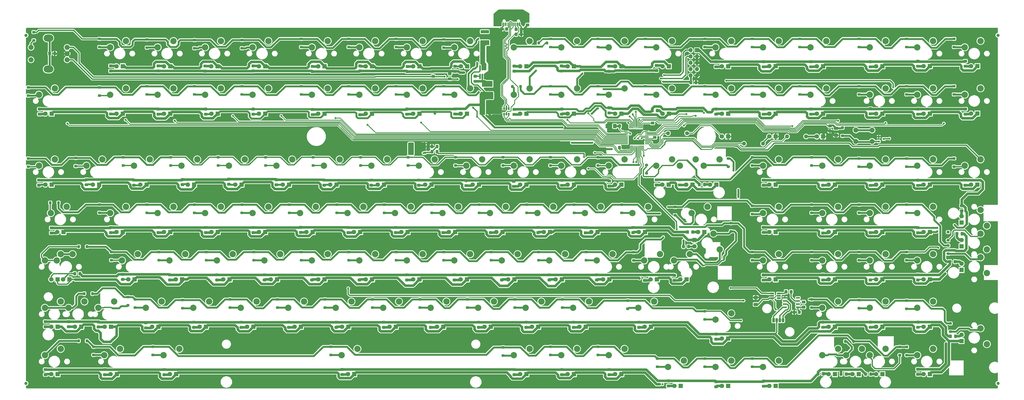
<source format=gbr>
G04 #@! TF.GenerationSoftware,KiCad,Pcbnew,(5.99.0-2555-g9cc6a77cc-dirty)*
G04 #@! TF.CreationDate,2020-08-06T21:31:01-04:00*
G04 #@! TF.ProjectId,Boston-keyboard-S,426f7374-6f6e-42d6-9b65-79626f617264,rev?*
G04 #@! TF.SameCoordinates,Original*
G04 #@! TF.FileFunction,Copper,L2,Bot*
G04 #@! TF.FilePolarity,Positive*
%FSLAX46Y46*%
G04 Gerber Fmt 4.6, Leading zero omitted, Abs format (unit mm)*
G04 Created by KiCad (PCBNEW (5.99.0-2555-g9cc6a77cc-dirty)) date 2020-08-06 21:31:01*
%MOMM*%
%LPD*%
G01*
G04 APERTURE LIST*
G04 #@! TA.AperFunction,ComponentPad*
%ADD10O,1.070000X1.800000*%
G04 #@! TD*
G04 #@! TA.AperFunction,ComponentPad*
%ADD11R,1.070000X1.800000*%
G04 #@! TD*
G04 #@! TA.AperFunction,WasherPad*
%ADD12C,1.300000*%
G04 #@! TD*
G04 #@! TA.AperFunction,SMDPad,CuDef*
%ADD13R,1.560000X0.650000*%
G04 #@! TD*
G04 #@! TA.AperFunction,ComponentPad*
%ADD14C,1.800000*%
G04 #@! TD*
G04 #@! TA.AperFunction,ComponentPad*
%ADD15R,1.800000X1.800000*%
G04 #@! TD*
G04 #@! TA.AperFunction,ComponentPad*
%ADD16C,2.540000*%
G04 #@! TD*
G04 #@! TA.AperFunction,SMDPad,CuDef*
%ADD17R,1.550000X0.600000*%
G04 #@! TD*
G04 #@! TA.AperFunction,ComponentPad*
%ADD18O,1.100000X2.200000*%
G04 #@! TD*
G04 #@! TA.AperFunction,ComponentPad*
%ADD19O,1.300000X1.900000*%
G04 #@! TD*
G04 #@! TA.AperFunction,SMDPad,CuDef*
%ADD20R,0.650000X1.060000*%
G04 #@! TD*
G04 #@! TA.AperFunction,SMDPad,CuDef*
%ADD21R,0.650000X2.000000*%
G04 #@! TD*
G04 #@! TA.AperFunction,SMDPad,CuDef*
%ADD22R,0.900000X0.800000*%
G04 #@! TD*
G04 #@! TA.AperFunction,SMDPad,CuDef*
%ADD23R,4.200000X2.400000*%
G04 #@! TD*
G04 #@! TA.AperFunction,ComponentPad*
%ADD24O,1.700000X1.700000*%
G04 #@! TD*
G04 #@! TA.AperFunction,ComponentPad*
%ADD25R,1.700000X1.700000*%
G04 #@! TD*
G04 #@! TA.AperFunction,ComponentPad*
%ADD26O,3.900000X2.799999*%
G04 #@! TD*
G04 #@! TA.AperFunction,ComponentPad*
%ADD27C,2.032000*%
G04 #@! TD*
G04 #@! TA.AperFunction,ComponentPad*
%ADD28C,2.000000*%
G04 #@! TD*
G04 #@! TA.AperFunction,ComponentPad*
%ADD29C,1.600000*%
G04 #@! TD*
G04 #@! TA.AperFunction,ComponentPad*
%ADD30O,1.600000X1.600000*%
G04 #@! TD*
G04 #@! TA.AperFunction,ViaPad*
%ADD31C,0.800000*%
G04 #@! TD*
G04 #@! TA.AperFunction,ViaPad*
%ADD32C,0.600000*%
G04 #@! TD*
G04 #@! TA.AperFunction,Conductor*
%ADD33C,0.500000*%
G04 #@! TD*
G04 #@! TA.AperFunction,Conductor*
%ADD34C,0.300000*%
G04 #@! TD*
G04 #@! TA.AperFunction,Conductor*
%ADD35C,0.750000*%
G04 #@! TD*
G04 #@! TA.AperFunction,Conductor*
%ADD36C,1.000000*%
G04 #@! TD*
G04 #@! TA.AperFunction,Conductor*
%ADD37C,0.200000*%
G04 #@! TD*
G04 APERTURE END LIST*
D10*
X294799000Y-59600000D03*
X293529000Y-59600000D03*
X292259000Y-59600000D03*
D11*
X290989000Y-59600000D03*
D12*
X381000000Y-85000000D03*
X381000000Y55000000D03*
X-9000000Y-85000000D03*
X-9000000Y55000000D03*
G04 #@! TA.AperFunction,SMDPad,CuDef*
G36*
G01*
X284445000Y-51095000D02*
X283195000Y-51095000D01*
G75*
G02*
X282945000Y-50845000I0J250000D01*
G01*
X282945000Y-50095000D01*
G75*
G02*
X283195000Y-49845000I250000J0D01*
G01*
X284445000Y-49845000D01*
G75*
G02*
X284695000Y-50095000I0J-250000D01*
G01*
X284695000Y-50845000D01*
G75*
G02*
X284445000Y-51095000I-250000J0D01*
G01*
G37*
G04 #@! TD.AperFunction*
G04 #@! TA.AperFunction,SMDPad,CuDef*
G36*
G01*
X284445000Y-53895000D02*
X283195000Y-53895000D01*
G75*
G02*
X282945000Y-53645000I0J250000D01*
G01*
X282945000Y-52895000D01*
G75*
G02*
X283195000Y-52645000I250000J0D01*
G01*
X284445000Y-52645000D01*
G75*
G02*
X284695000Y-52895000I0J-250000D01*
G01*
X284695000Y-53645000D01*
G75*
G02*
X284445000Y-53895000I-250000J0D01*
G01*
G37*
G04 #@! TD.AperFunction*
D13*
X293040000Y-49790000D03*
X293040000Y-50740000D03*
X293040000Y-48840000D03*
X290340000Y-48840000D03*
X290340000Y-49790000D03*
X290340000Y-50740000D03*
G04 #@! TA.AperFunction,SMDPad,CuDef*
G36*
G01*
X252875000Y-4625000D02*
X253775000Y-4625000D01*
G75*
G02*
X254025000Y-4875000I0J-250000D01*
G01*
X254025000Y-5525000D01*
G75*
G02*
X253775000Y-5775000I-250000J0D01*
G01*
X252875000Y-5775000D01*
G75*
G02*
X252625000Y-5525000I0J250000D01*
G01*
X252625000Y-4875000D01*
G75*
G02*
X252875000Y-4625000I250000J0D01*
G01*
G37*
G04 #@! TD.AperFunction*
G04 #@! TA.AperFunction,SMDPad,CuDef*
G36*
G01*
X252875000Y-2575000D02*
X253775000Y-2575000D01*
G75*
G02*
X254025000Y-2825000I0J-250000D01*
G01*
X254025000Y-3475000D01*
G75*
G02*
X253775000Y-3725000I-250000J0D01*
G01*
X252875000Y-3725000D01*
G75*
G02*
X252625000Y-3475000I0J250000D01*
G01*
X252625000Y-2825000D01*
G75*
G02*
X252875000Y-2575000I250000J0D01*
G01*
G37*
G04 #@! TD.AperFunction*
G04 #@! TA.AperFunction,SMDPad,CuDef*
G36*
G01*
X243500000Y-4640000D02*
X244400000Y-4640000D01*
G75*
G02*
X244650000Y-4890000I0J-250000D01*
G01*
X244650000Y-5540000D01*
G75*
G02*
X244400000Y-5790000I-250000J0D01*
G01*
X243500000Y-5790000D01*
G75*
G02*
X243250000Y-5540000I0J250000D01*
G01*
X243250000Y-4890000D01*
G75*
G02*
X243500000Y-4640000I250000J0D01*
G01*
G37*
G04 #@! TD.AperFunction*
G04 #@! TA.AperFunction,SMDPad,CuDef*
G36*
G01*
X243500000Y-2590000D02*
X244400000Y-2590000D01*
G75*
G02*
X244650000Y-2840000I0J-250000D01*
G01*
X244650000Y-3490000D01*
G75*
G02*
X244400000Y-3740000I-250000J0D01*
G01*
X243500000Y-3740000D01*
G75*
G02*
X243250000Y-3490000I0J250000D01*
G01*
X243250000Y-2840000D01*
G75*
G02*
X243500000Y-2590000I250000J0D01*
G01*
G37*
G04 #@! TD.AperFunction*
G04 #@! TA.AperFunction,SMDPad,CuDef*
G36*
G01*
X302570000Y-53750000D02*
X303470000Y-53750000D01*
G75*
G02*
X303720000Y-54000000I0J-250000D01*
G01*
X303720000Y-54650000D01*
G75*
G02*
X303470000Y-54900000I-250000J0D01*
G01*
X302570000Y-54900000D01*
G75*
G02*
X302320000Y-54650000I0J250000D01*
G01*
X302320000Y-54000000D01*
G75*
G02*
X302570000Y-53750000I250000J0D01*
G01*
G37*
G04 #@! TD.AperFunction*
G04 #@! TA.AperFunction,SMDPad,CuDef*
G36*
G01*
X302570000Y-51700000D02*
X303470000Y-51700000D01*
G75*
G02*
X303720000Y-51950000I0J-250000D01*
G01*
X303720000Y-52600000D01*
G75*
G02*
X303470000Y-52850000I-250000J0D01*
G01*
X302570000Y-52850000D01*
G75*
G02*
X302320000Y-52600000I0J250000D01*
G01*
X302320000Y-51950000D01*
G75*
G02*
X302570000Y-51700000I250000J0D01*
G01*
G37*
G04 #@! TD.AperFunction*
G04 #@! TA.AperFunction,SMDPad,CuDef*
G36*
G01*
X262675000Y-5475000D02*
X262675000Y-4575000D01*
G75*
G02*
X262925000Y-4325000I250000J0D01*
G01*
X263575000Y-4325000D01*
G75*
G02*
X263825000Y-4575000I0J-250000D01*
G01*
X263825000Y-5475000D01*
G75*
G02*
X263575000Y-5725000I-250000J0D01*
G01*
X262925000Y-5725000D01*
G75*
G02*
X262675000Y-5475000I0J250000D01*
G01*
G37*
G04 #@! TD.AperFunction*
G04 #@! TA.AperFunction,SMDPad,CuDef*
G36*
G01*
X260625000Y-5475000D02*
X260625000Y-4575000D01*
G75*
G02*
X260875000Y-4325000I250000J0D01*
G01*
X261525000Y-4325000D01*
G75*
G02*
X261775000Y-4575000I0J-250000D01*
G01*
X261775000Y-5475000D01*
G75*
G02*
X261525000Y-5725000I-250000J0D01*
G01*
X260875000Y-5725000D01*
G75*
G02*
X260625000Y-5475000I0J250000D01*
G01*
G37*
G04 #@! TD.AperFunction*
D14*
X255905000Y-5080000D03*
D15*
X258445000Y-5080000D03*
D14*
X246375000Y-5062500D03*
D15*
X248915000Y-5062500D03*
D14*
X265430000Y-5080000D03*
D15*
X267970000Y-5080000D03*
G04 #@! TA.AperFunction,SMDPad,CuDef*
G36*
G01*
X299840000Y-55940000D02*
X299840000Y-56840000D01*
G75*
G02*
X299590000Y-57090000I-250000J0D01*
G01*
X298940000Y-57090000D01*
G75*
G02*
X298690000Y-56840000I0J250000D01*
G01*
X298690000Y-55940000D01*
G75*
G02*
X298940000Y-55690000I250000J0D01*
G01*
X299590000Y-55690000D01*
G75*
G02*
X299840000Y-55940000I0J-250000D01*
G01*
G37*
G04 #@! TD.AperFunction*
G04 #@! TA.AperFunction,SMDPad,CuDef*
G36*
G01*
X301890000Y-55940000D02*
X301890000Y-56840000D01*
G75*
G02*
X301640000Y-57090000I-250000J0D01*
G01*
X300990000Y-57090000D01*
G75*
G02*
X300740000Y-56840000I0J250000D01*
G01*
X300740000Y-55940000D01*
G75*
G02*
X300990000Y-55690000I250000J0D01*
G01*
X301640000Y-55690000D01*
G75*
G02*
X301890000Y-55940000I0J-250000D01*
G01*
G37*
G04 #@! TD.AperFunction*
G04 #@! TA.AperFunction,SMDPad,CuDef*
G36*
G01*
X318250000Y18350000D02*
X318950000Y18350000D01*
G75*
G02*
X319200000Y18100000I0J-250000D01*
G01*
X319200000Y17600000D01*
G75*
G02*
X318950000Y17350000I-250000J0D01*
G01*
X318250000Y17350000D01*
G75*
G02*
X318000000Y17600000I0J250000D01*
G01*
X318000000Y18100000D01*
G75*
G02*
X318250000Y18350000I250000J0D01*
G01*
G37*
G04 #@! TD.AperFunction*
G04 #@! TA.AperFunction,SMDPad,CuDef*
G36*
G01*
X318250000Y15050000D02*
X318950000Y15050000D01*
G75*
G02*
X319200000Y14800000I0J-250000D01*
G01*
X319200000Y14300000D01*
G75*
G02*
X318950000Y14050000I-250000J0D01*
G01*
X318250000Y14050000D01*
G75*
G02*
X318000000Y14300000I0J250000D01*
G01*
X318000000Y14800000D01*
G75*
G02*
X318250000Y15050000I250000J0D01*
G01*
G37*
G04 #@! TD.AperFunction*
G04 #@! TA.AperFunction,SMDPad,CuDef*
G36*
G01*
X272450000Y5950000D02*
X273150000Y5950000D01*
G75*
G02*
X273400000Y5700000I0J-250000D01*
G01*
X273400000Y5200000D01*
G75*
G02*
X273150000Y4950000I-250000J0D01*
G01*
X272450000Y4950000D01*
G75*
G02*
X272200000Y5200000I0J250000D01*
G01*
X272200000Y5700000D01*
G75*
G02*
X272450000Y5950000I250000J0D01*
G01*
G37*
G04 #@! TD.AperFunction*
G04 #@! TA.AperFunction,SMDPad,CuDef*
G36*
G01*
X272450000Y2650000D02*
X273150000Y2650000D01*
G75*
G02*
X273400000Y2400000I0J-250000D01*
G01*
X273400000Y1900000D01*
G75*
G02*
X273150000Y1650000I-250000J0D01*
G01*
X272450000Y1650000D01*
G75*
G02*
X272200000Y1900000I0J250000D01*
G01*
X272200000Y2400000D01*
G75*
G02*
X272450000Y2650000I250000J0D01*
G01*
G37*
G04 #@! TD.AperFunction*
G04 #@! TA.AperFunction,SMDPad,CuDef*
G36*
G01*
X-6250000Y56750000D02*
X-5550000Y56750000D01*
G75*
G02*
X-5300000Y56500000I0J-250000D01*
G01*
X-5300000Y56000000D01*
G75*
G02*
X-5550000Y55750000I-250000J0D01*
G01*
X-6250000Y55750000D01*
G75*
G02*
X-6500000Y56000000I0J250000D01*
G01*
X-6500000Y56500000D01*
G75*
G02*
X-6250000Y56750000I250000J0D01*
G01*
G37*
G04 #@! TD.AperFunction*
G04 #@! TA.AperFunction,SMDPad,CuDef*
G36*
G01*
X-6250000Y53450000D02*
X-5550000Y53450000D01*
G75*
G02*
X-5300000Y53200000I0J-250000D01*
G01*
X-5300000Y52700000D01*
G75*
G02*
X-5550000Y52450000I-250000J0D01*
G01*
X-6250000Y52450000D01*
G75*
G02*
X-6500000Y52700000I0J250000D01*
G01*
X-6500000Y53200000D01*
G75*
G02*
X-6250000Y53450000I250000J0D01*
G01*
G37*
G04 #@! TD.AperFunction*
G04 #@! TA.AperFunction,SMDPad,CuDef*
G36*
G01*
X361580000Y-60390000D02*
X362280000Y-60390000D01*
G75*
G02*
X362530000Y-60640000I0J-250000D01*
G01*
X362530000Y-61140000D01*
G75*
G02*
X362280000Y-61390000I-250000J0D01*
G01*
X361580000Y-61390000D01*
G75*
G02*
X361330000Y-61140000I0J250000D01*
G01*
X361330000Y-60640000D01*
G75*
G02*
X361580000Y-60390000I250000J0D01*
G01*
G37*
G04 #@! TD.AperFunction*
G04 #@! TA.AperFunction,SMDPad,CuDef*
G36*
G01*
X361580000Y-63690000D02*
X362280000Y-63690000D01*
G75*
G02*
X362530000Y-63940000I0J-250000D01*
G01*
X362530000Y-64440000D01*
G75*
G02*
X362280000Y-64690000I-250000J0D01*
G01*
X361580000Y-64690000D01*
G75*
G02*
X361330000Y-64440000I0J250000D01*
G01*
X361330000Y-63940000D01*
G75*
G02*
X361580000Y-63690000I250000J0D01*
G01*
G37*
G04 #@! TD.AperFunction*
G04 #@! TA.AperFunction,SMDPad,CuDef*
G36*
G01*
X360650000Y-23650000D02*
X361350000Y-23650000D01*
G75*
G02*
X361600000Y-23900000I0J-250000D01*
G01*
X361600000Y-24400000D01*
G75*
G02*
X361350000Y-24650000I-250000J0D01*
G01*
X360650000Y-24650000D01*
G75*
G02*
X360400000Y-24400000I0J250000D01*
G01*
X360400000Y-23900000D01*
G75*
G02*
X360650000Y-23650000I250000J0D01*
G01*
G37*
G04 #@! TD.AperFunction*
G04 #@! TA.AperFunction,SMDPad,CuDef*
G36*
G01*
X360650000Y-26950000D02*
X361350000Y-26950000D01*
G75*
G02*
X361600000Y-27200000I0J-250000D01*
G01*
X361600000Y-27700000D01*
G75*
G02*
X361350000Y-27950000I-250000J0D01*
G01*
X360650000Y-27950000D01*
G75*
G02*
X360400000Y-27700000I0J250000D01*
G01*
X360400000Y-27200000D01*
G75*
G02*
X360650000Y-26950000I250000J0D01*
G01*
G37*
G04 #@! TD.AperFunction*
G04 #@! TA.AperFunction,SMDPad,CuDef*
G36*
G01*
X360650000Y-29050000D02*
X361350000Y-29050000D01*
G75*
G02*
X361600000Y-29300000I0J-250000D01*
G01*
X361600000Y-29800000D01*
G75*
G02*
X361350000Y-30050000I-250000J0D01*
G01*
X360650000Y-30050000D01*
G75*
G02*
X360400000Y-29800000I0J250000D01*
G01*
X360400000Y-29300000D01*
G75*
G02*
X360650000Y-29050000I250000J0D01*
G01*
G37*
G04 #@! TD.AperFunction*
G04 #@! TA.AperFunction,SMDPad,CuDef*
G36*
G01*
X360650000Y-32350000D02*
X361350000Y-32350000D01*
G75*
G02*
X361600000Y-32600000I0J-250000D01*
G01*
X361600000Y-33100000D01*
G75*
G02*
X361350000Y-33350000I-250000J0D01*
G01*
X360650000Y-33350000D01*
G75*
G02*
X360400000Y-33100000I0J250000D01*
G01*
X360400000Y-32600000D01*
G75*
G02*
X360650000Y-32350000I250000J0D01*
G01*
G37*
G04 #@! TD.AperFunction*
G04 #@! TA.AperFunction,SMDPad,CuDef*
G36*
G01*
X363028750Y5960000D02*
X363728750Y5960000D01*
G75*
G02*
X363978750Y5710000I0J-250000D01*
G01*
X363978750Y5210000D01*
G75*
G02*
X363728750Y4960000I-250000J0D01*
G01*
X363028750Y4960000D01*
G75*
G02*
X362778750Y5210000I0J250000D01*
G01*
X362778750Y5710000D01*
G75*
G02*
X363028750Y5960000I250000J0D01*
G01*
G37*
G04 #@! TD.AperFunction*
G04 #@! TA.AperFunction,SMDPad,CuDef*
G36*
G01*
X363028750Y2660000D02*
X363728750Y2660000D01*
G75*
G02*
X363978750Y2410000I0J-250000D01*
G01*
X363978750Y1910000D01*
G75*
G02*
X363728750Y1660000I-250000J0D01*
G01*
X363028750Y1660000D01*
G75*
G02*
X362778750Y1910000I0J250000D01*
G01*
X362778750Y2410000D01*
G75*
G02*
X363028750Y2660000I250000J0D01*
G01*
G37*
G04 #@! TD.AperFunction*
G04 #@! TA.AperFunction,SMDPad,CuDef*
G36*
G01*
X363028750Y35011250D02*
X363728750Y35011250D01*
G75*
G02*
X363978750Y34761250I0J-250000D01*
G01*
X363978750Y34261250D01*
G75*
G02*
X363728750Y34011250I-250000J0D01*
G01*
X363028750Y34011250D01*
G75*
G02*
X362778750Y34261250I0J250000D01*
G01*
X362778750Y34761250D01*
G75*
G02*
X363028750Y35011250I250000J0D01*
G01*
G37*
G04 #@! TD.AperFunction*
G04 #@! TA.AperFunction,SMDPad,CuDef*
G36*
G01*
X363028750Y31711250D02*
X363728750Y31711250D01*
G75*
G02*
X363978750Y31461250I0J-250000D01*
G01*
X363978750Y30961250D01*
G75*
G02*
X363728750Y30711250I-250000J0D01*
G01*
X363028750Y30711250D01*
G75*
G02*
X362778750Y30961250I0J250000D01*
G01*
X362778750Y31461250D01*
G75*
G02*
X363028750Y31711250I250000J0D01*
G01*
G37*
G04 #@! TD.AperFunction*
G04 #@! TA.AperFunction,SMDPad,CuDef*
G36*
G01*
X363028750Y54061250D02*
X363728750Y54061250D01*
G75*
G02*
X363978750Y53811250I0J-250000D01*
G01*
X363978750Y53311250D01*
G75*
G02*
X363728750Y53061250I-250000J0D01*
G01*
X363028750Y53061250D01*
G75*
G02*
X362778750Y53311250I0J250000D01*
G01*
X362778750Y53811250D01*
G75*
G02*
X363028750Y54061250I250000J0D01*
G01*
G37*
G04 #@! TD.AperFunction*
G04 #@! TA.AperFunction,SMDPad,CuDef*
G36*
G01*
X363028750Y50761250D02*
X363728750Y50761250D01*
G75*
G02*
X363978750Y50511250I0J-250000D01*
G01*
X363978750Y50011250D01*
G75*
G02*
X363728750Y49761250I-250000J0D01*
G01*
X363028750Y49761250D01*
G75*
G02*
X362778750Y50011250I0J250000D01*
G01*
X362778750Y50511250D01*
G75*
G02*
X363028750Y50761250I250000J0D01*
G01*
G37*
G04 #@! TD.AperFunction*
G04 #@! TA.AperFunction,SMDPad,CuDef*
G36*
G01*
X344050000Y-69850000D02*
X344750000Y-69850000D01*
G75*
G02*
X345000000Y-70100000I0J-250000D01*
G01*
X345000000Y-70600000D01*
G75*
G02*
X344750000Y-70850000I-250000J0D01*
G01*
X344050000Y-70850000D01*
G75*
G02*
X343800000Y-70600000I0J250000D01*
G01*
X343800000Y-70100000D01*
G75*
G02*
X344050000Y-69850000I250000J0D01*
G01*
G37*
G04 #@! TD.AperFunction*
G04 #@! TA.AperFunction,SMDPad,CuDef*
G36*
G01*
X344050000Y-73150000D02*
X344750000Y-73150000D01*
G75*
G02*
X345000000Y-73400000I0J-250000D01*
G01*
X345000000Y-73900000D01*
G75*
G02*
X344750000Y-74150000I-250000J0D01*
G01*
X344050000Y-74150000D01*
G75*
G02*
X343800000Y-73900000I0J250000D01*
G01*
X343800000Y-73400000D01*
G75*
G02*
X344050000Y-73150000I250000J0D01*
G01*
G37*
G04 #@! TD.AperFunction*
G04 #@! TA.AperFunction,SMDPad,CuDef*
G36*
G01*
X343978750Y-51190000D02*
X344678750Y-51190000D01*
G75*
G02*
X344928750Y-51440000I0J-250000D01*
G01*
X344928750Y-51940000D01*
G75*
G02*
X344678750Y-52190000I-250000J0D01*
G01*
X343978750Y-52190000D01*
G75*
G02*
X343728750Y-51940000I0J250000D01*
G01*
X343728750Y-51440000D01*
G75*
G02*
X343978750Y-51190000I250000J0D01*
G01*
G37*
G04 #@! TD.AperFunction*
G04 #@! TA.AperFunction,SMDPad,CuDef*
G36*
G01*
X343978750Y-54490000D02*
X344678750Y-54490000D01*
G75*
G02*
X344928750Y-54740000I0J-250000D01*
G01*
X344928750Y-55240000D01*
G75*
G02*
X344678750Y-55490000I-250000J0D01*
G01*
X343978750Y-55490000D01*
G75*
G02*
X343728750Y-55240000I0J250000D01*
G01*
X343728750Y-54740000D01*
G75*
G02*
X343978750Y-54490000I250000J0D01*
G01*
G37*
G04 #@! TD.AperFunction*
G04 #@! TA.AperFunction,SMDPad,CuDef*
G36*
G01*
X343978750Y-31663750D02*
X344678750Y-31663750D01*
G75*
G02*
X344928750Y-31913750I0J-250000D01*
G01*
X344928750Y-32413750D01*
G75*
G02*
X344678750Y-32663750I-250000J0D01*
G01*
X343978750Y-32663750D01*
G75*
G02*
X343728750Y-32413750I0J250000D01*
G01*
X343728750Y-31913750D01*
G75*
G02*
X343978750Y-31663750I250000J0D01*
G01*
G37*
G04 #@! TD.AperFunction*
G04 #@! TA.AperFunction,SMDPad,CuDef*
G36*
G01*
X343978750Y-34963750D02*
X344678750Y-34963750D01*
G75*
G02*
X344928750Y-35213750I0J-250000D01*
G01*
X344928750Y-35713750D01*
G75*
G02*
X344678750Y-35963750I-250000J0D01*
G01*
X343978750Y-35963750D01*
G75*
G02*
X343728750Y-35713750I0J250000D01*
G01*
X343728750Y-35213750D01*
G75*
G02*
X343978750Y-34963750I250000J0D01*
G01*
G37*
G04 #@! TD.AperFunction*
G04 #@! TA.AperFunction,SMDPad,CuDef*
G36*
G01*
X343978750Y-12613750D02*
X344678750Y-12613750D01*
G75*
G02*
X344928750Y-12863750I0J-250000D01*
G01*
X344928750Y-13363750D01*
G75*
G02*
X344678750Y-13613750I-250000J0D01*
G01*
X343978750Y-13613750D01*
G75*
G02*
X343728750Y-13363750I0J250000D01*
G01*
X343728750Y-12863750D01*
G75*
G02*
X343978750Y-12613750I250000J0D01*
G01*
G37*
G04 #@! TD.AperFunction*
G04 #@! TA.AperFunction,SMDPad,CuDef*
G36*
G01*
X343978750Y-15913750D02*
X344678750Y-15913750D01*
G75*
G02*
X344928750Y-16163750I0J-250000D01*
G01*
X344928750Y-16663750D01*
G75*
G02*
X344678750Y-16913750I-250000J0D01*
G01*
X343978750Y-16913750D01*
G75*
G02*
X343728750Y-16663750I0J250000D01*
G01*
X343728750Y-16163750D01*
G75*
G02*
X343978750Y-15913750I250000J0D01*
G01*
G37*
G04 #@! TD.AperFunction*
G04 #@! TA.AperFunction,SMDPad,CuDef*
G36*
G01*
X343978750Y5960000D02*
X344678750Y5960000D01*
G75*
G02*
X344928750Y5710000I0J-250000D01*
G01*
X344928750Y5210000D01*
G75*
G02*
X344678750Y4960000I-250000J0D01*
G01*
X343978750Y4960000D01*
G75*
G02*
X343728750Y5210000I0J250000D01*
G01*
X343728750Y5710000D01*
G75*
G02*
X343978750Y5960000I250000J0D01*
G01*
G37*
G04 #@! TD.AperFunction*
G04 #@! TA.AperFunction,SMDPad,CuDef*
G36*
G01*
X343978750Y2660000D02*
X344678750Y2660000D01*
G75*
G02*
X344928750Y2410000I0J-250000D01*
G01*
X344928750Y1910000D01*
G75*
G02*
X344678750Y1660000I-250000J0D01*
G01*
X343978750Y1660000D01*
G75*
G02*
X343728750Y1910000I0J250000D01*
G01*
X343728750Y2410000D01*
G75*
G02*
X343978750Y2660000I250000J0D01*
G01*
G37*
G04 #@! TD.AperFunction*
G04 #@! TA.AperFunction,SMDPad,CuDef*
G36*
G01*
X343978750Y35011250D02*
X344678750Y35011250D01*
G75*
G02*
X344928750Y34761250I0J-250000D01*
G01*
X344928750Y34261250D01*
G75*
G02*
X344678750Y34011250I-250000J0D01*
G01*
X343978750Y34011250D01*
G75*
G02*
X343728750Y34261250I0J250000D01*
G01*
X343728750Y34761250D01*
G75*
G02*
X343978750Y35011250I250000J0D01*
G01*
G37*
G04 #@! TD.AperFunction*
G04 #@! TA.AperFunction,SMDPad,CuDef*
G36*
G01*
X343978750Y31711250D02*
X344678750Y31711250D01*
G75*
G02*
X344928750Y31461250I0J-250000D01*
G01*
X344928750Y30961250D01*
G75*
G02*
X344678750Y30711250I-250000J0D01*
G01*
X343978750Y30711250D01*
G75*
G02*
X343728750Y30961250I0J250000D01*
G01*
X343728750Y31461250D01*
G75*
G02*
X343978750Y31711250I250000J0D01*
G01*
G37*
G04 #@! TD.AperFunction*
G04 #@! TA.AperFunction,SMDPad,CuDef*
G36*
G01*
X343978750Y54061250D02*
X344678750Y54061250D01*
G75*
G02*
X344928750Y53811250I0J-250000D01*
G01*
X344928750Y53311250D01*
G75*
G02*
X344678750Y53061250I-250000J0D01*
G01*
X343978750Y53061250D01*
G75*
G02*
X343728750Y53311250I0J250000D01*
G01*
X343728750Y53811250D01*
G75*
G02*
X343978750Y54061250I250000J0D01*
G01*
G37*
G04 #@! TD.AperFunction*
G04 #@! TA.AperFunction,SMDPad,CuDef*
G36*
G01*
X343978750Y50761250D02*
X344678750Y50761250D01*
G75*
G02*
X344928750Y50511250I0J-250000D01*
G01*
X344928750Y50011250D01*
G75*
G02*
X344678750Y49761250I-250000J0D01*
G01*
X343978750Y49761250D01*
G75*
G02*
X343728750Y50011250I0J250000D01*
G01*
X343728750Y50511250D01*
G75*
G02*
X343978750Y50761250I250000J0D01*
G01*
G37*
G04 #@! TD.AperFunction*
G04 #@! TA.AperFunction,SMDPad,CuDef*
G36*
G01*
X341250000Y-69850000D02*
X341950000Y-69850000D01*
G75*
G02*
X342200000Y-70100000I0J-250000D01*
G01*
X342200000Y-70600000D01*
G75*
G02*
X341950000Y-70850000I-250000J0D01*
G01*
X341250000Y-70850000D01*
G75*
G02*
X341000000Y-70600000I0J250000D01*
G01*
X341000000Y-70100000D01*
G75*
G02*
X341250000Y-69850000I250000J0D01*
G01*
G37*
G04 #@! TD.AperFunction*
G04 #@! TA.AperFunction,SMDPad,CuDef*
G36*
G01*
X341250000Y-73150000D02*
X341950000Y-73150000D01*
G75*
G02*
X342200000Y-73400000I0J-250000D01*
G01*
X342200000Y-73900000D01*
G75*
G02*
X341950000Y-74150000I-250000J0D01*
G01*
X341250000Y-74150000D01*
G75*
G02*
X341000000Y-73900000I0J250000D01*
G01*
X341000000Y-73400000D01*
G75*
G02*
X341250000Y-73150000I250000J0D01*
G01*
G37*
G04 #@! TD.AperFunction*
G04 #@! TA.AperFunction,SMDPad,CuDef*
G36*
G01*
X324928750Y-50968750D02*
X325628750Y-50968750D01*
G75*
G02*
X325878750Y-51218750I0J-250000D01*
G01*
X325878750Y-51718750D01*
G75*
G02*
X325628750Y-51968750I-250000J0D01*
G01*
X324928750Y-51968750D01*
G75*
G02*
X324678750Y-51718750I0J250000D01*
G01*
X324678750Y-51218750D01*
G75*
G02*
X324928750Y-50968750I250000J0D01*
G01*
G37*
G04 #@! TD.AperFunction*
G04 #@! TA.AperFunction,SMDPad,CuDef*
G36*
G01*
X324928750Y-54268750D02*
X325628750Y-54268750D01*
G75*
G02*
X325878750Y-54518750I0J-250000D01*
G01*
X325878750Y-55018750D01*
G75*
G02*
X325628750Y-55268750I-250000J0D01*
G01*
X324928750Y-55268750D01*
G75*
G02*
X324678750Y-55018750I0J250000D01*
G01*
X324678750Y-54518750D01*
G75*
G02*
X324928750Y-54268750I250000J0D01*
G01*
G37*
G04 #@! TD.AperFunction*
G04 #@! TA.AperFunction,SMDPad,CuDef*
G36*
G01*
X324928750Y-31663750D02*
X325628750Y-31663750D01*
G75*
G02*
X325878750Y-31913750I0J-250000D01*
G01*
X325878750Y-32413750D01*
G75*
G02*
X325628750Y-32663750I-250000J0D01*
G01*
X324928750Y-32663750D01*
G75*
G02*
X324678750Y-32413750I0J250000D01*
G01*
X324678750Y-31913750D01*
G75*
G02*
X324928750Y-31663750I250000J0D01*
G01*
G37*
G04 #@! TD.AperFunction*
G04 #@! TA.AperFunction,SMDPad,CuDef*
G36*
G01*
X324928750Y-34963750D02*
X325628750Y-34963750D01*
G75*
G02*
X325878750Y-35213750I0J-250000D01*
G01*
X325878750Y-35713750D01*
G75*
G02*
X325628750Y-35963750I-250000J0D01*
G01*
X324928750Y-35963750D01*
G75*
G02*
X324678750Y-35713750I0J250000D01*
G01*
X324678750Y-35213750D01*
G75*
G02*
X324928750Y-34963750I250000J0D01*
G01*
G37*
G04 #@! TD.AperFunction*
G04 #@! TA.AperFunction,SMDPad,CuDef*
G36*
G01*
X324928750Y-12613750D02*
X325628750Y-12613750D01*
G75*
G02*
X325878750Y-12863750I0J-250000D01*
G01*
X325878750Y-13363750D01*
G75*
G02*
X325628750Y-13613750I-250000J0D01*
G01*
X324928750Y-13613750D01*
G75*
G02*
X324678750Y-13363750I0J250000D01*
G01*
X324678750Y-12863750D01*
G75*
G02*
X324928750Y-12613750I250000J0D01*
G01*
G37*
G04 #@! TD.AperFunction*
G04 #@! TA.AperFunction,SMDPad,CuDef*
G36*
G01*
X324928750Y-15913750D02*
X325628750Y-15913750D01*
G75*
G02*
X325878750Y-16163750I0J-250000D01*
G01*
X325878750Y-16663750D01*
G75*
G02*
X325628750Y-16913750I-250000J0D01*
G01*
X324928750Y-16913750D01*
G75*
G02*
X324678750Y-16663750I0J250000D01*
G01*
X324678750Y-16163750D01*
G75*
G02*
X324928750Y-15913750I250000J0D01*
G01*
G37*
G04 #@! TD.AperFunction*
G04 #@! TA.AperFunction,SMDPad,CuDef*
G36*
G01*
X324850000Y5960000D02*
X325550000Y5960000D01*
G75*
G02*
X325800000Y5710000I0J-250000D01*
G01*
X325800000Y5210000D01*
G75*
G02*
X325550000Y4960000I-250000J0D01*
G01*
X324850000Y4960000D01*
G75*
G02*
X324600000Y5210000I0J250000D01*
G01*
X324600000Y5710000D01*
G75*
G02*
X324850000Y5960000I250000J0D01*
G01*
G37*
G04 #@! TD.AperFunction*
G04 #@! TA.AperFunction,SMDPad,CuDef*
G36*
G01*
X324850000Y2660000D02*
X325550000Y2660000D01*
G75*
G02*
X325800000Y2410000I0J-250000D01*
G01*
X325800000Y1910000D01*
G75*
G02*
X325550000Y1660000I-250000J0D01*
G01*
X324850000Y1660000D01*
G75*
G02*
X324600000Y1910000I0J250000D01*
G01*
X324600000Y2410000D01*
G75*
G02*
X324850000Y2660000I250000J0D01*
G01*
G37*
G04 #@! TD.AperFunction*
G04 #@! TA.AperFunction,SMDPad,CuDef*
G36*
G01*
X324928750Y35011250D02*
X325628750Y35011250D01*
G75*
G02*
X325878750Y34761250I0J-250000D01*
G01*
X325878750Y34261250D01*
G75*
G02*
X325628750Y34011250I-250000J0D01*
G01*
X324928750Y34011250D01*
G75*
G02*
X324678750Y34261250I0J250000D01*
G01*
X324678750Y34761250D01*
G75*
G02*
X324928750Y35011250I250000J0D01*
G01*
G37*
G04 #@! TD.AperFunction*
G04 #@! TA.AperFunction,SMDPad,CuDef*
G36*
G01*
X324928750Y31711250D02*
X325628750Y31711250D01*
G75*
G02*
X325878750Y31461250I0J-250000D01*
G01*
X325878750Y30961250D01*
G75*
G02*
X325628750Y30711250I-250000J0D01*
G01*
X324928750Y30711250D01*
G75*
G02*
X324678750Y30961250I0J250000D01*
G01*
X324678750Y31461250D01*
G75*
G02*
X324928750Y31711250I250000J0D01*
G01*
G37*
G04 #@! TD.AperFunction*
G04 #@! TA.AperFunction,SMDPad,CuDef*
G36*
G01*
X324928750Y54061250D02*
X325628750Y54061250D01*
G75*
G02*
X325878750Y53811250I0J-250000D01*
G01*
X325878750Y53311250D01*
G75*
G02*
X325628750Y53061250I-250000J0D01*
G01*
X324928750Y53061250D01*
G75*
G02*
X324678750Y53311250I0J250000D01*
G01*
X324678750Y53811250D01*
G75*
G02*
X324928750Y54061250I250000J0D01*
G01*
G37*
G04 #@! TD.AperFunction*
G04 #@! TA.AperFunction,SMDPad,CuDef*
G36*
G01*
X324928750Y50761250D02*
X325628750Y50761250D01*
G75*
G02*
X325878750Y50511250I0J-250000D01*
G01*
X325878750Y50011250D01*
G75*
G02*
X325628750Y49761250I-250000J0D01*
G01*
X324928750Y49761250D01*
G75*
G02*
X324678750Y50011250I0J250000D01*
G01*
X324678750Y50511250D01*
G75*
G02*
X324928750Y50761250I250000J0D01*
G01*
G37*
G04 #@! TD.AperFunction*
G04 #@! TA.AperFunction,SMDPad,CuDef*
G36*
G01*
X323550000Y-67750000D02*
X323550000Y-68450000D01*
G75*
G02*
X323300000Y-68700000I-250000J0D01*
G01*
X322800000Y-68700000D01*
G75*
G02*
X322550000Y-68450000I0J250000D01*
G01*
X322550000Y-67750000D01*
G75*
G02*
X322800000Y-67500000I250000J0D01*
G01*
X323300000Y-67500000D01*
G75*
G02*
X323550000Y-67750000I0J-250000D01*
G01*
G37*
G04 #@! TD.AperFunction*
G04 #@! TA.AperFunction,SMDPad,CuDef*
G36*
G01*
X320250000Y-67750000D02*
X320250000Y-68450000D01*
G75*
G02*
X320000000Y-68700000I-250000J0D01*
G01*
X319500000Y-68700000D01*
G75*
G02*
X319250000Y-68450000I0J250000D01*
G01*
X319250000Y-67750000D01*
G75*
G02*
X319500000Y-67500000I250000J0D01*
G01*
X320000000Y-67500000D01*
G75*
G02*
X320250000Y-67750000I0J-250000D01*
G01*
G37*
G04 #@! TD.AperFunction*
G04 #@! TA.AperFunction,SMDPad,CuDef*
G36*
G01*
X305878750Y-50713750D02*
X306578750Y-50713750D01*
G75*
G02*
X306828750Y-50963750I0J-250000D01*
G01*
X306828750Y-51463750D01*
G75*
G02*
X306578750Y-51713750I-250000J0D01*
G01*
X305878750Y-51713750D01*
G75*
G02*
X305628750Y-51463750I0J250000D01*
G01*
X305628750Y-50963750D01*
G75*
G02*
X305878750Y-50713750I250000J0D01*
G01*
G37*
G04 #@! TD.AperFunction*
G04 #@! TA.AperFunction,SMDPad,CuDef*
G36*
G01*
X305878750Y-54013750D02*
X306578750Y-54013750D01*
G75*
G02*
X306828750Y-54263750I0J-250000D01*
G01*
X306828750Y-54763750D01*
G75*
G02*
X306578750Y-55013750I-250000J0D01*
G01*
X305878750Y-55013750D01*
G75*
G02*
X305628750Y-54763750I0J250000D01*
G01*
X305628750Y-54263750D01*
G75*
G02*
X305878750Y-54013750I250000J0D01*
G01*
G37*
G04 #@! TD.AperFunction*
G04 #@! TA.AperFunction,SMDPad,CuDef*
G36*
G01*
X305878750Y-31663750D02*
X306578750Y-31663750D01*
G75*
G02*
X306828750Y-31913750I0J-250000D01*
G01*
X306828750Y-32413750D01*
G75*
G02*
X306578750Y-32663750I-250000J0D01*
G01*
X305878750Y-32663750D01*
G75*
G02*
X305628750Y-32413750I0J250000D01*
G01*
X305628750Y-31913750D01*
G75*
G02*
X305878750Y-31663750I250000J0D01*
G01*
G37*
G04 #@! TD.AperFunction*
G04 #@! TA.AperFunction,SMDPad,CuDef*
G36*
G01*
X305878750Y-34963750D02*
X306578750Y-34963750D01*
G75*
G02*
X306828750Y-35213750I0J-250000D01*
G01*
X306828750Y-35713750D01*
G75*
G02*
X306578750Y-35963750I-250000J0D01*
G01*
X305878750Y-35963750D01*
G75*
G02*
X305628750Y-35713750I0J250000D01*
G01*
X305628750Y-35213750D01*
G75*
G02*
X305878750Y-34963750I250000J0D01*
G01*
G37*
G04 #@! TD.AperFunction*
G04 #@! TA.AperFunction,SMDPad,CuDef*
G36*
G01*
X305878750Y-12613750D02*
X306578750Y-12613750D01*
G75*
G02*
X306828750Y-12863750I0J-250000D01*
G01*
X306828750Y-13363750D01*
G75*
G02*
X306578750Y-13613750I-250000J0D01*
G01*
X305878750Y-13613750D01*
G75*
G02*
X305628750Y-13363750I0J250000D01*
G01*
X305628750Y-12863750D01*
G75*
G02*
X305878750Y-12613750I250000J0D01*
G01*
G37*
G04 #@! TD.AperFunction*
G04 #@! TA.AperFunction,SMDPad,CuDef*
G36*
G01*
X305878750Y-15913750D02*
X306578750Y-15913750D01*
G75*
G02*
X306828750Y-16163750I0J-250000D01*
G01*
X306828750Y-16663750D01*
G75*
G02*
X306578750Y-16913750I-250000J0D01*
G01*
X305878750Y-16913750D01*
G75*
G02*
X305628750Y-16663750I0J250000D01*
G01*
X305628750Y-16163750D01*
G75*
G02*
X305878750Y-15913750I250000J0D01*
G01*
G37*
G04 #@! TD.AperFunction*
G04 #@! TA.AperFunction,SMDPad,CuDef*
G36*
G01*
X305878750Y6436250D02*
X306578750Y6436250D01*
G75*
G02*
X306828750Y6186250I0J-250000D01*
G01*
X306828750Y5686250D01*
G75*
G02*
X306578750Y5436250I-250000J0D01*
G01*
X305878750Y5436250D01*
G75*
G02*
X305628750Y5686250I0J250000D01*
G01*
X305628750Y6186250D01*
G75*
G02*
X305878750Y6436250I250000J0D01*
G01*
G37*
G04 #@! TD.AperFunction*
G04 #@! TA.AperFunction,SMDPad,CuDef*
G36*
G01*
X305878750Y3136250D02*
X306578750Y3136250D01*
G75*
G02*
X306828750Y2886250I0J-250000D01*
G01*
X306828750Y2386250D01*
G75*
G02*
X306578750Y2136250I-250000J0D01*
G01*
X305878750Y2136250D01*
G75*
G02*
X305628750Y2386250I0J250000D01*
G01*
X305628750Y2886250D01*
G75*
G02*
X305878750Y3136250I250000J0D01*
G01*
G37*
G04 #@! TD.AperFunction*
G04 #@! TA.AperFunction,SMDPad,CuDef*
G36*
G01*
X301116250Y35011250D02*
X301816250Y35011250D01*
G75*
G02*
X302066250Y34761250I0J-250000D01*
G01*
X302066250Y34261250D01*
G75*
G02*
X301816250Y34011250I-250000J0D01*
G01*
X301116250Y34011250D01*
G75*
G02*
X300866250Y34261250I0J250000D01*
G01*
X300866250Y34761250D01*
G75*
G02*
X301116250Y35011250I250000J0D01*
G01*
G37*
G04 #@! TD.AperFunction*
G04 #@! TA.AperFunction,SMDPad,CuDef*
G36*
G01*
X301116250Y31711250D02*
X301816250Y31711250D01*
G75*
G02*
X302066250Y31461250I0J-250000D01*
G01*
X302066250Y30961250D01*
G75*
G02*
X301816250Y30711250I-250000J0D01*
G01*
X301116250Y30711250D01*
G75*
G02*
X300866250Y30961250I0J250000D01*
G01*
X300866250Y31461250D01*
G75*
G02*
X301116250Y31711250I250000J0D01*
G01*
G37*
G04 #@! TD.AperFunction*
G04 #@! TA.AperFunction,SMDPad,CuDef*
G36*
G01*
X301116250Y54061250D02*
X301816250Y54061250D01*
G75*
G02*
X302066250Y53811250I0J-250000D01*
G01*
X302066250Y53311250D01*
G75*
G02*
X301816250Y53061250I-250000J0D01*
G01*
X301116250Y53061250D01*
G75*
G02*
X300866250Y53311250I0J250000D01*
G01*
X300866250Y53811250D01*
G75*
G02*
X301116250Y54061250I250000J0D01*
G01*
G37*
G04 #@! TD.AperFunction*
G04 #@! TA.AperFunction,SMDPad,CuDef*
G36*
G01*
X301116250Y50761250D02*
X301816250Y50761250D01*
G75*
G02*
X302066250Y50511250I0J-250000D01*
G01*
X302066250Y50011250D01*
G75*
G02*
X301816250Y49761250I-250000J0D01*
G01*
X301116250Y49761250D01*
G75*
G02*
X300866250Y50011250I0J250000D01*
G01*
X300866250Y50511250D01*
G75*
G02*
X301116250Y50761250I250000J0D01*
G01*
G37*
G04 #@! TD.AperFunction*
G04 #@! TA.AperFunction,SMDPad,CuDef*
G36*
G01*
X282066250Y-74526250D02*
X282766250Y-74526250D01*
G75*
G02*
X283016250Y-74776250I0J-250000D01*
G01*
X283016250Y-75276250D01*
G75*
G02*
X282766250Y-75526250I-250000J0D01*
G01*
X282066250Y-75526250D01*
G75*
G02*
X281816250Y-75276250I0J250000D01*
G01*
X281816250Y-74776250D01*
G75*
G02*
X282066250Y-74526250I250000J0D01*
G01*
G37*
G04 #@! TD.AperFunction*
G04 #@! TA.AperFunction,SMDPad,CuDef*
G36*
G01*
X282066250Y-77826250D02*
X282766250Y-77826250D01*
G75*
G02*
X283016250Y-78076250I0J-250000D01*
G01*
X283016250Y-78576250D01*
G75*
G02*
X282766250Y-78826250I-250000J0D01*
G01*
X282066250Y-78826250D01*
G75*
G02*
X281816250Y-78576250I0J250000D01*
G01*
X281816250Y-78076250D01*
G75*
G02*
X282066250Y-77826250I250000J0D01*
G01*
G37*
G04 #@! TD.AperFunction*
G04 #@! TA.AperFunction,SMDPad,CuDef*
G36*
G01*
X282066250Y-31663750D02*
X282766250Y-31663750D01*
G75*
G02*
X283016250Y-31913750I0J-250000D01*
G01*
X283016250Y-32413750D01*
G75*
G02*
X282766250Y-32663750I-250000J0D01*
G01*
X282066250Y-32663750D01*
G75*
G02*
X281816250Y-32413750I0J250000D01*
G01*
X281816250Y-31913750D01*
G75*
G02*
X282066250Y-31663750I250000J0D01*
G01*
G37*
G04 #@! TD.AperFunction*
G04 #@! TA.AperFunction,SMDPad,CuDef*
G36*
G01*
X282066250Y-34963750D02*
X282766250Y-34963750D01*
G75*
G02*
X283016250Y-35213750I0J-250000D01*
G01*
X283016250Y-35713750D01*
G75*
G02*
X282766250Y-35963750I-250000J0D01*
G01*
X282066250Y-35963750D01*
G75*
G02*
X281816250Y-35713750I0J250000D01*
G01*
X281816250Y-35213750D01*
G75*
G02*
X282066250Y-34963750I250000J0D01*
G01*
G37*
G04 #@! TD.AperFunction*
G04 #@! TA.AperFunction,SMDPad,CuDef*
G36*
G01*
X282066250Y-13090000D02*
X282766250Y-13090000D01*
G75*
G02*
X283016250Y-13340000I0J-250000D01*
G01*
X283016250Y-13840000D01*
G75*
G02*
X282766250Y-14090000I-250000J0D01*
G01*
X282066250Y-14090000D01*
G75*
G02*
X281816250Y-13840000I0J250000D01*
G01*
X281816250Y-13340000D01*
G75*
G02*
X282066250Y-13090000I250000J0D01*
G01*
G37*
G04 #@! TD.AperFunction*
G04 #@! TA.AperFunction,SMDPad,CuDef*
G36*
G01*
X282066250Y-16390000D02*
X282766250Y-16390000D01*
G75*
G02*
X283016250Y-16640000I0J-250000D01*
G01*
X283016250Y-17140000D01*
G75*
G02*
X282766250Y-17390000I-250000J0D01*
G01*
X282066250Y-17390000D01*
G75*
G02*
X281816250Y-17140000I0J250000D01*
G01*
X281816250Y-16640000D01*
G75*
G02*
X282066250Y-16390000I250000J0D01*
G01*
G37*
G04 #@! TD.AperFunction*
G04 #@! TA.AperFunction,SMDPad,CuDef*
G36*
G01*
X282066250Y6436250D02*
X282766250Y6436250D01*
G75*
G02*
X283016250Y6186250I0J-250000D01*
G01*
X283016250Y5686250D01*
G75*
G02*
X282766250Y5436250I-250000J0D01*
G01*
X282066250Y5436250D01*
G75*
G02*
X281816250Y5686250I0J250000D01*
G01*
X281816250Y6186250D01*
G75*
G02*
X282066250Y6436250I250000J0D01*
G01*
G37*
G04 #@! TD.AperFunction*
G04 #@! TA.AperFunction,SMDPad,CuDef*
G36*
G01*
X282066250Y3136250D02*
X282766250Y3136250D01*
G75*
G02*
X283016250Y2886250I0J-250000D01*
G01*
X283016250Y2386250D01*
G75*
G02*
X282766250Y2136250I-250000J0D01*
G01*
X282066250Y2136250D01*
G75*
G02*
X281816250Y2386250I0J250000D01*
G01*
X281816250Y2886250D01*
G75*
G02*
X282066250Y3136250I250000J0D01*
G01*
G37*
G04 #@! TD.AperFunction*
G04 #@! TA.AperFunction,SMDPad,CuDef*
G36*
G01*
X282066250Y35011250D02*
X282766250Y35011250D01*
G75*
G02*
X283016250Y34761250I0J-250000D01*
G01*
X283016250Y34261250D01*
G75*
G02*
X282766250Y34011250I-250000J0D01*
G01*
X282066250Y34011250D01*
G75*
G02*
X281816250Y34261250I0J250000D01*
G01*
X281816250Y34761250D01*
G75*
G02*
X282066250Y35011250I250000J0D01*
G01*
G37*
G04 #@! TD.AperFunction*
G04 #@! TA.AperFunction,SMDPad,CuDef*
G36*
G01*
X282066250Y31711250D02*
X282766250Y31711250D01*
G75*
G02*
X283016250Y31461250I0J-250000D01*
G01*
X283016250Y30961250D01*
G75*
G02*
X282766250Y30711250I-250000J0D01*
G01*
X282066250Y30711250D01*
G75*
G02*
X281816250Y30961250I0J250000D01*
G01*
X281816250Y31461250D01*
G75*
G02*
X282066250Y31711250I250000J0D01*
G01*
G37*
G04 #@! TD.AperFunction*
G04 #@! TA.AperFunction,SMDPad,CuDef*
G36*
G01*
X282066250Y54061250D02*
X282766250Y54061250D01*
G75*
G02*
X283016250Y53811250I0J-250000D01*
G01*
X283016250Y53311250D01*
G75*
G02*
X282766250Y53061250I-250000J0D01*
G01*
X282066250Y53061250D01*
G75*
G02*
X281816250Y53311250I0J250000D01*
G01*
X281816250Y53811250D01*
G75*
G02*
X282066250Y54061250I250000J0D01*
G01*
G37*
G04 #@! TD.AperFunction*
G04 #@! TA.AperFunction,SMDPad,CuDef*
G36*
G01*
X282066250Y50761250D02*
X282766250Y50761250D01*
G75*
G02*
X283016250Y50511250I0J-250000D01*
G01*
X283016250Y50011250D01*
G75*
G02*
X282766250Y49761250I-250000J0D01*
G01*
X282066250Y49761250D01*
G75*
G02*
X281816250Y50011250I0J250000D01*
G01*
X281816250Y50511250D01*
G75*
G02*
X282066250Y50761250I250000J0D01*
G01*
G37*
G04 #@! TD.AperFunction*
G04 #@! TA.AperFunction,SMDPad,CuDef*
G36*
G01*
X263016250Y-74526250D02*
X263716250Y-74526250D01*
G75*
G02*
X263966250Y-74776250I0J-250000D01*
G01*
X263966250Y-75276250D01*
G75*
G02*
X263716250Y-75526250I-250000J0D01*
G01*
X263016250Y-75526250D01*
G75*
G02*
X262766250Y-75276250I0J250000D01*
G01*
X262766250Y-74776250D01*
G75*
G02*
X263016250Y-74526250I250000J0D01*
G01*
G37*
G04 #@! TD.AperFunction*
G04 #@! TA.AperFunction,SMDPad,CuDef*
G36*
G01*
X263016250Y-77826250D02*
X263716250Y-77826250D01*
G75*
G02*
X263966250Y-78076250I0J-250000D01*
G01*
X263966250Y-78576250D01*
G75*
G02*
X263716250Y-78826250I-250000J0D01*
G01*
X263016250Y-78826250D01*
G75*
G02*
X262766250Y-78576250I0J250000D01*
G01*
X262766250Y-78076250D01*
G75*
G02*
X263016250Y-77826250I250000J0D01*
G01*
G37*
G04 #@! TD.AperFunction*
G04 #@! TA.AperFunction,SMDPad,CuDef*
G36*
G01*
X263016250Y-55476250D02*
X263716250Y-55476250D01*
G75*
G02*
X263966250Y-55726250I0J-250000D01*
G01*
X263966250Y-56226250D01*
G75*
G02*
X263716250Y-56476250I-250000J0D01*
G01*
X263016250Y-56476250D01*
G75*
G02*
X262766250Y-56226250I0J250000D01*
G01*
X262766250Y-55726250D01*
G75*
G02*
X263016250Y-55476250I250000J0D01*
G01*
G37*
G04 #@! TD.AperFunction*
G04 #@! TA.AperFunction,SMDPad,CuDef*
G36*
G01*
X263016250Y-58776250D02*
X263716250Y-58776250D01*
G75*
G02*
X263966250Y-59026250I0J-250000D01*
G01*
X263966250Y-59526250D01*
G75*
G02*
X263716250Y-59776250I-250000J0D01*
G01*
X263016250Y-59776250D01*
G75*
G02*
X262766250Y-59526250I0J250000D01*
G01*
X262766250Y-59026250D01*
G75*
G02*
X263016250Y-58776250I250000J0D01*
G01*
G37*
G04 #@! TD.AperFunction*
G04 #@! TA.AperFunction,SMDPad,CuDef*
G36*
G01*
X273550000Y-20050000D02*
X274250000Y-20050000D01*
G75*
G02*
X274500000Y-20300000I0J-250000D01*
G01*
X274500000Y-20800000D01*
G75*
G02*
X274250000Y-21050000I-250000J0D01*
G01*
X273550000Y-21050000D01*
G75*
G02*
X273300000Y-20800000I0J250000D01*
G01*
X273300000Y-20300000D01*
G75*
G02*
X273550000Y-20050000I250000J0D01*
G01*
G37*
G04 #@! TD.AperFunction*
G04 #@! TA.AperFunction,SMDPad,CuDef*
G36*
G01*
X273550000Y-23350000D02*
X274250000Y-23350000D01*
G75*
G02*
X274500000Y-23600000I0J-250000D01*
G01*
X274500000Y-24100000D01*
G75*
G02*
X274250000Y-24350000I-250000J0D01*
G01*
X273550000Y-24350000D01*
G75*
G02*
X273300000Y-24100000I0J250000D01*
G01*
X273300000Y-23600000D01*
G75*
G02*
X273550000Y-23350000I250000J0D01*
G01*
G37*
G04 #@! TD.AperFunction*
G04 #@! TA.AperFunction,SMDPad,CuDef*
G36*
G01*
X251110000Y-13566250D02*
X251810000Y-13566250D01*
G75*
G02*
X252060000Y-13816250I0J-250000D01*
G01*
X252060000Y-14316250D01*
G75*
G02*
X251810000Y-14566250I-250000J0D01*
G01*
X251110000Y-14566250D01*
G75*
G02*
X250860000Y-14316250I0J250000D01*
G01*
X250860000Y-13816250D01*
G75*
G02*
X251110000Y-13566250I250000J0D01*
G01*
G37*
G04 #@! TD.AperFunction*
G04 #@! TA.AperFunction,SMDPad,CuDef*
G36*
G01*
X251110000Y-16866250D02*
X251810000Y-16866250D01*
G75*
G02*
X252060000Y-17116250I0J-250000D01*
G01*
X252060000Y-17616250D01*
G75*
G02*
X251810000Y-17866250I-250000J0D01*
G01*
X251110000Y-17866250D01*
G75*
G02*
X250860000Y-17616250I0J250000D01*
G01*
X250860000Y-17116250D01*
G75*
G02*
X251110000Y-16866250I250000J0D01*
G01*
G37*
G04 #@! TD.AperFunction*
G04 #@! TA.AperFunction,SMDPad,CuDef*
G36*
G01*
X239670000Y3320000D02*
X240370000Y3320000D01*
G75*
G02*
X240620000Y3070000I0J-250000D01*
G01*
X240620000Y2570000D01*
G75*
G02*
X240370000Y2320000I-250000J0D01*
G01*
X239670000Y2320000D01*
G75*
G02*
X239420000Y2570000I0J250000D01*
G01*
X239420000Y3070000D01*
G75*
G02*
X239670000Y3320000I250000J0D01*
G01*
G37*
G04 #@! TD.AperFunction*
G04 #@! TA.AperFunction,SMDPad,CuDef*
G36*
G01*
X239670000Y20000D02*
X240370000Y20000D01*
G75*
G02*
X240620000Y-230000I0J-250000D01*
G01*
X240620000Y-730000D01*
G75*
G02*
X240370000Y-980000I-250000J0D01*
G01*
X239670000Y-980000D01*
G75*
G02*
X239420000Y-730000I0J250000D01*
G01*
X239420000Y-230000D01*
G75*
G02*
X239670000Y20000I250000J0D01*
G01*
G37*
G04 #@! TD.AperFunction*
G04 #@! TA.AperFunction,SMDPad,CuDef*
G36*
G01*
X263016250Y35011250D02*
X263716250Y35011250D01*
G75*
G02*
X263966250Y34761250I0J-250000D01*
G01*
X263966250Y34261250D01*
G75*
G02*
X263716250Y34011250I-250000J0D01*
G01*
X263016250Y34011250D01*
G75*
G02*
X262766250Y34261250I0J250000D01*
G01*
X262766250Y34761250D01*
G75*
G02*
X263016250Y35011250I250000J0D01*
G01*
G37*
G04 #@! TD.AperFunction*
G04 #@! TA.AperFunction,SMDPad,CuDef*
G36*
G01*
X263016250Y31711250D02*
X263716250Y31711250D01*
G75*
G02*
X263966250Y31461250I0J-250000D01*
G01*
X263966250Y30961250D01*
G75*
G02*
X263716250Y30711250I-250000J0D01*
G01*
X263016250Y30711250D01*
G75*
G02*
X262766250Y30961250I0J250000D01*
G01*
X262766250Y31461250D01*
G75*
G02*
X263016250Y31711250I250000J0D01*
G01*
G37*
G04 #@! TD.AperFunction*
G04 #@! TA.AperFunction,SMDPad,CuDef*
G36*
G01*
X263016250Y54061250D02*
X263716250Y54061250D01*
G75*
G02*
X263966250Y53811250I0J-250000D01*
G01*
X263966250Y53311250D01*
G75*
G02*
X263716250Y53061250I-250000J0D01*
G01*
X263016250Y53061250D01*
G75*
G02*
X262766250Y53311250I0J250000D01*
G01*
X262766250Y53811250D01*
G75*
G02*
X263016250Y54061250I250000J0D01*
G01*
G37*
G04 #@! TD.AperFunction*
G04 #@! TA.AperFunction,SMDPad,CuDef*
G36*
G01*
X263016250Y50761250D02*
X263716250Y50761250D01*
G75*
G02*
X263966250Y50511250I0J-250000D01*
G01*
X263966250Y50011250D01*
G75*
G02*
X263716250Y49761250I-250000J0D01*
G01*
X263016250Y49761250D01*
G75*
G02*
X262766250Y50011250I0J250000D01*
G01*
X262766250Y50511250D01*
G75*
G02*
X263016250Y50761250I250000J0D01*
G01*
G37*
G04 #@! TD.AperFunction*
G04 #@! TA.AperFunction,SMDPad,CuDef*
G36*
G01*
X243966250Y-74526250D02*
X244666250Y-74526250D01*
G75*
G02*
X244916250Y-74776250I0J-250000D01*
G01*
X244916250Y-75276250D01*
G75*
G02*
X244666250Y-75526250I-250000J0D01*
G01*
X243966250Y-75526250D01*
G75*
G02*
X243716250Y-75276250I0J250000D01*
G01*
X243716250Y-74776250D01*
G75*
G02*
X243966250Y-74526250I250000J0D01*
G01*
G37*
G04 #@! TD.AperFunction*
G04 #@! TA.AperFunction,SMDPad,CuDef*
G36*
G01*
X243966250Y-77826250D02*
X244666250Y-77826250D01*
G75*
G02*
X244916250Y-78076250I0J-250000D01*
G01*
X244916250Y-78576250D01*
G75*
G02*
X244666250Y-78826250I-250000J0D01*
G01*
X243966250Y-78826250D01*
G75*
G02*
X243716250Y-78576250I0J250000D01*
G01*
X243716250Y-78076250D01*
G75*
G02*
X243966250Y-77826250I250000J0D01*
G01*
G37*
G04 #@! TD.AperFunction*
G04 #@! TA.AperFunction,SMDPad,CuDef*
G36*
G01*
X232060000Y-51190000D02*
X232760000Y-51190000D01*
G75*
G02*
X233010000Y-51440000I0J-250000D01*
G01*
X233010000Y-51940000D01*
G75*
G02*
X232760000Y-52190000I-250000J0D01*
G01*
X232060000Y-52190000D01*
G75*
G02*
X231810000Y-51940000I0J250000D01*
G01*
X231810000Y-51440000D01*
G75*
G02*
X232060000Y-51190000I250000J0D01*
G01*
G37*
G04 #@! TD.AperFunction*
G04 #@! TA.AperFunction,SMDPad,CuDef*
G36*
G01*
X232060000Y-54490000D02*
X232760000Y-54490000D01*
G75*
G02*
X233010000Y-54740000I0J-250000D01*
G01*
X233010000Y-55240000D01*
G75*
G02*
X232760000Y-55490000I-250000J0D01*
G01*
X232060000Y-55490000D01*
G75*
G02*
X231810000Y-55240000I0J250000D01*
G01*
X231810000Y-54740000D01*
G75*
G02*
X232060000Y-54490000I250000J0D01*
G01*
G37*
G04 #@! TD.AperFunction*
G04 #@! TA.AperFunction,SMDPad,CuDef*
G36*
G01*
X234450000Y-31750000D02*
X235150000Y-31750000D01*
G75*
G02*
X235400000Y-32000000I0J-250000D01*
G01*
X235400000Y-32500000D01*
G75*
G02*
X235150000Y-32750000I-250000J0D01*
G01*
X234450000Y-32750000D01*
G75*
G02*
X234200000Y-32500000I0J250000D01*
G01*
X234200000Y-32000000D01*
G75*
G02*
X234450000Y-31750000I250000J0D01*
G01*
G37*
G04 #@! TD.AperFunction*
G04 #@! TA.AperFunction,SMDPad,CuDef*
G36*
G01*
X234450000Y-35050000D02*
X235150000Y-35050000D01*
G75*
G02*
X235400000Y-35300000I0J-250000D01*
G01*
X235400000Y-35800000D01*
G75*
G02*
X235150000Y-36050000I-250000J0D01*
G01*
X234450000Y-36050000D01*
G75*
G02*
X234200000Y-35800000I0J250000D01*
G01*
X234200000Y-35300000D01*
G75*
G02*
X234450000Y-35050000I250000J0D01*
G01*
G37*
G04 #@! TD.AperFunction*
G04 #@! TA.AperFunction,SMDPad,CuDef*
G36*
G01*
X229678750Y-12613750D02*
X230378750Y-12613750D01*
G75*
G02*
X230628750Y-12863750I0J-250000D01*
G01*
X230628750Y-13363750D01*
G75*
G02*
X230378750Y-13613750I-250000J0D01*
G01*
X229678750Y-13613750D01*
G75*
G02*
X229428750Y-13363750I0J250000D01*
G01*
X229428750Y-12863750D01*
G75*
G02*
X229678750Y-12613750I250000J0D01*
G01*
G37*
G04 #@! TD.AperFunction*
G04 #@! TA.AperFunction,SMDPad,CuDef*
G36*
G01*
X229678750Y-15913750D02*
X230378750Y-15913750D01*
G75*
G02*
X230628750Y-16163750I0J-250000D01*
G01*
X230628750Y-16663750D01*
G75*
G02*
X230378750Y-16913750I-250000J0D01*
G01*
X229678750Y-16913750D01*
G75*
G02*
X229428750Y-16663750I0J250000D01*
G01*
X229428750Y-16163750D01*
G75*
G02*
X229678750Y-15913750I250000J0D01*
G01*
G37*
G04 #@! TD.AperFunction*
G04 #@! TA.AperFunction,SMDPad,CuDef*
G36*
G01*
X220153750Y6436250D02*
X220853750Y6436250D01*
G75*
G02*
X221103750Y6186250I0J-250000D01*
G01*
X221103750Y5686250D01*
G75*
G02*
X220853750Y5436250I-250000J0D01*
G01*
X220153750Y5436250D01*
G75*
G02*
X219903750Y5686250I0J250000D01*
G01*
X219903750Y6186250D01*
G75*
G02*
X220153750Y6436250I250000J0D01*
G01*
G37*
G04 #@! TD.AperFunction*
G04 #@! TA.AperFunction,SMDPad,CuDef*
G36*
G01*
X220153750Y3136250D02*
X220853750Y3136250D01*
G75*
G02*
X221103750Y2886250I0J-250000D01*
G01*
X221103750Y2386250D01*
G75*
G02*
X220853750Y2136250I-250000J0D01*
G01*
X220153750Y2136250D01*
G75*
G02*
X219903750Y2386250I0J250000D01*
G01*
X219903750Y2886250D01*
G75*
G02*
X220153750Y3136250I250000J0D01*
G01*
G37*
G04 #@! TD.AperFunction*
G04 #@! TA.AperFunction,SMDPad,CuDef*
G36*
G01*
X239203750Y35011250D02*
X239903750Y35011250D01*
G75*
G02*
X240153750Y34761250I0J-250000D01*
G01*
X240153750Y34261250D01*
G75*
G02*
X239903750Y34011250I-250000J0D01*
G01*
X239203750Y34011250D01*
G75*
G02*
X238953750Y34261250I0J250000D01*
G01*
X238953750Y34761250D01*
G75*
G02*
X239203750Y35011250I250000J0D01*
G01*
G37*
G04 #@! TD.AperFunction*
G04 #@! TA.AperFunction,SMDPad,CuDef*
G36*
G01*
X239203750Y31711250D02*
X239903750Y31711250D01*
G75*
G02*
X240153750Y31461250I0J-250000D01*
G01*
X240153750Y30961250D01*
G75*
G02*
X239903750Y30711250I-250000J0D01*
G01*
X239203750Y30711250D01*
G75*
G02*
X238953750Y30961250I0J250000D01*
G01*
X238953750Y31461250D01*
G75*
G02*
X239203750Y31711250I250000J0D01*
G01*
G37*
G04 #@! TD.AperFunction*
G04 #@! TA.AperFunction,SMDPad,CuDef*
G36*
G01*
X239203750Y54061250D02*
X239903750Y54061250D01*
G75*
G02*
X240153750Y53811250I0J-250000D01*
G01*
X240153750Y53311250D01*
G75*
G02*
X239903750Y53061250I-250000J0D01*
G01*
X239203750Y53061250D01*
G75*
G02*
X238953750Y53311250I0J250000D01*
G01*
X238953750Y53811250D01*
G75*
G02*
X239203750Y54061250I250000J0D01*
G01*
G37*
G04 #@! TD.AperFunction*
G04 #@! TA.AperFunction,SMDPad,CuDef*
G36*
G01*
X239203750Y50761250D02*
X239903750Y50761250D01*
G75*
G02*
X240153750Y50511250I0J-250000D01*
G01*
X240153750Y50011250D01*
G75*
G02*
X239903750Y49761250I-250000J0D01*
G01*
X239203750Y49761250D01*
G75*
G02*
X238953750Y50011250I0J250000D01*
G01*
X238953750Y50511250D01*
G75*
G02*
X239203750Y50761250I250000J0D01*
G01*
G37*
G04 #@! TD.AperFunction*
G04 #@! TA.AperFunction,SMDPad,CuDef*
G36*
G01*
X220153750Y-69763750D02*
X220853750Y-69763750D01*
G75*
G02*
X221103750Y-70013750I0J-250000D01*
G01*
X221103750Y-70513750D01*
G75*
G02*
X220853750Y-70763750I-250000J0D01*
G01*
X220153750Y-70763750D01*
G75*
G02*
X219903750Y-70513750I0J250000D01*
G01*
X219903750Y-70013750D01*
G75*
G02*
X220153750Y-69763750I250000J0D01*
G01*
G37*
G04 #@! TD.AperFunction*
G04 #@! TA.AperFunction,SMDPad,CuDef*
G36*
G01*
X220153750Y-73063750D02*
X220853750Y-73063750D01*
G75*
G02*
X221103750Y-73313750I0J-250000D01*
G01*
X221103750Y-73813750D01*
G75*
G02*
X220853750Y-74063750I-250000J0D01*
G01*
X220153750Y-74063750D01*
G75*
G02*
X219903750Y-73813750I0J250000D01*
G01*
X219903750Y-73313750D01*
G75*
G02*
X220153750Y-73063750I250000J0D01*
G01*
G37*
G04 #@! TD.AperFunction*
G04 #@! TA.AperFunction,SMDPad,CuDef*
G36*
G01*
X205866250Y-50713750D02*
X206566250Y-50713750D01*
G75*
G02*
X206816250Y-50963750I0J-250000D01*
G01*
X206816250Y-51463750D01*
G75*
G02*
X206566250Y-51713750I-250000J0D01*
G01*
X205866250Y-51713750D01*
G75*
G02*
X205616250Y-51463750I0J250000D01*
G01*
X205616250Y-50963750D01*
G75*
G02*
X205866250Y-50713750I250000J0D01*
G01*
G37*
G04 #@! TD.AperFunction*
G04 #@! TA.AperFunction,SMDPad,CuDef*
G36*
G01*
X205866250Y-54013750D02*
X206566250Y-54013750D01*
G75*
G02*
X206816250Y-54263750I0J-250000D01*
G01*
X206816250Y-54763750D01*
G75*
G02*
X206566250Y-55013750I-250000J0D01*
G01*
X205866250Y-55013750D01*
G75*
G02*
X205616250Y-54763750I0J250000D01*
G01*
X205616250Y-54263750D01*
G75*
G02*
X205866250Y-54013750I250000J0D01*
G01*
G37*
G04 #@! TD.AperFunction*
G04 #@! TA.AperFunction,SMDPad,CuDef*
G36*
G01*
X215391250Y-31663750D02*
X216091250Y-31663750D01*
G75*
G02*
X216341250Y-31913750I0J-250000D01*
G01*
X216341250Y-32413750D01*
G75*
G02*
X216091250Y-32663750I-250000J0D01*
G01*
X215391250Y-32663750D01*
G75*
G02*
X215141250Y-32413750I0J250000D01*
G01*
X215141250Y-31913750D01*
G75*
G02*
X215391250Y-31663750I250000J0D01*
G01*
G37*
G04 #@! TD.AperFunction*
G04 #@! TA.AperFunction,SMDPad,CuDef*
G36*
G01*
X215391250Y-34963750D02*
X216091250Y-34963750D01*
G75*
G02*
X216341250Y-35213750I0J-250000D01*
G01*
X216341250Y-35713750D01*
G75*
G02*
X216091250Y-35963750I-250000J0D01*
G01*
X215391250Y-35963750D01*
G75*
G02*
X215141250Y-35713750I0J250000D01*
G01*
X215141250Y-35213750D01*
G75*
G02*
X215391250Y-34963750I250000J0D01*
G01*
G37*
G04 #@! TD.AperFunction*
G04 #@! TA.AperFunction,SMDPad,CuDef*
G36*
G01*
X210628750Y-12613750D02*
X211328750Y-12613750D01*
G75*
G02*
X211578750Y-12863750I0J-250000D01*
G01*
X211578750Y-13363750D01*
G75*
G02*
X211328750Y-13613750I-250000J0D01*
G01*
X210628750Y-13613750D01*
G75*
G02*
X210378750Y-13363750I0J250000D01*
G01*
X210378750Y-12863750D01*
G75*
G02*
X210628750Y-12613750I250000J0D01*
G01*
G37*
G04 #@! TD.AperFunction*
G04 #@! TA.AperFunction,SMDPad,CuDef*
G36*
G01*
X210628750Y-15913750D02*
X211328750Y-15913750D01*
G75*
G02*
X211578750Y-16163750I0J-250000D01*
G01*
X211578750Y-16663750D01*
G75*
G02*
X211328750Y-16913750I-250000J0D01*
G01*
X210628750Y-16913750D01*
G75*
G02*
X210378750Y-16663750I0J250000D01*
G01*
X210378750Y-16163750D01*
G75*
G02*
X210628750Y-15913750I250000J0D01*
G01*
G37*
G04 #@! TD.AperFunction*
G04 #@! TA.AperFunction,SMDPad,CuDef*
G36*
G01*
X201103750Y6436250D02*
X201803750Y6436250D01*
G75*
G02*
X202053750Y6186250I0J-250000D01*
G01*
X202053750Y5686250D01*
G75*
G02*
X201803750Y5436250I-250000J0D01*
G01*
X201103750Y5436250D01*
G75*
G02*
X200853750Y5686250I0J250000D01*
G01*
X200853750Y6186250D01*
G75*
G02*
X201103750Y6436250I250000J0D01*
G01*
G37*
G04 #@! TD.AperFunction*
G04 #@! TA.AperFunction,SMDPad,CuDef*
G36*
G01*
X201103750Y3136250D02*
X201803750Y3136250D01*
G75*
G02*
X202053750Y2886250I0J-250000D01*
G01*
X202053750Y2386250D01*
G75*
G02*
X201803750Y2136250I-250000J0D01*
G01*
X201103750Y2136250D01*
G75*
G02*
X200853750Y2386250I0J250000D01*
G01*
X200853750Y2886250D01*
G75*
G02*
X201103750Y3136250I250000J0D01*
G01*
G37*
G04 #@! TD.AperFunction*
G04 #@! TA.AperFunction,SMDPad,CuDef*
G36*
G01*
X220153750Y35011250D02*
X220853750Y35011250D01*
G75*
G02*
X221103750Y34761250I0J-250000D01*
G01*
X221103750Y34261250D01*
G75*
G02*
X220853750Y34011250I-250000J0D01*
G01*
X220153750Y34011250D01*
G75*
G02*
X219903750Y34261250I0J250000D01*
G01*
X219903750Y34761250D01*
G75*
G02*
X220153750Y35011250I250000J0D01*
G01*
G37*
G04 #@! TD.AperFunction*
G04 #@! TA.AperFunction,SMDPad,CuDef*
G36*
G01*
X220153750Y31711250D02*
X220853750Y31711250D01*
G75*
G02*
X221103750Y31461250I0J-250000D01*
G01*
X221103750Y30961250D01*
G75*
G02*
X220853750Y30711250I-250000J0D01*
G01*
X220153750Y30711250D01*
G75*
G02*
X219903750Y30961250I0J250000D01*
G01*
X219903750Y31461250D01*
G75*
G02*
X220153750Y31711250I250000J0D01*
G01*
G37*
G04 #@! TD.AperFunction*
G04 #@! TA.AperFunction,SMDPad,CuDef*
G36*
G01*
X220153750Y54061250D02*
X220853750Y54061250D01*
G75*
G02*
X221103750Y53811250I0J-250000D01*
G01*
X221103750Y53311250D01*
G75*
G02*
X220853750Y53061250I-250000J0D01*
G01*
X220153750Y53061250D01*
G75*
G02*
X219903750Y53311250I0J250000D01*
G01*
X219903750Y53811250D01*
G75*
G02*
X220153750Y54061250I250000J0D01*
G01*
G37*
G04 #@! TD.AperFunction*
G04 #@! TA.AperFunction,SMDPad,CuDef*
G36*
G01*
X220153750Y50761250D02*
X220853750Y50761250D01*
G75*
G02*
X221103750Y50511250I0J-250000D01*
G01*
X221103750Y50011250D01*
G75*
G02*
X220853750Y49761250I-250000J0D01*
G01*
X220153750Y49761250D01*
G75*
G02*
X219903750Y50011250I0J250000D01*
G01*
X219903750Y50511250D01*
G75*
G02*
X220153750Y50761250I250000J0D01*
G01*
G37*
G04 #@! TD.AperFunction*
G04 #@! TA.AperFunction,SMDPad,CuDef*
G36*
G01*
X201103750Y-69763750D02*
X201803750Y-69763750D01*
G75*
G02*
X202053750Y-70013750I0J-250000D01*
G01*
X202053750Y-70513750D01*
G75*
G02*
X201803750Y-70763750I-250000J0D01*
G01*
X201103750Y-70763750D01*
G75*
G02*
X200853750Y-70513750I0J250000D01*
G01*
X200853750Y-70013750D01*
G75*
G02*
X201103750Y-69763750I250000J0D01*
G01*
G37*
G04 #@! TD.AperFunction*
G04 #@! TA.AperFunction,SMDPad,CuDef*
G36*
G01*
X201103750Y-73063750D02*
X201803750Y-73063750D01*
G75*
G02*
X202053750Y-73313750I0J-250000D01*
G01*
X202053750Y-73813750D01*
G75*
G02*
X201803750Y-74063750I-250000J0D01*
G01*
X201103750Y-74063750D01*
G75*
G02*
X200853750Y-73813750I0J250000D01*
G01*
X200853750Y-73313750D01*
G75*
G02*
X201103750Y-73063750I250000J0D01*
G01*
G37*
G04 #@! TD.AperFunction*
G04 #@! TA.AperFunction,SMDPad,CuDef*
G36*
G01*
X186816250Y-50713750D02*
X187516250Y-50713750D01*
G75*
G02*
X187766250Y-50963750I0J-250000D01*
G01*
X187766250Y-51463750D01*
G75*
G02*
X187516250Y-51713750I-250000J0D01*
G01*
X186816250Y-51713750D01*
G75*
G02*
X186566250Y-51463750I0J250000D01*
G01*
X186566250Y-50963750D01*
G75*
G02*
X186816250Y-50713750I250000J0D01*
G01*
G37*
G04 #@! TD.AperFunction*
G04 #@! TA.AperFunction,SMDPad,CuDef*
G36*
G01*
X186816250Y-54013750D02*
X187516250Y-54013750D01*
G75*
G02*
X187766250Y-54263750I0J-250000D01*
G01*
X187766250Y-54763750D01*
G75*
G02*
X187516250Y-55013750I-250000J0D01*
G01*
X186816250Y-55013750D01*
G75*
G02*
X186566250Y-54763750I0J250000D01*
G01*
X186566250Y-54263750D01*
G75*
G02*
X186816250Y-54013750I250000J0D01*
G01*
G37*
G04 #@! TD.AperFunction*
G04 #@! TA.AperFunction,SMDPad,CuDef*
G36*
G01*
X196341250Y-31663750D02*
X197041250Y-31663750D01*
G75*
G02*
X197291250Y-31913750I0J-250000D01*
G01*
X197291250Y-32413750D01*
G75*
G02*
X197041250Y-32663750I-250000J0D01*
G01*
X196341250Y-32663750D01*
G75*
G02*
X196091250Y-32413750I0J250000D01*
G01*
X196091250Y-31913750D01*
G75*
G02*
X196341250Y-31663750I250000J0D01*
G01*
G37*
G04 #@! TD.AperFunction*
G04 #@! TA.AperFunction,SMDPad,CuDef*
G36*
G01*
X196341250Y-34963750D02*
X197041250Y-34963750D01*
G75*
G02*
X197291250Y-35213750I0J-250000D01*
G01*
X197291250Y-35713750D01*
G75*
G02*
X197041250Y-35963750I-250000J0D01*
G01*
X196341250Y-35963750D01*
G75*
G02*
X196091250Y-35713750I0J250000D01*
G01*
X196091250Y-35213750D01*
G75*
G02*
X196341250Y-34963750I250000J0D01*
G01*
G37*
G04 #@! TD.AperFunction*
G04 #@! TA.AperFunction,SMDPad,CuDef*
G36*
G01*
X191578750Y-12613750D02*
X192278750Y-12613750D01*
G75*
G02*
X192528750Y-12863750I0J-250000D01*
G01*
X192528750Y-13363750D01*
G75*
G02*
X192278750Y-13613750I-250000J0D01*
G01*
X191578750Y-13613750D01*
G75*
G02*
X191328750Y-13363750I0J250000D01*
G01*
X191328750Y-12863750D01*
G75*
G02*
X191578750Y-12613750I250000J0D01*
G01*
G37*
G04 #@! TD.AperFunction*
G04 #@! TA.AperFunction,SMDPad,CuDef*
G36*
G01*
X191578750Y-15913750D02*
X192278750Y-15913750D01*
G75*
G02*
X192528750Y-16163750I0J-250000D01*
G01*
X192528750Y-16663750D01*
G75*
G02*
X192278750Y-16913750I-250000J0D01*
G01*
X191578750Y-16913750D01*
G75*
G02*
X191328750Y-16663750I0J250000D01*
G01*
X191328750Y-16163750D01*
G75*
G02*
X191578750Y-15913750I250000J0D01*
G01*
G37*
G04 #@! TD.AperFunction*
G04 #@! TA.AperFunction,SMDPad,CuDef*
G36*
G01*
X182053750Y6436250D02*
X182753750Y6436250D01*
G75*
G02*
X183003750Y6186250I0J-250000D01*
G01*
X183003750Y5686250D01*
G75*
G02*
X182753750Y5436250I-250000J0D01*
G01*
X182053750Y5436250D01*
G75*
G02*
X181803750Y5686250I0J250000D01*
G01*
X181803750Y6186250D01*
G75*
G02*
X182053750Y6436250I250000J0D01*
G01*
G37*
G04 #@! TD.AperFunction*
G04 #@! TA.AperFunction,SMDPad,CuDef*
G36*
G01*
X182053750Y3136250D02*
X182753750Y3136250D01*
G75*
G02*
X183003750Y2886250I0J-250000D01*
G01*
X183003750Y2386250D01*
G75*
G02*
X182753750Y2136250I-250000J0D01*
G01*
X182053750Y2136250D01*
G75*
G02*
X181803750Y2386250I0J250000D01*
G01*
X181803750Y2886250D01*
G75*
G02*
X182053750Y3136250I250000J0D01*
G01*
G37*
G04 #@! TD.AperFunction*
G04 #@! TA.AperFunction,SMDPad,CuDef*
G36*
G01*
X201103750Y35011250D02*
X201803750Y35011250D01*
G75*
G02*
X202053750Y34761250I0J-250000D01*
G01*
X202053750Y34261250D01*
G75*
G02*
X201803750Y34011250I-250000J0D01*
G01*
X201103750Y34011250D01*
G75*
G02*
X200853750Y34261250I0J250000D01*
G01*
X200853750Y34761250D01*
G75*
G02*
X201103750Y35011250I250000J0D01*
G01*
G37*
G04 #@! TD.AperFunction*
G04 #@! TA.AperFunction,SMDPad,CuDef*
G36*
G01*
X201103750Y31711250D02*
X201803750Y31711250D01*
G75*
G02*
X202053750Y31461250I0J-250000D01*
G01*
X202053750Y30961250D01*
G75*
G02*
X201803750Y30711250I-250000J0D01*
G01*
X201103750Y30711250D01*
G75*
G02*
X200853750Y30961250I0J250000D01*
G01*
X200853750Y31461250D01*
G75*
G02*
X201103750Y31711250I250000J0D01*
G01*
G37*
G04 #@! TD.AperFunction*
G04 #@! TA.AperFunction,SMDPad,CuDef*
G36*
G01*
X201103750Y54061250D02*
X201803750Y54061250D01*
G75*
G02*
X202053750Y53811250I0J-250000D01*
G01*
X202053750Y53311250D01*
G75*
G02*
X201803750Y53061250I-250000J0D01*
G01*
X201103750Y53061250D01*
G75*
G02*
X200853750Y53311250I0J250000D01*
G01*
X200853750Y53811250D01*
G75*
G02*
X201103750Y54061250I250000J0D01*
G01*
G37*
G04 #@! TD.AperFunction*
G04 #@! TA.AperFunction,SMDPad,CuDef*
G36*
G01*
X201103750Y50761250D02*
X201803750Y50761250D01*
G75*
G02*
X202053750Y50511250I0J-250000D01*
G01*
X202053750Y50011250D01*
G75*
G02*
X201803750Y49761250I-250000J0D01*
G01*
X201103750Y49761250D01*
G75*
G02*
X200853750Y50011250I0J250000D01*
G01*
X200853750Y50511250D01*
G75*
G02*
X201103750Y50761250I250000J0D01*
G01*
G37*
G04 #@! TD.AperFunction*
G04 #@! TA.AperFunction,SMDPad,CuDef*
G36*
G01*
X182053750Y-69985000D02*
X182753750Y-69985000D01*
G75*
G02*
X183003750Y-70235000I0J-250000D01*
G01*
X183003750Y-70735000D01*
G75*
G02*
X182753750Y-70985000I-250000J0D01*
G01*
X182053750Y-70985000D01*
G75*
G02*
X181803750Y-70735000I0J250000D01*
G01*
X181803750Y-70235000D01*
G75*
G02*
X182053750Y-69985000I250000J0D01*
G01*
G37*
G04 #@! TD.AperFunction*
G04 #@! TA.AperFunction,SMDPad,CuDef*
G36*
G01*
X182053750Y-73285000D02*
X182753750Y-73285000D01*
G75*
G02*
X183003750Y-73535000I0J-250000D01*
G01*
X183003750Y-74035000D01*
G75*
G02*
X182753750Y-74285000I-250000J0D01*
G01*
X182053750Y-74285000D01*
G75*
G02*
X181803750Y-74035000I0J250000D01*
G01*
X181803750Y-73535000D01*
G75*
G02*
X182053750Y-73285000I250000J0D01*
G01*
G37*
G04 #@! TD.AperFunction*
G04 #@! TA.AperFunction,SMDPad,CuDef*
G36*
G01*
X167766250Y-50713750D02*
X168466250Y-50713750D01*
G75*
G02*
X168716250Y-50963750I0J-250000D01*
G01*
X168716250Y-51463750D01*
G75*
G02*
X168466250Y-51713750I-250000J0D01*
G01*
X167766250Y-51713750D01*
G75*
G02*
X167516250Y-51463750I0J250000D01*
G01*
X167516250Y-50963750D01*
G75*
G02*
X167766250Y-50713750I250000J0D01*
G01*
G37*
G04 #@! TD.AperFunction*
G04 #@! TA.AperFunction,SMDPad,CuDef*
G36*
G01*
X167766250Y-54013750D02*
X168466250Y-54013750D01*
G75*
G02*
X168716250Y-54263750I0J-250000D01*
G01*
X168716250Y-54763750D01*
G75*
G02*
X168466250Y-55013750I-250000J0D01*
G01*
X167766250Y-55013750D01*
G75*
G02*
X167516250Y-54763750I0J250000D01*
G01*
X167516250Y-54263750D01*
G75*
G02*
X167766250Y-54013750I250000J0D01*
G01*
G37*
G04 #@! TD.AperFunction*
G04 #@! TA.AperFunction,SMDPad,CuDef*
G36*
G01*
X177291250Y-31663750D02*
X177991250Y-31663750D01*
G75*
G02*
X178241250Y-31913750I0J-250000D01*
G01*
X178241250Y-32413750D01*
G75*
G02*
X177991250Y-32663750I-250000J0D01*
G01*
X177291250Y-32663750D01*
G75*
G02*
X177041250Y-32413750I0J250000D01*
G01*
X177041250Y-31913750D01*
G75*
G02*
X177291250Y-31663750I250000J0D01*
G01*
G37*
G04 #@! TD.AperFunction*
G04 #@! TA.AperFunction,SMDPad,CuDef*
G36*
G01*
X177291250Y-34963750D02*
X177991250Y-34963750D01*
G75*
G02*
X178241250Y-35213750I0J-250000D01*
G01*
X178241250Y-35713750D01*
G75*
G02*
X177991250Y-35963750I-250000J0D01*
G01*
X177291250Y-35963750D01*
G75*
G02*
X177041250Y-35713750I0J250000D01*
G01*
X177041250Y-35213750D01*
G75*
G02*
X177291250Y-34963750I250000J0D01*
G01*
G37*
G04 #@! TD.AperFunction*
G04 #@! TA.AperFunction,SMDPad,CuDef*
G36*
G01*
X172528750Y-12613750D02*
X173228750Y-12613750D01*
G75*
G02*
X173478750Y-12863750I0J-250000D01*
G01*
X173478750Y-13363750D01*
G75*
G02*
X173228750Y-13613750I-250000J0D01*
G01*
X172528750Y-13613750D01*
G75*
G02*
X172278750Y-13363750I0J250000D01*
G01*
X172278750Y-12863750D01*
G75*
G02*
X172528750Y-12613750I250000J0D01*
G01*
G37*
G04 #@! TD.AperFunction*
G04 #@! TA.AperFunction,SMDPad,CuDef*
G36*
G01*
X172528750Y-15913750D02*
X173228750Y-15913750D01*
G75*
G02*
X173478750Y-16163750I0J-250000D01*
G01*
X173478750Y-16663750D01*
G75*
G02*
X173228750Y-16913750I-250000J0D01*
G01*
X172528750Y-16913750D01*
G75*
G02*
X172278750Y-16663750I0J250000D01*
G01*
X172278750Y-16163750D01*
G75*
G02*
X172528750Y-15913750I250000J0D01*
G01*
G37*
G04 #@! TD.AperFunction*
G04 #@! TA.AperFunction,SMDPad,CuDef*
G36*
G01*
X163003750Y6436250D02*
X163703750Y6436250D01*
G75*
G02*
X163953750Y6186250I0J-250000D01*
G01*
X163953750Y5686250D01*
G75*
G02*
X163703750Y5436250I-250000J0D01*
G01*
X163003750Y5436250D01*
G75*
G02*
X162753750Y5686250I0J250000D01*
G01*
X162753750Y6186250D01*
G75*
G02*
X163003750Y6436250I250000J0D01*
G01*
G37*
G04 #@! TD.AperFunction*
G04 #@! TA.AperFunction,SMDPad,CuDef*
G36*
G01*
X163003750Y3136250D02*
X163703750Y3136250D01*
G75*
G02*
X163953750Y2886250I0J-250000D01*
G01*
X163953750Y2386250D01*
G75*
G02*
X163703750Y2136250I-250000J0D01*
G01*
X163003750Y2136250D01*
G75*
G02*
X162753750Y2386250I0J250000D01*
G01*
X162753750Y2886250D01*
G75*
G02*
X163003750Y3136250I250000J0D01*
G01*
G37*
G04 #@! TD.AperFunction*
G04 #@! TA.AperFunction,SMDPad,CuDef*
G36*
G01*
X189950000Y34750000D02*
X189950000Y34050000D01*
G75*
G02*
X189700000Y33800000I-250000J0D01*
G01*
X189200000Y33800000D01*
G75*
G02*
X188950000Y34050000I0J250000D01*
G01*
X188950000Y34750000D01*
G75*
G02*
X189200000Y35000000I250000J0D01*
G01*
X189700000Y35000000D01*
G75*
G02*
X189950000Y34750000I0J-250000D01*
G01*
G37*
G04 #@! TD.AperFunction*
G04 #@! TA.AperFunction,SMDPad,CuDef*
G36*
G01*
X186650000Y34750000D02*
X186650000Y34050000D01*
G75*
G02*
X186400000Y33800000I-250000J0D01*
G01*
X185900000Y33800000D01*
G75*
G02*
X185650000Y34050000I0J250000D01*
G01*
X185650000Y34750000D01*
G75*
G02*
X185900000Y35000000I250000J0D01*
G01*
X186400000Y35000000D01*
G75*
G02*
X186650000Y34750000I0J-250000D01*
G01*
G37*
G04 #@! TD.AperFunction*
G04 #@! TA.AperFunction,SMDPad,CuDef*
G36*
G01*
X196250000Y51550000D02*
X196250000Y52250000D01*
G75*
G02*
X196500000Y52500000I250000J0D01*
G01*
X197000000Y52500000D01*
G75*
G02*
X197250000Y52250000I0J-250000D01*
G01*
X197250000Y51550000D01*
G75*
G02*
X197000000Y51300000I-250000J0D01*
G01*
X196500000Y51300000D01*
G75*
G02*
X196250000Y51550000I0J250000D01*
G01*
G37*
G04 #@! TD.AperFunction*
G04 #@! TA.AperFunction,SMDPad,CuDef*
G36*
G01*
X199550000Y51550000D02*
X199550000Y52250000D01*
G75*
G02*
X199800000Y52500000I250000J0D01*
G01*
X200300000Y52500000D01*
G75*
G02*
X200550000Y52250000I0J-250000D01*
G01*
X200550000Y51550000D01*
G75*
G02*
X200300000Y51300000I-250000J0D01*
G01*
X199800000Y51300000D01*
G75*
G02*
X199550000Y51550000I0J250000D01*
G01*
G37*
G04 #@! TD.AperFunction*
G04 #@! TA.AperFunction,SMDPad,CuDef*
G36*
G01*
X148716250Y-50713750D02*
X149416250Y-50713750D01*
G75*
G02*
X149666250Y-50963750I0J-250000D01*
G01*
X149666250Y-51463750D01*
G75*
G02*
X149416250Y-51713750I-250000J0D01*
G01*
X148716250Y-51713750D01*
G75*
G02*
X148466250Y-51463750I0J250000D01*
G01*
X148466250Y-50963750D01*
G75*
G02*
X148716250Y-50713750I250000J0D01*
G01*
G37*
G04 #@! TD.AperFunction*
G04 #@! TA.AperFunction,SMDPad,CuDef*
G36*
G01*
X148716250Y-54013750D02*
X149416250Y-54013750D01*
G75*
G02*
X149666250Y-54263750I0J-250000D01*
G01*
X149666250Y-54763750D01*
G75*
G02*
X149416250Y-55013750I-250000J0D01*
G01*
X148716250Y-55013750D01*
G75*
G02*
X148466250Y-54763750I0J250000D01*
G01*
X148466250Y-54263750D01*
G75*
G02*
X148716250Y-54013750I250000J0D01*
G01*
G37*
G04 #@! TD.AperFunction*
G04 #@! TA.AperFunction,SMDPad,CuDef*
G36*
G01*
X158241250Y-31663750D02*
X158941250Y-31663750D01*
G75*
G02*
X159191250Y-31913750I0J-250000D01*
G01*
X159191250Y-32413750D01*
G75*
G02*
X158941250Y-32663750I-250000J0D01*
G01*
X158241250Y-32663750D01*
G75*
G02*
X157991250Y-32413750I0J250000D01*
G01*
X157991250Y-31913750D01*
G75*
G02*
X158241250Y-31663750I250000J0D01*
G01*
G37*
G04 #@! TD.AperFunction*
G04 #@! TA.AperFunction,SMDPad,CuDef*
G36*
G01*
X158241250Y-34963750D02*
X158941250Y-34963750D01*
G75*
G02*
X159191250Y-35213750I0J-250000D01*
G01*
X159191250Y-35713750D01*
G75*
G02*
X158941250Y-35963750I-250000J0D01*
G01*
X158241250Y-35963750D01*
G75*
G02*
X157991250Y-35713750I0J250000D01*
G01*
X157991250Y-35213750D01*
G75*
G02*
X158241250Y-34963750I250000J0D01*
G01*
G37*
G04 #@! TD.AperFunction*
G04 #@! TA.AperFunction,SMDPad,CuDef*
G36*
G01*
X153478750Y-12613750D02*
X154178750Y-12613750D01*
G75*
G02*
X154428750Y-12863750I0J-250000D01*
G01*
X154428750Y-13363750D01*
G75*
G02*
X154178750Y-13613750I-250000J0D01*
G01*
X153478750Y-13613750D01*
G75*
G02*
X153228750Y-13363750I0J250000D01*
G01*
X153228750Y-12863750D01*
G75*
G02*
X153478750Y-12613750I250000J0D01*
G01*
G37*
G04 #@! TD.AperFunction*
G04 #@! TA.AperFunction,SMDPad,CuDef*
G36*
G01*
X153478750Y-15913750D02*
X154178750Y-15913750D01*
G75*
G02*
X154428750Y-16163750I0J-250000D01*
G01*
X154428750Y-16663750D01*
G75*
G02*
X154178750Y-16913750I-250000J0D01*
G01*
X153478750Y-16913750D01*
G75*
G02*
X153228750Y-16663750I0J250000D01*
G01*
X153228750Y-16163750D01*
G75*
G02*
X153478750Y-15913750I250000J0D01*
G01*
G37*
G04 #@! TD.AperFunction*
G04 #@! TA.AperFunction,SMDPad,CuDef*
G36*
G01*
X143953750Y6436250D02*
X144653750Y6436250D01*
G75*
G02*
X144903750Y6186250I0J-250000D01*
G01*
X144903750Y5686250D01*
G75*
G02*
X144653750Y5436250I-250000J0D01*
G01*
X143953750Y5436250D01*
G75*
G02*
X143703750Y5686250I0J250000D01*
G01*
X143703750Y6186250D01*
G75*
G02*
X143953750Y6436250I250000J0D01*
G01*
G37*
G04 #@! TD.AperFunction*
G04 #@! TA.AperFunction,SMDPad,CuDef*
G36*
G01*
X143953750Y3136250D02*
X144653750Y3136250D01*
G75*
G02*
X144903750Y2886250I0J-250000D01*
G01*
X144903750Y2386250D01*
G75*
G02*
X144653750Y2136250I-250000J0D01*
G01*
X143953750Y2136250D01*
G75*
G02*
X143703750Y2386250I0J250000D01*
G01*
X143703750Y2886250D01*
G75*
G02*
X143953750Y3136250I250000J0D01*
G01*
G37*
G04 #@! TD.AperFunction*
G04 #@! TA.AperFunction,SMDPad,CuDef*
G36*
G01*
X158241250Y35011250D02*
X158941250Y35011250D01*
G75*
G02*
X159191250Y34761250I0J-250000D01*
G01*
X159191250Y34261250D01*
G75*
G02*
X158941250Y34011250I-250000J0D01*
G01*
X158241250Y34011250D01*
G75*
G02*
X157991250Y34261250I0J250000D01*
G01*
X157991250Y34761250D01*
G75*
G02*
X158241250Y35011250I250000J0D01*
G01*
G37*
G04 #@! TD.AperFunction*
G04 #@! TA.AperFunction,SMDPad,CuDef*
G36*
G01*
X158241250Y31711250D02*
X158941250Y31711250D01*
G75*
G02*
X159191250Y31461250I0J-250000D01*
G01*
X159191250Y30961250D01*
G75*
G02*
X158941250Y30711250I-250000J0D01*
G01*
X158241250Y30711250D01*
G75*
G02*
X157991250Y30961250I0J250000D01*
G01*
X157991250Y31461250D01*
G75*
G02*
X158241250Y31711250I250000J0D01*
G01*
G37*
G04 #@! TD.AperFunction*
G04 #@! TA.AperFunction,SMDPad,CuDef*
G36*
G01*
X158241250Y53806250D02*
X158941250Y53806250D01*
G75*
G02*
X159191250Y53556250I0J-250000D01*
G01*
X159191250Y53056250D01*
G75*
G02*
X158941250Y52806250I-250000J0D01*
G01*
X158241250Y52806250D01*
G75*
G02*
X157991250Y53056250I0J250000D01*
G01*
X157991250Y53556250D01*
G75*
G02*
X158241250Y53806250I250000J0D01*
G01*
G37*
G04 #@! TD.AperFunction*
G04 #@! TA.AperFunction,SMDPad,CuDef*
G36*
G01*
X158241250Y50506250D02*
X158941250Y50506250D01*
G75*
G02*
X159191250Y50256250I0J-250000D01*
G01*
X159191250Y49756250D01*
G75*
G02*
X158941250Y49506250I-250000J0D01*
G01*
X158241250Y49506250D01*
G75*
G02*
X157991250Y49756250I0J250000D01*
G01*
X157991250Y50256250D01*
G75*
G02*
X158241250Y50506250I250000J0D01*
G01*
G37*
G04 #@! TD.AperFunction*
G04 #@! TA.AperFunction,SMDPad,CuDef*
G36*
G01*
X129666250Y-50713750D02*
X130366250Y-50713750D01*
G75*
G02*
X130616250Y-50963750I0J-250000D01*
G01*
X130616250Y-51463750D01*
G75*
G02*
X130366250Y-51713750I-250000J0D01*
G01*
X129666250Y-51713750D01*
G75*
G02*
X129416250Y-51463750I0J250000D01*
G01*
X129416250Y-50963750D01*
G75*
G02*
X129666250Y-50713750I250000J0D01*
G01*
G37*
G04 #@! TD.AperFunction*
G04 #@! TA.AperFunction,SMDPad,CuDef*
G36*
G01*
X129666250Y-54013750D02*
X130366250Y-54013750D01*
G75*
G02*
X130616250Y-54263750I0J-250000D01*
G01*
X130616250Y-54763750D01*
G75*
G02*
X130366250Y-55013750I-250000J0D01*
G01*
X129666250Y-55013750D01*
G75*
G02*
X129416250Y-54763750I0J250000D01*
G01*
X129416250Y-54263750D01*
G75*
G02*
X129666250Y-54013750I250000J0D01*
G01*
G37*
G04 #@! TD.AperFunction*
G04 #@! TA.AperFunction,SMDPad,CuDef*
G36*
G01*
X139191250Y-31663750D02*
X139891250Y-31663750D01*
G75*
G02*
X140141250Y-31913750I0J-250000D01*
G01*
X140141250Y-32413750D01*
G75*
G02*
X139891250Y-32663750I-250000J0D01*
G01*
X139191250Y-32663750D01*
G75*
G02*
X138941250Y-32413750I0J250000D01*
G01*
X138941250Y-31913750D01*
G75*
G02*
X139191250Y-31663750I250000J0D01*
G01*
G37*
G04 #@! TD.AperFunction*
G04 #@! TA.AperFunction,SMDPad,CuDef*
G36*
G01*
X139191250Y-34963750D02*
X139891250Y-34963750D01*
G75*
G02*
X140141250Y-35213750I0J-250000D01*
G01*
X140141250Y-35713750D01*
G75*
G02*
X139891250Y-35963750I-250000J0D01*
G01*
X139191250Y-35963750D01*
G75*
G02*
X138941250Y-35713750I0J250000D01*
G01*
X138941250Y-35213750D01*
G75*
G02*
X139191250Y-34963750I250000J0D01*
G01*
G37*
G04 #@! TD.AperFunction*
G04 #@! TA.AperFunction,SMDPad,CuDef*
G36*
G01*
X134428750Y-12613750D02*
X135128750Y-12613750D01*
G75*
G02*
X135378750Y-12863750I0J-250000D01*
G01*
X135378750Y-13363750D01*
G75*
G02*
X135128750Y-13613750I-250000J0D01*
G01*
X134428750Y-13613750D01*
G75*
G02*
X134178750Y-13363750I0J250000D01*
G01*
X134178750Y-12863750D01*
G75*
G02*
X134428750Y-12613750I250000J0D01*
G01*
G37*
G04 #@! TD.AperFunction*
G04 #@! TA.AperFunction,SMDPad,CuDef*
G36*
G01*
X134428750Y-15913750D02*
X135128750Y-15913750D01*
G75*
G02*
X135378750Y-16163750I0J-250000D01*
G01*
X135378750Y-16663750D01*
G75*
G02*
X135128750Y-16913750I-250000J0D01*
G01*
X134428750Y-16913750D01*
G75*
G02*
X134178750Y-16663750I0J250000D01*
G01*
X134178750Y-16163750D01*
G75*
G02*
X134428750Y-15913750I250000J0D01*
G01*
G37*
G04 #@! TD.AperFunction*
G04 #@! TA.AperFunction,SMDPad,CuDef*
G36*
G01*
X124903750Y6436250D02*
X125603750Y6436250D01*
G75*
G02*
X125853750Y6186250I0J-250000D01*
G01*
X125853750Y5686250D01*
G75*
G02*
X125603750Y5436250I-250000J0D01*
G01*
X124903750Y5436250D01*
G75*
G02*
X124653750Y5686250I0J250000D01*
G01*
X124653750Y6186250D01*
G75*
G02*
X124903750Y6436250I250000J0D01*
G01*
G37*
G04 #@! TD.AperFunction*
G04 #@! TA.AperFunction,SMDPad,CuDef*
G36*
G01*
X124903750Y3136250D02*
X125603750Y3136250D01*
G75*
G02*
X125853750Y2886250I0J-250000D01*
G01*
X125853750Y2386250D01*
G75*
G02*
X125603750Y2136250I-250000J0D01*
G01*
X124903750Y2136250D01*
G75*
G02*
X124653750Y2386250I0J250000D01*
G01*
X124653750Y2886250D01*
G75*
G02*
X124903750Y3136250I250000J0D01*
G01*
G37*
G04 #@! TD.AperFunction*
G04 #@! TA.AperFunction,SMDPad,CuDef*
G36*
G01*
X139191250Y35011250D02*
X139891250Y35011250D01*
G75*
G02*
X140141250Y34761250I0J-250000D01*
G01*
X140141250Y34261250D01*
G75*
G02*
X139891250Y34011250I-250000J0D01*
G01*
X139191250Y34011250D01*
G75*
G02*
X138941250Y34261250I0J250000D01*
G01*
X138941250Y34761250D01*
G75*
G02*
X139191250Y35011250I250000J0D01*
G01*
G37*
G04 #@! TD.AperFunction*
G04 #@! TA.AperFunction,SMDPad,CuDef*
G36*
G01*
X139191250Y31711250D02*
X139891250Y31711250D01*
G75*
G02*
X140141250Y31461250I0J-250000D01*
G01*
X140141250Y30961250D01*
G75*
G02*
X139891250Y30711250I-250000J0D01*
G01*
X139191250Y30711250D01*
G75*
G02*
X138941250Y30961250I0J250000D01*
G01*
X138941250Y31461250D01*
G75*
G02*
X139191250Y31711250I250000J0D01*
G01*
G37*
G04 #@! TD.AperFunction*
G04 #@! TA.AperFunction,SMDPad,CuDef*
G36*
G01*
X139191250Y54061250D02*
X139891250Y54061250D01*
G75*
G02*
X140141250Y53811250I0J-250000D01*
G01*
X140141250Y53311250D01*
G75*
G02*
X139891250Y53061250I-250000J0D01*
G01*
X139191250Y53061250D01*
G75*
G02*
X138941250Y53311250I0J250000D01*
G01*
X138941250Y53811250D01*
G75*
G02*
X139191250Y54061250I250000J0D01*
G01*
G37*
G04 #@! TD.AperFunction*
G04 #@! TA.AperFunction,SMDPad,CuDef*
G36*
G01*
X139191250Y50761250D02*
X139891250Y50761250D01*
G75*
G02*
X140141250Y50511250I0J-250000D01*
G01*
X140141250Y50011250D01*
G75*
G02*
X139891250Y49761250I-250000J0D01*
G01*
X139191250Y49761250D01*
G75*
G02*
X138941250Y50011250I0J250000D01*
G01*
X138941250Y50511250D01*
G75*
G02*
X139191250Y50761250I250000J0D01*
G01*
G37*
G04 #@! TD.AperFunction*
G04 #@! TA.AperFunction,SMDPad,CuDef*
G36*
G01*
X110616250Y-50713750D02*
X111316250Y-50713750D01*
G75*
G02*
X111566250Y-50963750I0J-250000D01*
G01*
X111566250Y-51463750D01*
G75*
G02*
X111316250Y-51713750I-250000J0D01*
G01*
X110616250Y-51713750D01*
G75*
G02*
X110366250Y-51463750I0J250000D01*
G01*
X110366250Y-50963750D01*
G75*
G02*
X110616250Y-50713750I250000J0D01*
G01*
G37*
G04 #@! TD.AperFunction*
G04 #@! TA.AperFunction,SMDPad,CuDef*
G36*
G01*
X110616250Y-54013750D02*
X111316250Y-54013750D01*
G75*
G02*
X111566250Y-54263750I0J-250000D01*
G01*
X111566250Y-54763750D01*
G75*
G02*
X111316250Y-55013750I-250000J0D01*
G01*
X110616250Y-55013750D01*
G75*
G02*
X110366250Y-54763750I0J250000D01*
G01*
X110366250Y-54263750D01*
G75*
G02*
X110616250Y-54013750I250000J0D01*
G01*
G37*
G04 #@! TD.AperFunction*
G04 #@! TA.AperFunction,SMDPad,CuDef*
G36*
G01*
X120141250Y-31663750D02*
X120841250Y-31663750D01*
G75*
G02*
X121091250Y-31913750I0J-250000D01*
G01*
X121091250Y-32413750D01*
G75*
G02*
X120841250Y-32663750I-250000J0D01*
G01*
X120141250Y-32663750D01*
G75*
G02*
X119891250Y-32413750I0J250000D01*
G01*
X119891250Y-31913750D01*
G75*
G02*
X120141250Y-31663750I250000J0D01*
G01*
G37*
G04 #@! TD.AperFunction*
G04 #@! TA.AperFunction,SMDPad,CuDef*
G36*
G01*
X120141250Y-34963750D02*
X120841250Y-34963750D01*
G75*
G02*
X121091250Y-35213750I0J-250000D01*
G01*
X121091250Y-35713750D01*
G75*
G02*
X120841250Y-35963750I-250000J0D01*
G01*
X120141250Y-35963750D01*
G75*
G02*
X119891250Y-35713750I0J250000D01*
G01*
X119891250Y-35213750D01*
G75*
G02*
X120141250Y-34963750I250000J0D01*
G01*
G37*
G04 #@! TD.AperFunction*
G04 #@! TA.AperFunction,SMDPad,CuDef*
G36*
G01*
X115378750Y-12613750D02*
X116078750Y-12613750D01*
G75*
G02*
X116328750Y-12863750I0J-250000D01*
G01*
X116328750Y-13363750D01*
G75*
G02*
X116078750Y-13613750I-250000J0D01*
G01*
X115378750Y-13613750D01*
G75*
G02*
X115128750Y-13363750I0J250000D01*
G01*
X115128750Y-12863750D01*
G75*
G02*
X115378750Y-12613750I250000J0D01*
G01*
G37*
G04 #@! TD.AperFunction*
G04 #@! TA.AperFunction,SMDPad,CuDef*
G36*
G01*
X115378750Y-15913750D02*
X116078750Y-15913750D01*
G75*
G02*
X116328750Y-16163750I0J-250000D01*
G01*
X116328750Y-16663750D01*
G75*
G02*
X116078750Y-16913750I-250000J0D01*
G01*
X115378750Y-16913750D01*
G75*
G02*
X115128750Y-16663750I0J250000D01*
G01*
X115128750Y-16163750D01*
G75*
G02*
X115378750Y-15913750I250000J0D01*
G01*
G37*
G04 #@! TD.AperFunction*
G04 #@! TA.AperFunction,SMDPad,CuDef*
G36*
G01*
X105853750Y6436250D02*
X106553750Y6436250D01*
G75*
G02*
X106803750Y6186250I0J-250000D01*
G01*
X106803750Y5686250D01*
G75*
G02*
X106553750Y5436250I-250000J0D01*
G01*
X105853750Y5436250D01*
G75*
G02*
X105603750Y5686250I0J250000D01*
G01*
X105603750Y6186250D01*
G75*
G02*
X105853750Y6436250I250000J0D01*
G01*
G37*
G04 #@! TD.AperFunction*
G04 #@! TA.AperFunction,SMDPad,CuDef*
G36*
G01*
X105853750Y3136250D02*
X106553750Y3136250D01*
G75*
G02*
X106803750Y2886250I0J-250000D01*
G01*
X106803750Y2386250D01*
G75*
G02*
X106553750Y2136250I-250000J0D01*
G01*
X105853750Y2136250D01*
G75*
G02*
X105603750Y2386250I0J250000D01*
G01*
X105603750Y2886250D01*
G75*
G02*
X105853750Y3136250I250000J0D01*
G01*
G37*
G04 #@! TD.AperFunction*
G04 #@! TA.AperFunction,SMDPad,CuDef*
G36*
G01*
X120141250Y35011250D02*
X120841250Y35011250D01*
G75*
G02*
X121091250Y34761250I0J-250000D01*
G01*
X121091250Y34261250D01*
G75*
G02*
X120841250Y34011250I-250000J0D01*
G01*
X120141250Y34011250D01*
G75*
G02*
X119891250Y34261250I0J250000D01*
G01*
X119891250Y34761250D01*
G75*
G02*
X120141250Y35011250I250000J0D01*
G01*
G37*
G04 #@! TD.AperFunction*
G04 #@! TA.AperFunction,SMDPad,CuDef*
G36*
G01*
X120141250Y31711250D02*
X120841250Y31711250D01*
G75*
G02*
X121091250Y31461250I0J-250000D01*
G01*
X121091250Y30961250D01*
G75*
G02*
X120841250Y30711250I-250000J0D01*
G01*
X120141250Y30711250D01*
G75*
G02*
X119891250Y30961250I0J250000D01*
G01*
X119891250Y31461250D01*
G75*
G02*
X120141250Y31711250I250000J0D01*
G01*
G37*
G04 #@! TD.AperFunction*
G04 #@! TA.AperFunction,SMDPad,CuDef*
G36*
G01*
X120141250Y54061250D02*
X120841250Y54061250D01*
G75*
G02*
X121091250Y53811250I0J-250000D01*
G01*
X121091250Y53311250D01*
G75*
G02*
X120841250Y53061250I-250000J0D01*
G01*
X120141250Y53061250D01*
G75*
G02*
X119891250Y53311250I0J250000D01*
G01*
X119891250Y53811250D01*
G75*
G02*
X120141250Y54061250I250000J0D01*
G01*
G37*
G04 #@! TD.AperFunction*
G04 #@! TA.AperFunction,SMDPad,CuDef*
G36*
G01*
X120141250Y50761250D02*
X120841250Y50761250D01*
G75*
G02*
X121091250Y50511250I0J-250000D01*
G01*
X121091250Y50011250D01*
G75*
G02*
X120841250Y49761250I-250000J0D01*
G01*
X120141250Y49761250D01*
G75*
G02*
X119891250Y50011250I0J250000D01*
G01*
X119891250Y50511250D01*
G75*
G02*
X120141250Y50761250I250000J0D01*
G01*
G37*
G04 #@! TD.AperFunction*
G04 #@! TA.AperFunction,SMDPad,CuDef*
G36*
G01*
X112997500Y-69763750D02*
X113697500Y-69763750D01*
G75*
G02*
X113947500Y-70013750I0J-250000D01*
G01*
X113947500Y-70513750D01*
G75*
G02*
X113697500Y-70763750I-250000J0D01*
G01*
X112997500Y-70763750D01*
G75*
G02*
X112747500Y-70513750I0J250000D01*
G01*
X112747500Y-70013750D01*
G75*
G02*
X112997500Y-69763750I250000J0D01*
G01*
G37*
G04 #@! TD.AperFunction*
G04 #@! TA.AperFunction,SMDPad,CuDef*
G36*
G01*
X112997500Y-73063750D02*
X113697500Y-73063750D01*
G75*
G02*
X113947500Y-73313750I0J-250000D01*
G01*
X113947500Y-73813750D01*
G75*
G02*
X113697500Y-74063750I-250000J0D01*
G01*
X112997500Y-74063750D01*
G75*
G02*
X112747500Y-73813750I0J250000D01*
G01*
X112747500Y-73313750D01*
G75*
G02*
X112997500Y-73063750I250000J0D01*
G01*
G37*
G04 #@! TD.AperFunction*
G04 #@! TA.AperFunction,SMDPad,CuDef*
G36*
G01*
X91566250Y-50713750D02*
X92266250Y-50713750D01*
G75*
G02*
X92516250Y-50963750I0J-250000D01*
G01*
X92516250Y-51463750D01*
G75*
G02*
X92266250Y-51713750I-250000J0D01*
G01*
X91566250Y-51713750D01*
G75*
G02*
X91316250Y-51463750I0J250000D01*
G01*
X91316250Y-50963750D01*
G75*
G02*
X91566250Y-50713750I250000J0D01*
G01*
G37*
G04 #@! TD.AperFunction*
G04 #@! TA.AperFunction,SMDPad,CuDef*
G36*
G01*
X91566250Y-54013750D02*
X92266250Y-54013750D01*
G75*
G02*
X92516250Y-54263750I0J-250000D01*
G01*
X92516250Y-54763750D01*
G75*
G02*
X92266250Y-55013750I-250000J0D01*
G01*
X91566250Y-55013750D01*
G75*
G02*
X91316250Y-54763750I0J250000D01*
G01*
X91316250Y-54263750D01*
G75*
G02*
X91566250Y-54013750I250000J0D01*
G01*
G37*
G04 #@! TD.AperFunction*
G04 #@! TA.AperFunction,SMDPad,CuDef*
G36*
G01*
X101091250Y-31663750D02*
X101791250Y-31663750D01*
G75*
G02*
X102041250Y-31913750I0J-250000D01*
G01*
X102041250Y-32413750D01*
G75*
G02*
X101791250Y-32663750I-250000J0D01*
G01*
X101091250Y-32663750D01*
G75*
G02*
X100841250Y-32413750I0J250000D01*
G01*
X100841250Y-31913750D01*
G75*
G02*
X101091250Y-31663750I250000J0D01*
G01*
G37*
G04 #@! TD.AperFunction*
G04 #@! TA.AperFunction,SMDPad,CuDef*
G36*
G01*
X101091250Y-34963750D02*
X101791250Y-34963750D01*
G75*
G02*
X102041250Y-35213750I0J-250000D01*
G01*
X102041250Y-35713750D01*
G75*
G02*
X101791250Y-35963750I-250000J0D01*
G01*
X101091250Y-35963750D01*
G75*
G02*
X100841250Y-35713750I0J250000D01*
G01*
X100841250Y-35213750D01*
G75*
G02*
X101091250Y-34963750I250000J0D01*
G01*
G37*
G04 #@! TD.AperFunction*
G04 #@! TA.AperFunction,SMDPad,CuDef*
G36*
G01*
X96328750Y-12613750D02*
X97028750Y-12613750D01*
G75*
G02*
X97278750Y-12863750I0J-250000D01*
G01*
X97278750Y-13363750D01*
G75*
G02*
X97028750Y-13613750I-250000J0D01*
G01*
X96328750Y-13613750D01*
G75*
G02*
X96078750Y-13363750I0J250000D01*
G01*
X96078750Y-12863750D01*
G75*
G02*
X96328750Y-12613750I250000J0D01*
G01*
G37*
G04 #@! TD.AperFunction*
G04 #@! TA.AperFunction,SMDPad,CuDef*
G36*
G01*
X96328750Y-15913750D02*
X97028750Y-15913750D01*
G75*
G02*
X97278750Y-16163750I0J-250000D01*
G01*
X97278750Y-16663750D01*
G75*
G02*
X97028750Y-16913750I-250000J0D01*
G01*
X96328750Y-16913750D01*
G75*
G02*
X96078750Y-16663750I0J250000D01*
G01*
X96078750Y-16163750D01*
G75*
G02*
X96328750Y-15913750I250000J0D01*
G01*
G37*
G04 #@! TD.AperFunction*
G04 #@! TA.AperFunction,SMDPad,CuDef*
G36*
G01*
X86803750Y6436250D02*
X87503750Y6436250D01*
G75*
G02*
X87753750Y6186250I0J-250000D01*
G01*
X87753750Y5686250D01*
G75*
G02*
X87503750Y5436250I-250000J0D01*
G01*
X86803750Y5436250D01*
G75*
G02*
X86553750Y5686250I0J250000D01*
G01*
X86553750Y6186250D01*
G75*
G02*
X86803750Y6436250I250000J0D01*
G01*
G37*
G04 #@! TD.AperFunction*
G04 #@! TA.AperFunction,SMDPad,CuDef*
G36*
G01*
X86803750Y3136250D02*
X87503750Y3136250D01*
G75*
G02*
X87753750Y2886250I0J-250000D01*
G01*
X87753750Y2386250D01*
G75*
G02*
X87503750Y2136250I-250000J0D01*
G01*
X86803750Y2136250D01*
G75*
G02*
X86553750Y2386250I0J250000D01*
G01*
X86553750Y2886250D01*
G75*
G02*
X86803750Y3136250I250000J0D01*
G01*
G37*
G04 #@! TD.AperFunction*
G04 #@! TA.AperFunction,SMDPad,CuDef*
G36*
G01*
X101091250Y35011250D02*
X101791250Y35011250D01*
G75*
G02*
X102041250Y34761250I0J-250000D01*
G01*
X102041250Y34261250D01*
G75*
G02*
X101791250Y34011250I-250000J0D01*
G01*
X101091250Y34011250D01*
G75*
G02*
X100841250Y34261250I0J250000D01*
G01*
X100841250Y34761250D01*
G75*
G02*
X101091250Y35011250I250000J0D01*
G01*
G37*
G04 #@! TD.AperFunction*
G04 #@! TA.AperFunction,SMDPad,CuDef*
G36*
G01*
X101091250Y31711250D02*
X101791250Y31711250D01*
G75*
G02*
X102041250Y31461250I0J-250000D01*
G01*
X102041250Y30961250D01*
G75*
G02*
X101791250Y30711250I-250000J0D01*
G01*
X101091250Y30711250D01*
G75*
G02*
X100841250Y30961250I0J250000D01*
G01*
X100841250Y31461250D01*
G75*
G02*
X101091250Y31711250I250000J0D01*
G01*
G37*
G04 #@! TD.AperFunction*
G04 #@! TA.AperFunction,SMDPad,CuDef*
G36*
G01*
X101091250Y54061250D02*
X101791250Y54061250D01*
G75*
G02*
X102041250Y53811250I0J-250000D01*
G01*
X102041250Y53311250D01*
G75*
G02*
X101791250Y53061250I-250000J0D01*
G01*
X101091250Y53061250D01*
G75*
G02*
X100841250Y53311250I0J250000D01*
G01*
X100841250Y53811250D01*
G75*
G02*
X101091250Y54061250I250000J0D01*
G01*
G37*
G04 #@! TD.AperFunction*
G04 #@! TA.AperFunction,SMDPad,CuDef*
G36*
G01*
X101091250Y50761250D02*
X101791250Y50761250D01*
G75*
G02*
X102041250Y50511250I0J-250000D01*
G01*
X102041250Y50011250D01*
G75*
G02*
X101791250Y49761250I-250000J0D01*
G01*
X101091250Y49761250D01*
G75*
G02*
X100841250Y50011250I0J250000D01*
G01*
X100841250Y50511250D01*
G75*
G02*
X101091250Y50761250I250000J0D01*
G01*
G37*
G04 #@! TD.AperFunction*
G04 #@! TA.AperFunction,SMDPad,CuDef*
G36*
G01*
X72516250Y-50713750D02*
X73216250Y-50713750D01*
G75*
G02*
X73466250Y-50963750I0J-250000D01*
G01*
X73466250Y-51463750D01*
G75*
G02*
X73216250Y-51713750I-250000J0D01*
G01*
X72516250Y-51713750D01*
G75*
G02*
X72266250Y-51463750I0J250000D01*
G01*
X72266250Y-50963750D01*
G75*
G02*
X72516250Y-50713750I250000J0D01*
G01*
G37*
G04 #@! TD.AperFunction*
G04 #@! TA.AperFunction,SMDPad,CuDef*
G36*
G01*
X72516250Y-54013750D02*
X73216250Y-54013750D01*
G75*
G02*
X73466250Y-54263750I0J-250000D01*
G01*
X73466250Y-54763750D01*
G75*
G02*
X73216250Y-55013750I-250000J0D01*
G01*
X72516250Y-55013750D01*
G75*
G02*
X72266250Y-54763750I0J250000D01*
G01*
X72266250Y-54263750D01*
G75*
G02*
X72516250Y-54013750I250000J0D01*
G01*
G37*
G04 #@! TD.AperFunction*
G04 #@! TA.AperFunction,SMDPad,CuDef*
G36*
G01*
X82041250Y-31663750D02*
X82741250Y-31663750D01*
G75*
G02*
X82991250Y-31913750I0J-250000D01*
G01*
X82991250Y-32413750D01*
G75*
G02*
X82741250Y-32663750I-250000J0D01*
G01*
X82041250Y-32663750D01*
G75*
G02*
X81791250Y-32413750I0J250000D01*
G01*
X81791250Y-31913750D01*
G75*
G02*
X82041250Y-31663750I250000J0D01*
G01*
G37*
G04 #@! TD.AperFunction*
G04 #@! TA.AperFunction,SMDPad,CuDef*
G36*
G01*
X82041250Y-34963750D02*
X82741250Y-34963750D01*
G75*
G02*
X82991250Y-35213750I0J-250000D01*
G01*
X82991250Y-35713750D01*
G75*
G02*
X82741250Y-35963750I-250000J0D01*
G01*
X82041250Y-35963750D01*
G75*
G02*
X81791250Y-35713750I0J250000D01*
G01*
X81791250Y-35213750D01*
G75*
G02*
X82041250Y-34963750I250000J0D01*
G01*
G37*
G04 #@! TD.AperFunction*
G04 #@! TA.AperFunction,SMDPad,CuDef*
G36*
G01*
X77278750Y-12613750D02*
X77978750Y-12613750D01*
G75*
G02*
X78228750Y-12863750I0J-250000D01*
G01*
X78228750Y-13363750D01*
G75*
G02*
X77978750Y-13613750I-250000J0D01*
G01*
X77278750Y-13613750D01*
G75*
G02*
X77028750Y-13363750I0J250000D01*
G01*
X77028750Y-12863750D01*
G75*
G02*
X77278750Y-12613750I250000J0D01*
G01*
G37*
G04 #@! TD.AperFunction*
G04 #@! TA.AperFunction,SMDPad,CuDef*
G36*
G01*
X77278750Y-15913750D02*
X77978750Y-15913750D01*
G75*
G02*
X78228750Y-16163750I0J-250000D01*
G01*
X78228750Y-16663750D01*
G75*
G02*
X77978750Y-16913750I-250000J0D01*
G01*
X77278750Y-16913750D01*
G75*
G02*
X77028750Y-16663750I0J250000D01*
G01*
X77028750Y-16163750D01*
G75*
G02*
X77278750Y-15913750I250000J0D01*
G01*
G37*
G04 #@! TD.AperFunction*
G04 #@! TA.AperFunction,SMDPad,CuDef*
G36*
G01*
X67753750Y6436250D02*
X68453750Y6436250D01*
G75*
G02*
X68703750Y6186250I0J-250000D01*
G01*
X68703750Y5686250D01*
G75*
G02*
X68453750Y5436250I-250000J0D01*
G01*
X67753750Y5436250D01*
G75*
G02*
X67503750Y5686250I0J250000D01*
G01*
X67503750Y6186250D01*
G75*
G02*
X67753750Y6436250I250000J0D01*
G01*
G37*
G04 #@! TD.AperFunction*
G04 #@! TA.AperFunction,SMDPad,CuDef*
G36*
G01*
X67753750Y3136250D02*
X68453750Y3136250D01*
G75*
G02*
X68703750Y2886250I0J-250000D01*
G01*
X68703750Y2386250D01*
G75*
G02*
X68453750Y2136250I-250000J0D01*
G01*
X67753750Y2136250D01*
G75*
G02*
X67503750Y2386250I0J250000D01*
G01*
X67503750Y2886250D01*
G75*
G02*
X67753750Y3136250I250000J0D01*
G01*
G37*
G04 #@! TD.AperFunction*
G04 #@! TA.AperFunction,SMDPad,CuDef*
G36*
G01*
X77278750Y35011250D02*
X77978750Y35011250D01*
G75*
G02*
X78228750Y34761250I0J-250000D01*
G01*
X78228750Y34261250D01*
G75*
G02*
X77978750Y34011250I-250000J0D01*
G01*
X77278750Y34011250D01*
G75*
G02*
X77028750Y34261250I0J250000D01*
G01*
X77028750Y34761250D01*
G75*
G02*
X77278750Y35011250I250000J0D01*
G01*
G37*
G04 #@! TD.AperFunction*
G04 #@! TA.AperFunction,SMDPad,CuDef*
G36*
G01*
X77278750Y31711250D02*
X77978750Y31711250D01*
G75*
G02*
X78228750Y31461250I0J-250000D01*
G01*
X78228750Y30961250D01*
G75*
G02*
X77978750Y30711250I-250000J0D01*
G01*
X77278750Y30711250D01*
G75*
G02*
X77028750Y30961250I0J250000D01*
G01*
X77028750Y31461250D01*
G75*
G02*
X77278750Y31711250I250000J0D01*
G01*
G37*
G04 #@! TD.AperFunction*
G04 #@! TA.AperFunction,SMDPad,CuDef*
G36*
G01*
X77278750Y53585000D02*
X77978750Y53585000D01*
G75*
G02*
X78228750Y53335000I0J-250000D01*
G01*
X78228750Y52835000D01*
G75*
G02*
X77978750Y52585000I-250000J0D01*
G01*
X77278750Y52585000D01*
G75*
G02*
X77028750Y52835000I0J250000D01*
G01*
X77028750Y53335000D01*
G75*
G02*
X77278750Y53585000I250000J0D01*
G01*
G37*
G04 #@! TD.AperFunction*
G04 #@! TA.AperFunction,SMDPad,CuDef*
G36*
G01*
X77278750Y50285000D02*
X77978750Y50285000D01*
G75*
G02*
X78228750Y50035000I0J-250000D01*
G01*
X78228750Y49535000D01*
G75*
G02*
X77978750Y49285000I-250000J0D01*
G01*
X77278750Y49285000D01*
G75*
G02*
X77028750Y49535000I0J250000D01*
G01*
X77028750Y50035000D01*
G75*
G02*
X77278750Y50285000I250000J0D01*
G01*
G37*
G04 #@! TD.AperFunction*
G04 #@! TA.AperFunction,SMDPad,CuDef*
G36*
G01*
X53466250Y-50935000D02*
X54166250Y-50935000D01*
G75*
G02*
X54416250Y-51185000I0J-250000D01*
G01*
X54416250Y-51685000D01*
G75*
G02*
X54166250Y-51935000I-250000J0D01*
G01*
X53466250Y-51935000D01*
G75*
G02*
X53216250Y-51685000I0J250000D01*
G01*
X53216250Y-51185000D01*
G75*
G02*
X53466250Y-50935000I250000J0D01*
G01*
G37*
G04 #@! TD.AperFunction*
G04 #@! TA.AperFunction,SMDPad,CuDef*
G36*
G01*
X53466250Y-54235000D02*
X54166250Y-54235000D01*
G75*
G02*
X54416250Y-54485000I0J-250000D01*
G01*
X54416250Y-54985000D01*
G75*
G02*
X54166250Y-55235000I-250000J0D01*
G01*
X53466250Y-55235000D01*
G75*
G02*
X53216250Y-54985000I0J250000D01*
G01*
X53216250Y-54485000D01*
G75*
G02*
X53466250Y-54235000I250000J0D01*
G01*
G37*
G04 #@! TD.AperFunction*
G04 #@! TA.AperFunction,SMDPad,CuDef*
G36*
G01*
X62991250Y-31663750D02*
X63691250Y-31663750D01*
G75*
G02*
X63941250Y-31913750I0J-250000D01*
G01*
X63941250Y-32413750D01*
G75*
G02*
X63691250Y-32663750I-250000J0D01*
G01*
X62991250Y-32663750D01*
G75*
G02*
X62741250Y-32413750I0J250000D01*
G01*
X62741250Y-31913750D01*
G75*
G02*
X62991250Y-31663750I250000J0D01*
G01*
G37*
G04 #@! TD.AperFunction*
G04 #@! TA.AperFunction,SMDPad,CuDef*
G36*
G01*
X62991250Y-34963750D02*
X63691250Y-34963750D01*
G75*
G02*
X63941250Y-35213750I0J-250000D01*
G01*
X63941250Y-35713750D01*
G75*
G02*
X63691250Y-35963750I-250000J0D01*
G01*
X62991250Y-35963750D01*
G75*
G02*
X62741250Y-35713750I0J250000D01*
G01*
X62741250Y-35213750D01*
G75*
G02*
X62991250Y-34963750I250000J0D01*
G01*
G37*
G04 #@! TD.AperFunction*
G04 #@! TA.AperFunction,SMDPad,CuDef*
G36*
G01*
X58228750Y-12613750D02*
X58928750Y-12613750D01*
G75*
G02*
X59178750Y-12863750I0J-250000D01*
G01*
X59178750Y-13363750D01*
G75*
G02*
X58928750Y-13613750I-250000J0D01*
G01*
X58228750Y-13613750D01*
G75*
G02*
X57978750Y-13363750I0J250000D01*
G01*
X57978750Y-12863750D01*
G75*
G02*
X58228750Y-12613750I250000J0D01*
G01*
G37*
G04 #@! TD.AperFunction*
G04 #@! TA.AperFunction,SMDPad,CuDef*
G36*
G01*
X58228750Y-15913750D02*
X58928750Y-15913750D01*
G75*
G02*
X59178750Y-16163750I0J-250000D01*
G01*
X59178750Y-16663750D01*
G75*
G02*
X58928750Y-16913750I-250000J0D01*
G01*
X58228750Y-16913750D01*
G75*
G02*
X57978750Y-16663750I0J250000D01*
G01*
X57978750Y-16163750D01*
G75*
G02*
X58228750Y-15913750I250000J0D01*
G01*
G37*
G04 #@! TD.AperFunction*
G04 #@! TA.AperFunction,SMDPad,CuDef*
G36*
G01*
X48703750Y6436250D02*
X49403750Y6436250D01*
G75*
G02*
X49653750Y6186250I0J-250000D01*
G01*
X49653750Y5686250D01*
G75*
G02*
X49403750Y5436250I-250000J0D01*
G01*
X48703750Y5436250D01*
G75*
G02*
X48453750Y5686250I0J250000D01*
G01*
X48453750Y6186250D01*
G75*
G02*
X48703750Y6436250I250000J0D01*
G01*
G37*
G04 #@! TD.AperFunction*
G04 #@! TA.AperFunction,SMDPad,CuDef*
G36*
G01*
X48703750Y3136250D02*
X49403750Y3136250D01*
G75*
G02*
X49653750Y2886250I0J-250000D01*
G01*
X49653750Y2386250D01*
G75*
G02*
X49403750Y2136250I-250000J0D01*
G01*
X48703750Y2136250D01*
G75*
G02*
X48453750Y2386250I0J250000D01*
G01*
X48453750Y2886250D01*
G75*
G02*
X48703750Y3136250I250000J0D01*
G01*
G37*
G04 #@! TD.AperFunction*
G04 #@! TA.AperFunction,SMDPad,CuDef*
G36*
G01*
X58228750Y35011250D02*
X58928750Y35011250D01*
G75*
G02*
X59178750Y34761250I0J-250000D01*
G01*
X59178750Y34261250D01*
G75*
G02*
X58928750Y34011250I-250000J0D01*
G01*
X58228750Y34011250D01*
G75*
G02*
X57978750Y34261250I0J250000D01*
G01*
X57978750Y34761250D01*
G75*
G02*
X58228750Y35011250I250000J0D01*
G01*
G37*
G04 #@! TD.AperFunction*
G04 #@! TA.AperFunction,SMDPad,CuDef*
G36*
G01*
X58228750Y31711250D02*
X58928750Y31711250D01*
G75*
G02*
X59178750Y31461250I0J-250000D01*
G01*
X59178750Y30961250D01*
G75*
G02*
X58928750Y30711250I-250000J0D01*
G01*
X58228750Y30711250D01*
G75*
G02*
X57978750Y30961250I0J250000D01*
G01*
X57978750Y31461250D01*
G75*
G02*
X58228750Y31711250I250000J0D01*
G01*
G37*
G04 #@! TD.AperFunction*
G04 #@! TA.AperFunction,SMDPad,CuDef*
G36*
G01*
X58228750Y53585000D02*
X58928750Y53585000D01*
G75*
G02*
X59178750Y53335000I0J-250000D01*
G01*
X59178750Y52835000D01*
G75*
G02*
X58928750Y52585000I-250000J0D01*
G01*
X58228750Y52585000D01*
G75*
G02*
X57978750Y52835000I0J250000D01*
G01*
X57978750Y53335000D01*
G75*
G02*
X58228750Y53585000I250000J0D01*
G01*
G37*
G04 #@! TD.AperFunction*
G04 #@! TA.AperFunction,SMDPad,CuDef*
G36*
G01*
X58228750Y50285000D02*
X58928750Y50285000D01*
G75*
G02*
X59178750Y50035000I0J-250000D01*
G01*
X59178750Y49535000D01*
G75*
G02*
X58928750Y49285000I-250000J0D01*
G01*
X58228750Y49285000D01*
G75*
G02*
X57978750Y49535000I0J250000D01*
G01*
X57978750Y50035000D01*
G75*
G02*
X58228750Y50285000I250000J0D01*
G01*
G37*
G04 #@! TD.AperFunction*
G04 #@! TA.AperFunction,SMDPad,CuDef*
G36*
G01*
X41560000Y-69763750D02*
X42260000Y-69763750D01*
G75*
G02*
X42510000Y-70013750I0J-250000D01*
G01*
X42510000Y-70513750D01*
G75*
G02*
X42260000Y-70763750I-250000J0D01*
G01*
X41560000Y-70763750D01*
G75*
G02*
X41310000Y-70513750I0J250000D01*
G01*
X41310000Y-70013750D01*
G75*
G02*
X41560000Y-69763750I250000J0D01*
G01*
G37*
G04 #@! TD.AperFunction*
G04 #@! TA.AperFunction,SMDPad,CuDef*
G36*
G01*
X41560000Y-73063750D02*
X42260000Y-73063750D01*
G75*
G02*
X42510000Y-73313750I0J-250000D01*
G01*
X42510000Y-73813750D01*
G75*
G02*
X42260000Y-74063750I-250000J0D01*
G01*
X41560000Y-74063750D01*
G75*
G02*
X41310000Y-73813750I0J250000D01*
G01*
X41310000Y-73313750D01*
G75*
G02*
X41560000Y-73063750I250000J0D01*
G01*
G37*
G04 #@! TD.AperFunction*
G04 #@! TA.AperFunction,SMDPad,CuDef*
G36*
G01*
X34416250Y-50713750D02*
X35116250Y-50713750D01*
G75*
G02*
X35366250Y-50963750I0J-250000D01*
G01*
X35366250Y-51463750D01*
G75*
G02*
X35116250Y-51713750I-250000J0D01*
G01*
X34416250Y-51713750D01*
G75*
G02*
X34166250Y-51463750I0J250000D01*
G01*
X34166250Y-50963750D01*
G75*
G02*
X34416250Y-50713750I250000J0D01*
G01*
G37*
G04 #@! TD.AperFunction*
G04 #@! TA.AperFunction,SMDPad,CuDef*
G36*
G01*
X34416250Y-54013750D02*
X35116250Y-54013750D01*
G75*
G02*
X35366250Y-54263750I0J-250000D01*
G01*
X35366250Y-54763750D01*
G75*
G02*
X35116250Y-55013750I-250000J0D01*
G01*
X34416250Y-55013750D01*
G75*
G02*
X34166250Y-54763750I0J250000D01*
G01*
X34166250Y-54263750D01*
G75*
G02*
X34416250Y-54013750I250000J0D01*
G01*
G37*
G04 #@! TD.AperFunction*
G04 #@! TA.AperFunction,SMDPad,CuDef*
G36*
G01*
X43941250Y-31663750D02*
X44641250Y-31663750D01*
G75*
G02*
X44891250Y-31913750I0J-250000D01*
G01*
X44891250Y-32413750D01*
G75*
G02*
X44641250Y-32663750I-250000J0D01*
G01*
X43941250Y-32663750D01*
G75*
G02*
X43691250Y-32413750I0J250000D01*
G01*
X43691250Y-31913750D01*
G75*
G02*
X43941250Y-31663750I250000J0D01*
G01*
G37*
G04 #@! TD.AperFunction*
G04 #@! TA.AperFunction,SMDPad,CuDef*
G36*
G01*
X43941250Y-34963750D02*
X44641250Y-34963750D01*
G75*
G02*
X44891250Y-35213750I0J-250000D01*
G01*
X44891250Y-35713750D01*
G75*
G02*
X44641250Y-35963750I-250000J0D01*
G01*
X43941250Y-35963750D01*
G75*
G02*
X43691250Y-35713750I0J250000D01*
G01*
X43691250Y-35213750D01*
G75*
G02*
X43941250Y-34963750I250000J0D01*
G01*
G37*
G04 #@! TD.AperFunction*
G04 #@! TA.AperFunction,SMDPad,CuDef*
G36*
G01*
X39178750Y-12613750D02*
X39878750Y-12613750D01*
G75*
G02*
X40128750Y-12863750I0J-250000D01*
G01*
X40128750Y-13363750D01*
G75*
G02*
X39878750Y-13613750I-250000J0D01*
G01*
X39178750Y-13613750D01*
G75*
G02*
X38928750Y-13363750I0J250000D01*
G01*
X38928750Y-12863750D01*
G75*
G02*
X39178750Y-12613750I250000J0D01*
G01*
G37*
G04 #@! TD.AperFunction*
G04 #@! TA.AperFunction,SMDPad,CuDef*
G36*
G01*
X39178750Y-15913750D02*
X39878750Y-15913750D01*
G75*
G02*
X40128750Y-16163750I0J-250000D01*
G01*
X40128750Y-16663750D01*
G75*
G02*
X39878750Y-16913750I-250000J0D01*
G01*
X39178750Y-16913750D01*
G75*
G02*
X38928750Y-16663750I0J250000D01*
G01*
X38928750Y-16163750D01*
G75*
G02*
X39178750Y-15913750I250000J0D01*
G01*
G37*
G04 #@! TD.AperFunction*
G04 #@! TA.AperFunction,SMDPad,CuDef*
G36*
G01*
X29653750Y6436250D02*
X30353750Y6436250D01*
G75*
G02*
X30603750Y6186250I0J-250000D01*
G01*
X30603750Y5686250D01*
G75*
G02*
X30353750Y5436250I-250000J0D01*
G01*
X29653750Y5436250D01*
G75*
G02*
X29403750Y5686250I0J250000D01*
G01*
X29403750Y6186250D01*
G75*
G02*
X29653750Y6436250I250000J0D01*
G01*
G37*
G04 #@! TD.AperFunction*
G04 #@! TA.AperFunction,SMDPad,CuDef*
G36*
G01*
X29653750Y3136250D02*
X30353750Y3136250D01*
G75*
G02*
X30603750Y2886250I0J-250000D01*
G01*
X30603750Y2386250D01*
G75*
G02*
X30353750Y2136250I-250000J0D01*
G01*
X29653750Y2136250D01*
G75*
G02*
X29403750Y2386250I0J250000D01*
G01*
X29403750Y2886250D01*
G75*
G02*
X29653750Y3136250I250000J0D01*
G01*
G37*
G04 #@! TD.AperFunction*
G04 #@! TA.AperFunction,SMDPad,CuDef*
G36*
G01*
X39178750Y35011250D02*
X39878750Y35011250D01*
G75*
G02*
X40128750Y34761250I0J-250000D01*
G01*
X40128750Y34261250D01*
G75*
G02*
X39878750Y34011250I-250000J0D01*
G01*
X39178750Y34011250D01*
G75*
G02*
X38928750Y34261250I0J250000D01*
G01*
X38928750Y34761250D01*
G75*
G02*
X39178750Y35011250I250000J0D01*
G01*
G37*
G04 #@! TD.AperFunction*
G04 #@! TA.AperFunction,SMDPad,CuDef*
G36*
G01*
X39178750Y31711250D02*
X39878750Y31711250D01*
G75*
G02*
X40128750Y31461250I0J-250000D01*
G01*
X40128750Y30961250D01*
G75*
G02*
X39878750Y30711250I-250000J0D01*
G01*
X39178750Y30711250D01*
G75*
G02*
X38928750Y30961250I0J250000D01*
G01*
X38928750Y31461250D01*
G75*
G02*
X39178750Y31711250I250000J0D01*
G01*
G37*
G04 #@! TD.AperFunction*
G04 #@! TA.AperFunction,SMDPad,CuDef*
G36*
G01*
X39178750Y53806250D02*
X39878750Y53806250D01*
G75*
G02*
X40128750Y53556250I0J-250000D01*
G01*
X40128750Y53056250D01*
G75*
G02*
X39878750Y52806250I-250000J0D01*
G01*
X39178750Y52806250D01*
G75*
G02*
X38928750Y53056250I0J250000D01*
G01*
X38928750Y53556250D01*
G75*
G02*
X39178750Y53806250I250000J0D01*
G01*
G37*
G04 #@! TD.AperFunction*
G04 #@! TA.AperFunction,SMDPad,CuDef*
G36*
G01*
X39178750Y50506250D02*
X39878750Y50506250D01*
G75*
G02*
X40128750Y50256250I0J-250000D01*
G01*
X40128750Y49756250D01*
G75*
G02*
X39878750Y49506250I-250000J0D01*
G01*
X39178750Y49506250D01*
G75*
G02*
X38928750Y49756250I0J250000D01*
G01*
X38928750Y50256250D01*
G75*
G02*
X39178750Y50506250I250000J0D01*
G01*
G37*
G04 #@! TD.AperFunction*
G04 #@! TA.AperFunction,SMDPad,CuDef*
G36*
G01*
X17747500Y-69763750D02*
X18447500Y-69763750D01*
G75*
G02*
X18697500Y-70013750I0J-250000D01*
G01*
X18697500Y-70513750D01*
G75*
G02*
X18447500Y-70763750I-250000J0D01*
G01*
X17747500Y-70763750D01*
G75*
G02*
X17497500Y-70513750I0J250000D01*
G01*
X17497500Y-70013750D01*
G75*
G02*
X17747500Y-69763750I250000J0D01*
G01*
G37*
G04 #@! TD.AperFunction*
G04 #@! TA.AperFunction,SMDPad,CuDef*
G36*
G01*
X17747500Y-73063750D02*
X18447500Y-73063750D01*
G75*
G02*
X18697500Y-73313750I0J-250000D01*
G01*
X18697500Y-73813750D01*
G75*
G02*
X18447500Y-74063750I-250000J0D01*
G01*
X17747500Y-74063750D01*
G75*
G02*
X17497500Y-73813750I0J250000D01*
G01*
X17497500Y-73313750D01*
G75*
G02*
X17747500Y-73063750I250000J0D01*
G01*
G37*
G04 #@! TD.AperFunction*
G04 #@! TA.AperFunction,SMDPad,CuDef*
G36*
G01*
X31558750Y-49761250D02*
X32258750Y-49761250D01*
G75*
G02*
X32508750Y-50011250I0J-250000D01*
G01*
X32508750Y-50511250D01*
G75*
G02*
X32258750Y-50761250I-250000J0D01*
G01*
X31558750Y-50761250D01*
G75*
G02*
X31308750Y-50511250I0J250000D01*
G01*
X31308750Y-50011250D01*
G75*
G02*
X31558750Y-49761250I250000J0D01*
G01*
G37*
G04 #@! TD.AperFunction*
G04 #@! TA.AperFunction,SMDPad,CuDef*
G36*
G01*
X31558750Y-53061250D02*
X32258750Y-53061250D01*
G75*
G02*
X32508750Y-53311250I0J-250000D01*
G01*
X32508750Y-53811250D01*
G75*
G02*
X32258750Y-54061250I-250000J0D01*
G01*
X31558750Y-54061250D01*
G75*
G02*
X31308750Y-53811250I0J250000D01*
G01*
X31308750Y-53311250D01*
G75*
G02*
X31558750Y-53061250I250000J0D01*
G01*
G37*
G04 #@! TD.AperFunction*
G04 #@! TA.AperFunction,SMDPad,CuDef*
G36*
G01*
X24891250Y-31663750D02*
X25591250Y-31663750D01*
G75*
G02*
X25841250Y-31913750I0J-250000D01*
G01*
X25841250Y-32413750D01*
G75*
G02*
X25591250Y-32663750I-250000J0D01*
G01*
X24891250Y-32663750D01*
G75*
G02*
X24641250Y-32413750I0J250000D01*
G01*
X24641250Y-31913750D01*
G75*
G02*
X24891250Y-31663750I250000J0D01*
G01*
G37*
G04 #@! TD.AperFunction*
G04 #@! TA.AperFunction,SMDPad,CuDef*
G36*
G01*
X24891250Y-34963750D02*
X25591250Y-34963750D01*
G75*
G02*
X25841250Y-35213750I0J-250000D01*
G01*
X25841250Y-35713750D01*
G75*
G02*
X25591250Y-35963750I-250000J0D01*
G01*
X24891250Y-35963750D01*
G75*
G02*
X24641250Y-35713750I0J250000D01*
G01*
X24641250Y-35213750D01*
G75*
G02*
X24891250Y-34963750I250000J0D01*
G01*
G37*
G04 #@! TD.AperFunction*
G04 #@! TA.AperFunction,SMDPad,CuDef*
G36*
G01*
X20128750Y-12590000D02*
X20828750Y-12590000D01*
G75*
G02*
X21078750Y-12840000I0J-250000D01*
G01*
X21078750Y-13340000D01*
G75*
G02*
X20828750Y-13590000I-250000J0D01*
G01*
X20128750Y-13590000D01*
G75*
G02*
X19878750Y-13340000I0J250000D01*
G01*
X19878750Y-12840000D01*
G75*
G02*
X20128750Y-12590000I250000J0D01*
G01*
G37*
G04 #@! TD.AperFunction*
G04 #@! TA.AperFunction,SMDPad,CuDef*
G36*
G01*
X20128750Y-15890000D02*
X20828750Y-15890000D01*
G75*
G02*
X21078750Y-16140000I0J-250000D01*
G01*
X21078750Y-16640000D01*
G75*
G02*
X20828750Y-16890000I-250000J0D01*
G01*
X20128750Y-16890000D01*
G75*
G02*
X19878750Y-16640000I0J250000D01*
G01*
X19878750Y-16140000D01*
G75*
G02*
X20128750Y-15890000I250000J0D01*
G01*
G37*
G04 #@! TD.AperFunction*
G04 #@! TA.AperFunction,SMDPad,CuDef*
G36*
G01*
X10603750Y6181250D02*
X11303750Y6181250D01*
G75*
G02*
X11553750Y5931250I0J-250000D01*
G01*
X11553750Y5431250D01*
G75*
G02*
X11303750Y5181250I-250000J0D01*
G01*
X10603750Y5181250D01*
G75*
G02*
X10353750Y5431250I0J250000D01*
G01*
X10353750Y5931250D01*
G75*
G02*
X10603750Y6181250I250000J0D01*
G01*
G37*
G04 #@! TD.AperFunction*
G04 #@! TA.AperFunction,SMDPad,CuDef*
G36*
G01*
X10603750Y2881250D02*
X11303750Y2881250D01*
G75*
G02*
X11553750Y2631250I0J-250000D01*
G01*
X11553750Y2131250D01*
G75*
G02*
X11303750Y1881250I-250000J0D01*
G01*
X10603750Y1881250D01*
G75*
G02*
X10353750Y2131250I0J250000D01*
G01*
X10353750Y2631250D01*
G75*
G02*
X10603750Y2881250I250000J0D01*
G01*
G37*
G04 #@! TD.AperFunction*
G04 #@! TA.AperFunction,SMDPad,CuDef*
G36*
G01*
X20128750Y34535000D02*
X20828750Y34535000D01*
G75*
G02*
X21078750Y34285000I0J-250000D01*
G01*
X21078750Y33785000D01*
G75*
G02*
X20828750Y33535000I-250000J0D01*
G01*
X20128750Y33535000D01*
G75*
G02*
X19878750Y33785000I0J250000D01*
G01*
X19878750Y34285000D01*
G75*
G02*
X20128750Y34535000I250000J0D01*
G01*
G37*
G04 #@! TD.AperFunction*
G04 #@! TA.AperFunction,SMDPad,CuDef*
G36*
G01*
X20128750Y31235000D02*
X20828750Y31235000D01*
G75*
G02*
X21078750Y30985000I0J-250000D01*
G01*
X21078750Y30485000D01*
G75*
G02*
X20828750Y30235000I-250000J0D01*
G01*
X20128750Y30235000D01*
G75*
G02*
X19878750Y30485000I0J250000D01*
G01*
X19878750Y30985000D01*
G75*
G02*
X20128750Y31235000I250000J0D01*
G01*
G37*
G04 #@! TD.AperFunction*
G04 #@! TA.AperFunction,SMDPad,CuDef*
G36*
G01*
X20128750Y54061250D02*
X20828750Y54061250D01*
G75*
G02*
X21078750Y53811250I0J-250000D01*
G01*
X21078750Y53311250D01*
G75*
G02*
X20828750Y53061250I-250000J0D01*
G01*
X20128750Y53061250D01*
G75*
G02*
X19878750Y53311250I0J250000D01*
G01*
X19878750Y53811250D01*
G75*
G02*
X20128750Y54061250I250000J0D01*
G01*
G37*
G04 #@! TD.AperFunction*
G04 #@! TA.AperFunction,SMDPad,CuDef*
G36*
G01*
X20128750Y50761250D02*
X20828750Y50761250D01*
G75*
G02*
X21078750Y50511250I0J-250000D01*
G01*
X21078750Y50011250D01*
G75*
G02*
X20828750Y49761250I-250000J0D01*
G01*
X20128750Y49761250D01*
G75*
G02*
X19878750Y50011250I0J250000D01*
G01*
X19878750Y50511250D01*
G75*
G02*
X20128750Y50761250I250000J0D01*
G01*
G37*
G04 #@! TD.AperFunction*
G04 #@! TA.AperFunction,SMDPad,CuDef*
G36*
G01*
X15950000Y-67550000D02*
X15950000Y-68250000D01*
G75*
G02*
X15700000Y-68500000I-250000J0D01*
G01*
X15200000Y-68500000D01*
G75*
G02*
X14950000Y-68250000I0J250000D01*
G01*
X14950000Y-67550000D01*
G75*
G02*
X15200000Y-67300000I250000J0D01*
G01*
X15700000Y-67300000D01*
G75*
G02*
X15950000Y-67550000I0J-250000D01*
G01*
G37*
G04 #@! TD.AperFunction*
G04 #@! TA.AperFunction,SMDPad,CuDef*
G36*
G01*
X12650000Y-67550000D02*
X12650000Y-68250000D01*
G75*
G02*
X12400000Y-68500000I-250000J0D01*
G01*
X11900000Y-68500000D01*
G75*
G02*
X11650000Y-68250000I0J250000D01*
G01*
X11650000Y-67550000D01*
G75*
G02*
X11900000Y-67300000I250000J0D01*
G01*
X12400000Y-67300000D01*
G75*
G02*
X12650000Y-67550000I0J-250000D01*
G01*
G37*
G04 #@! TD.AperFunction*
G04 #@! TA.AperFunction,SMDPad,CuDef*
G36*
G01*
X18150000Y-48550000D02*
X18150000Y-49250000D01*
G75*
G02*
X17900000Y-49500000I-250000J0D01*
G01*
X17400000Y-49500000D01*
G75*
G02*
X17150000Y-49250000I0J250000D01*
G01*
X17150000Y-48550000D01*
G75*
G02*
X17400000Y-48300000I250000J0D01*
G01*
X17900000Y-48300000D01*
G75*
G02*
X18150000Y-48550000I0J-250000D01*
G01*
G37*
G04 #@! TD.AperFunction*
G04 #@! TA.AperFunction,SMDPad,CuDef*
G36*
G01*
X14850000Y-48550000D02*
X14850000Y-49250000D01*
G75*
G02*
X14600000Y-49500000I-250000J0D01*
G01*
X14100000Y-49500000D01*
G75*
G02*
X13850000Y-49250000I0J250000D01*
G01*
X13850000Y-48550000D01*
G75*
G02*
X14100000Y-48300000I250000J0D01*
G01*
X14600000Y-48300000D01*
G75*
G02*
X14850000Y-48550000I0J-250000D01*
G01*
G37*
G04 #@! TD.AperFunction*
G04 #@! TA.AperFunction,SMDPad,CuDef*
G36*
G01*
X15961250Y-29653750D02*
X15961250Y-30353750D01*
G75*
G02*
X15711250Y-30603750I-250000J0D01*
G01*
X15211250Y-30603750D01*
G75*
G02*
X14961250Y-30353750I0J250000D01*
G01*
X14961250Y-29653750D01*
G75*
G02*
X15211250Y-29403750I250000J0D01*
G01*
X15711250Y-29403750D01*
G75*
G02*
X15961250Y-29653750I0J-250000D01*
G01*
G37*
G04 #@! TD.AperFunction*
G04 #@! TA.AperFunction,SMDPad,CuDef*
G36*
G01*
X12661250Y-29653750D02*
X12661250Y-30353750D01*
G75*
G02*
X12411250Y-30603750I-250000J0D01*
G01*
X11911250Y-30603750D01*
G75*
G02*
X11661250Y-30353750I0J250000D01*
G01*
X11661250Y-29653750D01*
G75*
G02*
X11911250Y-29403750I250000J0D01*
G01*
X12411250Y-29403750D01*
G75*
G02*
X12661250Y-29653750I0J-250000D01*
G01*
G37*
G04 #@! TD.AperFunction*
G04 #@! TA.AperFunction,SMDPad,CuDef*
G36*
G01*
X4531250Y-12032500D02*
X4531250Y-12732500D01*
G75*
G02*
X4281250Y-12982500I-250000J0D01*
G01*
X3781250Y-12982500D01*
G75*
G02*
X3531250Y-12732500I0J250000D01*
G01*
X3531250Y-12032500D01*
G75*
G02*
X3781250Y-11782500I250000J0D01*
G01*
X4281250Y-11782500D01*
G75*
G02*
X4531250Y-12032500I0J-250000D01*
G01*
G37*
G04 #@! TD.AperFunction*
G04 #@! TA.AperFunction,SMDPad,CuDef*
G36*
G01*
X1231250Y-12032500D02*
X1231250Y-12732500D01*
G75*
G02*
X981250Y-12982500I-250000J0D01*
G01*
X481250Y-12982500D01*
G75*
G02*
X231250Y-12732500I0J250000D01*
G01*
X231250Y-12032500D01*
G75*
G02*
X481250Y-11782500I250000J0D01*
G01*
X981250Y-11782500D01*
G75*
G02*
X1231250Y-12032500I0J-250000D01*
G01*
G37*
G04 #@! TD.AperFunction*
G04 #@! TA.AperFunction,SMDPad,CuDef*
G36*
G01*
X-8446250Y5960000D02*
X-7746250Y5960000D01*
G75*
G02*
X-7496250Y5710000I0J-250000D01*
G01*
X-7496250Y5210000D01*
G75*
G02*
X-7746250Y4960000I-250000J0D01*
G01*
X-8446250Y4960000D01*
G75*
G02*
X-8696250Y5210000I0J250000D01*
G01*
X-8696250Y5710000D01*
G75*
G02*
X-8446250Y5960000I250000J0D01*
G01*
G37*
G04 #@! TD.AperFunction*
G04 #@! TA.AperFunction,SMDPad,CuDef*
G36*
G01*
X-8446250Y2660000D02*
X-7746250Y2660000D01*
G75*
G02*
X-7496250Y2410000I0J-250000D01*
G01*
X-7496250Y1910000D01*
G75*
G02*
X-7746250Y1660000I-250000J0D01*
G01*
X-8446250Y1660000D01*
G75*
G02*
X-8696250Y1910000I0J250000D01*
G01*
X-8696250Y2410000D01*
G75*
G02*
X-8446250Y2660000I250000J0D01*
G01*
G37*
G04 #@! TD.AperFunction*
G04 #@! TA.AperFunction,SMDPad,CuDef*
G36*
G01*
X-8446250Y34535000D02*
X-7746250Y34535000D01*
G75*
G02*
X-7496250Y34285000I0J-250000D01*
G01*
X-7496250Y33785000D01*
G75*
G02*
X-7746250Y33535000I-250000J0D01*
G01*
X-8446250Y33535000D01*
G75*
G02*
X-8696250Y33785000I0J250000D01*
G01*
X-8696250Y34285000D01*
G75*
G02*
X-8446250Y34535000I250000J0D01*
G01*
G37*
G04 #@! TD.AperFunction*
G04 #@! TA.AperFunction,SMDPad,CuDef*
G36*
G01*
X-8446250Y31235000D02*
X-7746250Y31235000D01*
G75*
G02*
X-7496250Y30985000I0J-250000D01*
G01*
X-7496250Y30485000D01*
G75*
G02*
X-7746250Y30235000I-250000J0D01*
G01*
X-8446250Y30235000D01*
G75*
G02*
X-8696250Y30485000I0J250000D01*
G01*
X-8696250Y30985000D01*
G75*
G02*
X-8446250Y31235000I250000J0D01*
G01*
G37*
G04 #@! TD.AperFunction*
D16*
X224790000Y2540000D03*
X231140000Y5080000D03*
G04 #@! TA.AperFunction,SMDPad,CuDef*
G36*
G01*
X191800000Y59725000D02*
X192700000Y59725000D01*
G75*
G02*
X192950000Y59475000I0J-250000D01*
G01*
X192950000Y58825000D01*
G75*
G02*
X192700000Y58575000I-250000J0D01*
G01*
X191800000Y58575000D01*
G75*
G02*
X191550000Y58825000I0J250000D01*
G01*
X191550000Y59475000D01*
G75*
G02*
X191800000Y59725000I250000J0D01*
G01*
G37*
G04 #@! TD.AperFunction*
G04 #@! TA.AperFunction,SMDPad,CuDef*
G36*
G01*
X191800000Y61775000D02*
X192700000Y61775000D01*
G75*
G02*
X192950000Y61525000I0J-250000D01*
G01*
X192950000Y60875000D01*
G75*
G02*
X192700000Y60625000I-250000J0D01*
G01*
X191800000Y60625000D01*
G75*
G02*
X191550000Y60875000I0J250000D01*
G01*
X191550000Y61525000D01*
G75*
G02*
X191800000Y61775000I250000J0D01*
G01*
G37*
G04 #@! TD.AperFunction*
G04 #@! TA.AperFunction,SMDPad,CuDef*
G36*
G01*
X1950000Y47250000D02*
X1950000Y48150000D01*
G75*
G02*
X2200000Y48400000I250000J0D01*
G01*
X2850000Y48400000D01*
G75*
G02*
X3100000Y48150000I0J-250000D01*
G01*
X3100000Y47250000D01*
G75*
G02*
X2850000Y47000000I-250000J0D01*
G01*
X2200000Y47000000D01*
G75*
G02*
X1950000Y47250000I0J250000D01*
G01*
G37*
G04 #@! TD.AperFunction*
G04 #@! TA.AperFunction,SMDPad,CuDef*
G36*
G01*
X-100000Y47250000D02*
X-100000Y48150000D01*
G75*
G02*
X150000Y48400000I250000J0D01*
G01*
X800000Y48400000D01*
G75*
G02*
X1050000Y48150000I0J-250000D01*
G01*
X1050000Y47250000D01*
G75*
G02*
X800000Y47000000I-250000J0D01*
G01*
X150000Y47000000D01*
G75*
G02*
X-100000Y47250000I0J250000D01*
G01*
G37*
G04 #@! TD.AperFunction*
X243840000Y2540000D03*
X250190000Y5080000D03*
X262890000Y2540000D03*
X269240000Y5080000D03*
G04 #@! TA.AperFunction,SMDPad,CuDef*
G36*
G01*
X146175000Y11415000D02*
X146175000Y11415000D01*
G75*
G02*
X145875000Y11115000I-300000J0D01*
G01*
X144925000Y11115000D01*
G75*
G02*
X144625000Y11415000I0J300000D01*
G01*
X144625000Y11415000D01*
G75*
G02*
X144925000Y11715000I300000J0D01*
G01*
X145875000Y11715000D01*
G75*
G02*
X146175000Y11415000I0J-300000D01*
G01*
G37*
G04 #@! TD.AperFunction*
G04 #@! TA.AperFunction,SMDPad,CuDef*
G36*
G01*
X146175000Y10145000D02*
X146175000Y10145000D01*
G75*
G02*
X145875000Y9845000I-300000J0D01*
G01*
X144925000Y9845000D01*
G75*
G02*
X144625000Y10145000I0J300000D01*
G01*
X144625000Y10145000D01*
G75*
G02*
X144925000Y10445000I300000J0D01*
G01*
X145875000Y10445000D01*
G75*
G02*
X146175000Y10145000I0J-300000D01*
G01*
G37*
G04 #@! TD.AperFunction*
G04 #@! TA.AperFunction,SMDPad,CuDef*
G36*
G01*
X146175000Y8875000D02*
X146175000Y8875000D01*
G75*
G02*
X145875000Y8575000I-300000J0D01*
G01*
X144925000Y8575000D01*
G75*
G02*
X144625000Y8875000I0J300000D01*
G01*
X144625000Y8875000D01*
G75*
G02*
X144925000Y9175000I300000J0D01*
G01*
X145875000Y9175000D01*
G75*
G02*
X146175000Y8875000I0J-300000D01*
G01*
G37*
G04 #@! TD.AperFunction*
G04 #@! TA.AperFunction,SMDPad,CuDef*
G36*
G01*
X146175000Y7605000D02*
X146175000Y7605000D01*
G75*
G02*
X145875000Y7305000I-300000J0D01*
G01*
X144925000Y7305000D01*
G75*
G02*
X144625000Y7605000I0J300000D01*
G01*
X144625000Y7605000D01*
G75*
G02*
X144925000Y7905000I300000J0D01*
G01*
X145875000Y7905000D01*
G75*
G02*
X146175000Y7605000I0J-300000D01*
G01*
G37*
G04 #@! TD.AperFunction*
G04 #@! TA.AperFunction,SMDPad,CuDef*
G36*
G01*
X151575000Y7605000D02*
X151575000Y7605000D01*
G75*
G02*
X151275000Y7305000I-300000J0D01*
G01*
X150325000Y7305000D01*
G75*
G02*
X150025000Y7605000I0J300000D01*
G01*
X150025000Y7605000D01*
G75*
G02*
X150325000Y7905000I300000J0D01*
G01*
X151275000Y7905000D01*
G75*
G02*
X151575000Y7605000I0J-300000D01*
G01*
G37*
G04 #@! TD.AperFunction*
G04 #@! TA.AperFunction,SMDPad,CuDef*
G36*
G01*
X151575000Y8875000D02*
X151575000Y8875000D01*
G75*
G02*
X151275000Y8575000I-300000J0D01*
G01*
X150325000Y8575000D01*
G75*
G02*
X150025000Y8875000I0J300000D01*
G01*
X150025000Y8875000D01*
G75*
G02*
X150325000Y9175000I300000J0D01*
G01*
X151275000Y9175000D01*
G75*
G02*
X151575000Y8875000I0J-300000D01*
G01*
G37*
G04 #@! TD.AperFunction*
G04 #@! TA.AperFunction,SMDPad,CuDef*
G36*
G01*
X151575000Y10145000D02*
X151575000Y10145000D01*
G75*
G02*
X151275000Y9845000I-300000J0D01*
G01*
X150325000Y9845000D01*
G75*
G02*
X150025000Y10145000I0J300000D01*
G01*
X150025000Y10145000D01*
G75*
G02*
X150325000Y10445000I300000J0D01*
G01*
X151275000Y10445000D01*
G75*
G02*
X151575000Y10145000I0J-300000D01*
G01*
G37*
G04 #@! TD.AperFunction*
D17*
X150800000Y11415000D03*
D18*
X190037000Y60200000D03*
D19*
X190037000Y64400000D03*
X181437000Y64400000D03*
G04 #@! TA.AperFunction,SMDPad,CuDef*
G36*
G01*
X182187000Y58850000D02*
X182187000Y60000000D01*
G75*
G02*
X182337000Y60150000I150000J0D01*
G01*
X182637000Y60150000D01*
G75*
G02*
X182787000Y60000000I0J-150000D01*
G01*
X182787000Y58850000D01*
G75*
G02*
X182637000Y58700000I-150000J0D01*
G01*
X182337000Y58700000D01*
G75*
G02*
X182187000Y58850000I0J150000D01*
G01*
G37*
G04 #@! TD.AperFunction*
G04 #@! TA.AperFunction,SMDPad,CuDef*
G36*
G01*
X183837000Y58775000D02*
X183837000Y60075000D01*
G75*
G02*
X183912000Y60150000I75000J0D01*
G01*
X184062000Y60150000D01*
G75*
G02*
X184137000Y60075000I0J-75000D01*
G01*
X184137000Y58775000D01*
G75*
G02*
X184062000Y58700000I-75000J0D01*
G01*
X183912000Y58700000D01*
G75*
G02*
X183837000Y58775000I0J75000D01*
G01*
G37*
G04 #@! TD.AperFunction*
G04 #@! TA.AperFunction,SMDPad,CuDef*
G36*
G01*
X184337000Y58775000D02*
X184337000Y60075000D01*
G75*
G02*
X184412000Y60150000I75000J0D01*
G01*
X184562000Y60150000D01*
G75*
G02*
X184637000Y60075000I0J-75000D01*
G01*
X184637000Y58775000D01*
G75*
G02*
X184562000Y58700000I-75000J0D01*
G01*
X184412000Y58700000D01*
G75*
G02*
X184337000Y58775000I0J75000D01*
G01*
G37*
G04 #@! TD.AperFunction*
G04 #@! TA.AperFunction,SMDPad,CuDef*
G36*
G01*
X184837000Y58775000D02*
X184837000Y60075000D01*
G75*
G02*
X184912000Y60150000I75000J0D01*
G01*
X185062000Y60150000D01*
G75*
G02*
X185137000Y60075000I0J-75000D01*
G01*
X185137000Y58775000D01*
G75*
G02*
X185062000Y58700000I-75000J0D01*
G01*
X184912000Y58700000D01*
G75*
G02*
X184837000Y58775000I0J75000D01*
G01*
G37*
G04 #@! TD.AperFunction*
G04 #@! TA.AperFunction,SMDPad,CuDef*
G36*
G01*
X185333000Y58775000D02*
X185333000Y60075000D01*
G75*
G02*
X185408000Y60150000I75000J0D01*
G01*
X185558000Y60150000D01*
G75*
G02*
X185633000Y60075000I0J-75000D01*
G01*
X185633000Y58775000D01*
G75*
G02*
X185558000Y58700000I-75000J0D01*
G01*
X185408000Y58700000D01*
G75*
G02*
X185333000Y58775000I0J75000D01*
G01*
G37*
G04 #@! TD.AperFunction*
G04 #@! TA.AperFunction,SMDPad,CuDef*
G36*
G01*
X187337000Y58775000D02*
X187337000Y60075000D01*
G75*
G02*
X187412000Y60150000I75000J0D01*
G01*
X187562000Y60150000D01*
G75*
G02*
X187637000Y60075000I0J-75000D01*
G01*
X187637000Y58775000D01*
G75*
G02*
X187562000Y58700000I-75000J0D01*
G01*
X187412000Y58700000D01*
G75*
G02*
X187337000Y58775000I0J75000D01*
G01*
G37*
G04 #@! TD.AperFunction*
G04 #@! TA.AperFunction,SMDPad,CuDef*
G36*
G01*
X186837000Y58775000D02*
X186837000Y60075000D01*
G75*
G02*
X186912000Y60150000I75000J0D01*
G01*
X187062000Y60150000D01*
G75*
G02*
X187137000Y60075000I0J-75000D01*
G01*
X187137000Y58775000D01*
G75*
G02*
X187062000Y58700000I-75000J0D01*
G01*
X186912000Y58700000D01*
G75*
G02*
X186837000Y58775000I0J75000D01*
G01*
G37*
G04 #@! TD.AperFunction*
G04 #@! TA.AperFunction,SMDPad,CuDef*
G36*
G01*
X186337000Y58775000D02*
X186337000Y60075000D01*
G75*
G02*
X186412000Y60150000I75000J0D01*
G01*
X186562000Y60150000D01*
G75*
G02*
X186637000Y60075000I0J-75000D01*
G01*
X186637000Y58775000D01*
G75*
G02*
X186562000Y58700000I-75000J0D01*
G01*
X186412000Y58700000D01*
G75*
G02*
X186337000Y58775000I0J75000D01*
G01*
G37*
G04 #@! TD.AperFunction*
G04 #@! TA.AperFunction,SMDPad,CuDef*
G36*
G01*
X185837000Y58775000D02*
X185837000Y60075000D01*
G75*
G02*
X185912000Y60150000I75000J0D01*
G01*
X186062000Y60150000D01*
G75*
G02*
X186137000Y60075000I0J-75000D01*
G01*
X186137000Y58775000D01*
G75*
G02*
X186062000Y58700000I-75000J0D01*
G01*
X185912000Y58700000D01*
G75*
G02*
X185837000Y58775000I0J75000D01*
G01*
G37*
G04 #@! TD.AperFunction*
D18*
X181437000Y60200000D03*
G04 #@! TA.AperFunction,SMDPad,CuDef*
G36*
G01*
X182987000Y58850000D02*
X182987000Y60000000D01*
G75*
G02*
X183137000Y60150000I150000J0D01*
G01*
X183437000Y60150000D01*
G75*
G02*
X183587000Y60000000I0J-150000D01*
G01*
X183587000Y58850000D01*
G75*
G02*
X183437000Y58700000I-150000J0D01*
G01*
X183137000Y58700000D01*
G75*
G02*
X182987000Y58850000I0J150000D01*
G01*
G37*
G04 #@! TD.AperFunction*
G04 #@! TA.AperFunction,SMDPad,CuDef*
G36*
G01*
X188687000Y58850000D02*
X188687000Y60000000D01*
G75*
G02*
X188837000Y60150000I150000J0D01*
G01*
X189137000Y60150000D01*
G75*
G02*
X189287000Y60000000I0J-150000D01*
G01*
X189287000Y58850000D01*
G75*
G02*
X189137000Y58700000I-150000J0D01*
G01*
X188837000Y58700000D01*
G75*
G02*
X188687000Y58850000I0J150000D01*
G01*
G37*
G04 #@! TD.AperFunction*
G04 #@! TA.AperFunction,SMDPad,CuDef*
G36*
G01*
X187887000Y58850000D02*
X187887000Y60000000D01*
G75*
G02*
X188037000Y60150000I150000J0D01*
G01*
X188337000Y60150000D01*
G75*
G02*
X188487000Y60000000I0J-150000D01*
G01*
X188487000Y58850000D01*
G75*
G02*
X188337000Y58700000I-150000J0D01*
G01*
X188037000Y58700000D01*
G75*
G02*
X187887000Y58850000I0J150000D01*
G01*
G37*
G04 #@! TD.AperFunction*
G04 #@! TA.AperFunction,SMDPad,CuDef*
G36*
G01*
X173650000Y49450000D02*
X173650000Y50150000D01*
G75*
G02*
X173900000Y50400000I250000J0D01*
G01*
X174400000Y50400000D01*
G75*
G02*
X174650000Y50150000I0J-250000D01*
G01*
X174650000Y49450000D01*
G75*
G02*
X174400000Y49200000I-250000J0D01*
G01*
X173900000Y49200000D01*
G75*
G02*
X173650000Y49450000I0J250000D01*
G01*
G37*
G04 #@! TD.AperFunction*
G04 #@! TA.AperFunction,SMDPad,CuDef*
G36*
G01*
X176950000Y49450000D02*
X176950000Y50150000D01*
G75*
G02*
X177200000Y50400000I250000J0D01*
G01*
X177700000Y50400000D01*
G75*
G02*
X177950000Y50150000I0J-250000D01*
G01*
X177950000Y49450000D01*
G75*
G02*
X177700000Y49200000I-250000J0D01*
G01*
X177200000Y49200000D01*
G75*
G02*
X176950000Y49450000I0J250000D01*
G01*
G37*
G04 #@! TD.AperFunction*
D20*
X183750000Y23300000D03*
X182800000Y23300000D03*
X184700000Y23300000D03*
X184700000Y25500000D03*
X183750000Y25500000D03*
X182800000Y25500000D03*
D21*
X173150000Y38490000D03*
X174100000Y38490000D03*
X175050000Y38490000D03*
X175050000Y41910000D03*
X174100000Y41910000D03*
X173150000Y41910000D03*
G04 #@! TA.AperFunction,SMDPad,CuDef*
G36*
G01*
X238860000Y18955000D02*
X238860000Y17630000D01*
G75*
G02*
X238785000Y17555000I-75000J0D01*
G01*
X238635000Y17555000D01*
G75*
G02*
X238560000Y17630000I0J75000D01*
G01*
X238560000Y18955000D01*
G75*
G02*
X238635000Y19030000I75000J0D01*
G01*
X238785000Y19030000D01*
G75*
G02*
X238860000Y18955000I0J-75000D01*
G01*
G37*
G04 #@! TD.AperFunction*
G04 #@! TA.AperFunction,SMDPad,CuDef*
G36*
G01*
X238360000Y18955000D02*
X238360000Y17630000D01*
G75*
G02*
X238285000Y17555000I-75000J0D01*
G01*
X238135000Y17555000D01*
G75*
G02*
X238060000Y17630000I0J75000D01*
G01*
X238060000Y18955000D01*
G75*
G02*
X238135000Y19030000I75000J0D01*
G01*
X238285000Y19030000D01*
G75*
G02*
X238360000Y18955000I0J-75000D01*
G01*
G37*
G04 #@! TD.AperFunction*
G04 #@! TA.AperFunction,SMDPad,CuDef*
G36*
G01*
X237860000Y18955000D02*
X237860000Y17630000D01*
G75*
G02*
X237785000Y17555000I-75000J0D01*
G01*
X237635000Y17555000D01*
G75*
G02*
X237560000Y17630000I0J75000D01*
G01*
X237560000Y18955000D01*
G75*
G02*
X237635000Y19030000I75000J0D01*
G01*
X237785000Y19030000D01*
G75*
G02*
X237860000Y18955000I0J-75000D01*
G01*
G37*
G04 #@! TD.AperFunction*
G04 #@! TA.AperFunction,SMDPad,CuDef*
G36*
G01*
X237360000Y18955000D02*
X237360000Y17630000D01*
G75*
G02*
X237285000Y17555000I-75000J0D01*
G01*
X237135000Y17555000D01*
G75*
G02*
X237060000Y17630000I0J75000D01*
G01*
X237060000Y18955000D01*
G75*
G02*
X237135000Y19030000I75000J0D01*
G01*
X237285000Y19030000D01*
G75*
G02*
X237360000Y18955000I0J-75000D01*
G01*
G37*
G04 #@! TD.AperFunction*
G04 #@! TA.AperFunction,SMDPad,CuDef*
G36*
G01*
X236860000Y18955000D02*
X236860000Y17630000D01*
G75*
G02*
X236785000Y17555000I-75000J0D01*
G01*
X236635000Y17555000D01*
G75*
G02*
X236560000Y17630000I0J75000D01*
G01*
X236560000Y18955000D01*
G75*
G02*
X236635000Y19030000I75000J0D01*
G01*
X236785000Y19030000D01*
G75*
G02*
X236860000Y18955000I0J-75000D01*
G01*
G37*
G04 #@! TD.AperFunction*
G04 #@! TA.AperFunction,SMDPad,CuDef*
G36*
G01*
X236360000Y18955000D02*
X236360000Y17630000D01*
G75*
G02*
X236285000Y17555000I-75000J0D01*
G01*
X236135000Y17555000D01*
G75*
G02*
X236060000Y17630000I0J75000D01*
G01*
X236060000Y18955000D01*
G75*
G02*
X236135000Y19030000I75000J0D01*
G01*
X236285000Y19030000D01*
G75*
G02*
X236360000Y18955000I0J-75000D01*
G01*
G37*
G04 #@! TD.AperFunction*
G04 #@! TA.AperFunction,SMDPad,CuDef*
G36*
G01*
X235860000Y18955000D02*
X235860000Y17630000D01*
G75*
G02*
X235785000Y17555000I-75000J0D01*
G01*
X235635000Y17555000D01*
G75*
G02*
X235560000Y17630000I0J75000D01*
G01*
X235560000Y18955000D01*
G75*
G02*
X235635000Y19030000I75000J0D01*
G01*
X235785000Y19030000D01*
G75*
G02*
X235860000Y18955000I0J-75000D01*
G01*
G37*
G04 #@! TD.AperFunction*
G04 #@! TA.AperFunction,SMDPad,CuDef*
G36*
G01*
X235360000Y18955000D02*
X235360000Y17630000D01*
G75*
G02*
X235285000Y17555000I-75000J0D01*
G01*
X235135000Y17555000D01*
G75*
G02*
X235060000Y17630000I0J75000D01*
G01*
X235060000Y18955000D01*
G75*
G02*
X235135000Y19030000I75000J0D01*
G01*
X235285000Y19030000D01*
G75*
G02*
X235360000Y18955000I0J-75000D01*
G01*
G37*
G04 #@! TD.AperFunction*
G04 #@! TA.AperFunction,SMDPad,CuDef*
G36*
G01*
X234860000Y18955000D02*
X234860000Y17630000D01*
G75*
G02*
X234785000Y17555000I-75000J0D01*
G01*
X234635000Y17555000D01*
G75*
G02*
X234560000Y17630000I0J75000D01*
G01*
X234560000Y18955000D01*
G75*
G02*
X234635000Y19030000I75000J0D01*
G01*
X234785000Y19030000D01*
G75*
G02*
X234860000Y18955000I0J-75000D01*
G01*
G37*
G04 #@! TD.AperFunction*
G04 #@! TA.AperFunction,SMDPad,CuDef*
G36*
G01*
X234360000Y18955000D02*
X234360000Y17630000D01*
G75*
G02*
X234285000Y17555000I-75000J0D01*
G01*
X234135000Y17555000D01*
G75*
G02*
X234060000Y17630000I0J75000D01*
G01*
X234060000Y18955000D01*
G75*
G02*
X234135000Y19030000I75000J0D01*
G01*
X234285000Y19030000D01*
G75*
G02*
X234360000Y18955000I0J-75000D01*
G01*
G37*
G04 #@! TD.AperFunction*
G04 #@! TA.AperFunction,SMDPad,CuDef*
G36*
G01*
X233860000Y18955000D02*
X233860000Y17630000D01*
G75*
G02*
X233785000Y17555000I-75000J0D01*
G01*
X233635000Y17555000D01*
G75*
G02*
X233560000Y17630000I0J75000D01*
G01*
X233560000Y18955000D01*
G75*
G02*
X233635000Y19030000I75000J0D01*
G01*
X233785000Y19030000D01*
G75*
G02*
X233860000Y18955000I0J-75000D01*
G01*
G37*
G04 #@! TD.AperFunction*
G04 #@! TA.AperFunction,SMDPad,CuDef*
G36*
G01*
X233360000Y18955000D02*
X233360000Y17630000D01*
G75*
G02*
X233285000Y17555000I-75000J0D01*
G01*
X233135000Y17555000D01*
G75*
G02*
X233060000Y17630000I0J75000D01*
G01*
X233060000Y18955000D01*
G75*
G02*
X233135000Y19030000I75000J0D01*
G01*
X233285000Y19030000D01*
G75*
G02*
X233360000Y18955000I0J-75000D01*
G01*
G37*
G04 #@! TD.AperFunction*
G04 #@! TA.AperFunction,SMDPad,CuDef*
G36*
G01*
X232535000Y16955000D02*
X232535000Y16805000D01*
G75*
G02*
X232460000Y16730000I-75000J0D01*
G01*
X231135000Y16730000D01*
G75*
G02*
X231060000Y16805000I0J75000D01*
G01*
X231060000Y16955000D01*
G75*
G02*
X231135000Y17030000I75000J0D01*
G01*
X232460000Y17030000D01*
G75*
G02*
X232535000Y16955000I0J-75000D01*
G01*
G37*
G04 #@! TD.AperFunction*
G04 #@! TA.AperFunction,SMDPad,CuDef*
G36*
G01*
X232535000Y16455000D02*
X232535000Y16305000D01*
G75*
G02*
X232460000Y16230000I-75000J0D01*
G01*
X231135000Y16230000D01*
G75*
G02*
X231060000Y16305000I0J75000D01*
G01*
X231060000Y16455000D01*
G75*
G02*
X231135000Y16530000I75000J0D01*
G01*
X232460000Y16530000D01*
G75*
G02*
X232535000Y16455000I0J-75000D01*
G01*
G37*
G04 #@! TD.AperFunction*
G04 #@! TA.AperFunction,SMDPad,CuDef*
G36*
G01*
X232535000Y15955000D02*
X232535000Y15805000D01*
G75*
G02*
X232460000Y15730000I-75000J0D01*
G01*
X231135000Y15730000D01*
G75*
G02*
X231060000Y15805000I0J75000D01*
G01*
X231060000Y15955000D01*
G75*
G02*
X231135000Y16030000I75000J0D01*
G01*
X232460000Y16030000D01*
G75*
G02*
X232535000Y15955000I0J-75000D01*
G01*
G37*
G04 #@! TD.AperFunction*
G04 #@! TA.AperFunction,SMDPad,CuDef*
G36*
G01*
X232535000Y15455000D02*
X232535000Y15305000D01*
G75*
G02*
X232460000Y15230000I-75000J0D01*
G01*
X231135000Y15230000D01*
G75*
G02*
X231060000Y15305000I0J75000D01*
G01*
X231060000Y15455000D01*
G75*
G02*
X231135000Y15530000I75000J0D01*
G01*
X232460000Y15530000D01*
G75*
G02*
X232535000Y15455000I0J-75000D01*
G01*
G37*
G04 #@! TD.AperFunction*
G04 #@! TA.AperFunction,SMDPad,CuDef*
G36*
G01*
X232535000Y14955000D02*
X232535000Y14805000D01*
G75*
G02*
X232460000Y14730000I-75000J0D01*
G01*
X231135000Y14730000D01*
G75*
G02*
X231060000Y14805000I0J75000D01*
G01*
X231060000Y14955000D01*
G75*
G02*
X231135000Y15030000I75000J0D01*
G01*
X232460000Y15030000D01*
G75*
G02*
X232535000Y14955000I0J-75000D01*
G01*
G37*
G04 #@! TD.AperFunction*
G04 #@! TA.AperFunction,SMDPad,CuDef*
G36*
G01*
X232535000Y14455000D02*
X232535000Y14305000D01*
G75*
G02*
X232460000Y14230000I-75000J0D01*
G01*
X231135000Y14230000D01*
G75*
G02*
X231060000Y14305000I0J75000D01*
G01*
X231060000Y14455000D01*
G75*
G02*
X231135000Y14530000I75000J0D01*
G01*
X232460000Y14530000D01*
G75*
G02*
X232535000Y14455000I0J-75000D01*
G01*
G37*
G04 #@! TD.AperFunction*
G04 #@! TA.AperFunction,SMDPad,CuDef*
G36*
G01*
X232535000Y13955000D02*
X232535000Y13805000D01*
G75*
G02*
X232460000Y13730000I-75000J0D01*
G01*
X231135000Y13730000D01*
G75*
G02*
X231060000Y13805000I0J75000D01*
G01*
X231060000Y13955000D01*
G75*
G02*
X231135000Y14030000I75000J0D01*
G01*
X232460000Y14030000D01*
G75*
G02*
X232535000Y13955000I0J-75000D01*
G01*
G37*
G04 #@! TD.AperFunction*
G04 #@! TA.AperFunction,SMDPad,CuDef*
G36*
G01*
X232535000Y13455000D02*
X232535000Y13305000D01*
G75*
G02*
X232460000Y13230000I-75000J0D01*
G01*
X231135000Y13230000D01*
G75*
G02*
X231060000Y13305000I0J75000D01*
G01*
X231060000Y13455000D01*
G75*
G02*
X231135000Y13530000I75000J0D01*
G01*
X232460000Y13530000D01*
G75*
G02*
X232535000Y13455000I0J-75000D01*
G01*
G37*
G04 #@! TD.AperFunction*
G04 #@! TA.AperFunction,SMDPad,CuDef*
G36*
G01*
X232535000Y12955000D02*
X232535000Y12805000D01*
G75*
G02*
X232460000Y12730000I-75000J0D01*
G01*
X231135000Y12730000D01*
G75*
G02*
X231060000Y12805000I0J75000D01*
G01*
X231060000Y12955000D01*
G75*
G02*
X231135000Y13030000I75000J0D01*
G01*
X232460000Y13030000D01*
G75*
G02*
X232535000Y12955000I0J-75000D01*
G01*
G37*
G04 #@! TD.AperFunction*
G04 #@! TA.AperFunction,SMDPad,CuDef*
G36*
G01*
X232535000Y12455000D02*
X232535000Y12305000D01*
G75*
G02*
X232460000Y12230000I-75000J0D01*
G01*
X231135000Y12230000D01*
G75*
G02*
X231060000Y12305000I0J75000D01*
G01*
X231060000Y12455000D01*
G75*
G02*
X231135000Y12530000I75000J0D01*
G01*
X232460000Y12530000D01*
G75*
G02*
X232535000Y12455000I0J-75000D01*
G01*
G37*
G04 #@! TD.AperFunction*
G04 #@! TA.AperFunction,SMDPad,CuDef*
G36*
G01*
X232535000Y11955000D02*
X232535000Y11805000D01*
G75*
G02*
X232460000Y11730000I-75000J0D01*
G01*
X231135000Y11730000D01*
G75*
G02*
X231060000Y11805000I0J75000D01*
G01*
X231060000Y11955000D01*
G75*
G02*
X231135000Y12030000I75000J0D01*
G01*
X232460000Y12030000D01*
G75*
G02*
X232535000Y11955000I0J-75000D01*
G01*
G37*
G04 #@! TD.AperFunction*
G04 #@! TA.AperFunction,SMDPad,CuDef*
G36*
G01*
X232535000Y11455000D02*
X232535000Y11305000D01*
G75*
G02*
X232460000Y11230000I-75000J0D01*
G01*
X231135000Y11230000D01*
G75*
G02*
X231060000Y11305000I0J75000D01*
G01*
X231060000Y11455000D01*
G75*
G02*
X231135000Y11530000I75000J0D01*
G01*
X232460000Y11530000D01*
G75*
G02*
X232535000Y11455000I0J-75000D01*
G01*
G37*
G04 #@! TD.AperFunction*
G04 #@! TA.AperFunction,SMDPad,CuDef*
G36*
G01*
X233360000Y10630000D02*
X233360000Y9305000D01*
G75*
G02*
X233285000Y9230000I-75000J0D01*
G01*
X233135000Y9230000D01*
G75*
G02*
X233060000Y9305000I0J75000D01*
G01*
X233060000Y10630000D01*
G75*
G02*
X233135000Y10705000I75000J0D01*
G01*
X233285000Y10705000D01*
G75*
G02*
X233360000Y10630000I0J-75000D01*
G01*
G37*
G04 #@! TD.AperFunction*
G04 #@! TA.AperFunction,SMDPad,CuDef*
G36*
G01*
X233860000Y10630000D02*
X233860000Y9305000D01*
G75*
G02*
X233785000Y9230000I-75000J0D01*
G01*
X233635000Y9230000D01*
G75*
G02*
X233560000Y9305000I0J75000D01*
G01*
X233560000Y10630000D01*
G75*
G02*
X233635000Y10705000I75000J0D01*
G01*
X233785000Y10705000D01*
G75*
G02*
X233860000Y10630000I0J-75000D01*
G01*
G37*
G04 #@! TD.AperFunction*
G04 #@! TA.AperFunction,SMDPad,CuDef*
G36*
G01*
X234360000Y10630000D02*
X234360000Y9305000D01*
G75*
G02*
X234285000Y9230000I-75000J0D01*
G01*
X234135000Y9230000D01*
G75*
G02*
X234060000Y9305000I0J75000D01*
G01*
X234060000Y10630000D01*
G75*
G02*
X234135000Y10705000I75000J0D01*
G01*
X234285000Y10705000D01*
G75*
G02*
X234360000Y10630000I0J-75000D01*
G01*
G37*
G04 #@! TD.AperFunction*
G04 #@! TA.AperFunction,SMDPad,CuDef*
G36*
G01*
X234860000Y10630000D02*
X234860000Y9305000D01*
G75*
G02*
X234785000Y9230000I-75000J0D01*
G01*
X234635000Y9230000D01*
G75*
G02*
X234560000Y9305000I0J75000D01*
G01*
X234560000Y10630000D01*
G75*
G02*
X234635000Y10705000I75000J0D01*
G01*
X234785000Y10705000D01*
G75*
G02*
X234860000Y10630000I0J-75000D01*
G01*
G37*
G04 #@! TD.AperFunction*
G04 #@! TA.AperFunction,SMDPad,CuDef*
G36*
G01*
X235360000Y10630000D02*
X235360000Y9305000D01*
G75*
G02*
X235285000Y9230000I-75000J0D01*
G01*
X235135000Y9230000D01*
G75*
G02*
X235060000Y9305000I0J75000D01*
G01*
X235060000Y10630000D01*
G75*
G02*
X235135000Y10705000I75000J0D01*
G01*
X235285000Y10705000D01*
G75*
G02*
X235360000Y10630000I0J-75000D01*
G01*
G37*
G04 #@! TD.AperFunction*
G04 #@! TA.AperFunction,SMDPad,CuDef*
G36*
G01*
X235860000Y10630000D02*
X235860000Y9305000D01*
G75*
G02*
X235785000Y9230000I-75000J0D01*
G01*
X235635000Y9230000D01*
G75*
G02*
X235560000Y9305000I0J75000D01*
G01*
X235560000Y10630000D01*
G75*
G02*
X235635000Y10705000I75000J0D01*
G01*
X235785000Y10705000D01*
G75*
G02*
X235860000Y10630000I0J-75000D01*
G01*
G37*
G04 #@! TD.AperFunction*
G04 #@! TA.AperFunction,SMDPad,CuDef*
G36*
G01*
X236360000Y10630000D02*
X236360000Y9305000D01*
G75*
G02*
X236285000Y9230000I-75000J0D01*
G01*
X236135000Y9230000D01*
G75*
G02*
X236060000Y9305000I0J75000D01*
G01*
X236060000Y10630000D01*
G75*
G02*
X236135000Y10705000I75000J0D01*
G01*
X236285000Y10705000D01*
G75*
G02*
X236360000Y10630000I0J-75000D01*
G01*
G37*
G04 #@! TD.AperFunction*
G04 #@! TA.AperFunction,SMDPad,CuDef*
G36*
G01*
X236860000Y10630000D02*
X236860000Y9305000D01*
G75*
G02*
X236785000Y9230000I-75000J0D01*
G01*
X236635000Y9230000D01*
G75*
G02*
X236560000Y9305000I0J75000D01*
G01*
X236560000Y10630000D01*
G75*
G02*
X236635000Y10705000I75000J0D01*
G01*
X236785000Y10705000D01*
G75*
G02*
X236860000Y10630000I0J-75000D01*
G01*
G37*
G04 #@! TD.AperFunction*
G04 #@! TA.AperFunction,SMDPad,CuDef*
G36*
G01*
X237360000Y10630000D02*
X237360000Y9305000D01*
G75*
G02*
X237285000Y9230000I-75000J0D01*
G01*
X237135000Y9230000D01*
G75*
G02*
X237060000Y9305000I0J75000D01*
G01*
X237060000Y10630000D01*
G75*
G02*
X237135000Y10705000I75000J0D01*
G01*
X237285000Y10705000D01*
G75*
G02*
X237360000Y10630000I0J-75000D01*
G01*
G37*
G04 #@! TD.AperFunction*
G04 #@! TA.AperFunction,SMDPad,CuDef*
G36*
G01*
X237860000Y10630000D02*
X237860000Y9305000D01*
G75*
G02*
X237785000Y9230000I-75000J0D01*
G01*
X237635000Y9230000D01*
G75*
G02*
X237560000Y9305000I0J75000D01*
G01*
X237560000Y10630000D01*
G75*
G02*
X237635000Y10705000I75000J0D01*
G01*
X237785000Y10705000D01*
G75*
G02*
X237860000Y10630000I0J-75000D01*
G01*
G37*
G04 #@! TD.AperFunction*
G04 #@! TA.AperFunction,SMDPad,CuDef*
G36*
G01*
X238360000Y10630000D02*
X238360000Y9305000D01*
G75*
G02*
X238285000Y9230000I-75000J0D01*
G01*
X238135000Y9230000D01*
G75*
G02*
X238060000Y9305000I0J75000D01*
G01*
X238060000Y10630000D01*
G75*
G02*
X238135000Y10705000I75000J0D01*
G01*
X238285000Y10705000D01*
G75*
G02*
X238360000Y10630000I0J-75000D01*
G01*
G37*
G04 #@! TD.AperFunction*
G04 #@! TA.AperFunction,SMDPad,CuDef*
G36*
G01*
X238860000Y10630000D02*
X238860000Y9305000D01*
G75*
G02*
X238785000Y9230000I-75000J0D01*
G01*
X238635000Y9230000D01*
G75*
G02*
X238560000Y9305000I0J75000D01*
G01*
X238560000Y10630000D01*
G75*
G02*
X238635000Y10705000I75000J0D01*
G01*
X238785000Y10705000D01*
G75*
G02*
X238860000Y10630000I0J-75000D01*
G01*
G37*
G04 #@! TD.AperFunction*
G04 #@! TA.AperFunction,SMDPad,CuDef*
G36*
G01*
X240860000Y11455000D02*
X240860000Y11305000D01*
G75*
G02*
X240785000Y11230000I-75000J0D01*
G01*
X239460000Y11230000D01*
G75*
G02*
X239385000Y11305000I0J75000D01*
G01*
X239385000Y11455000D01*
G75*
G02*
X239460000Y11530000I75000J0D01*
G01*
X240785000Y11530000D01*
G75*
G02*
X240860000Y11455000I0J-75000D01*
G01*
G37*
G04 #@! TD.AperFunction*
G04 #@! TA.AperFunction,SMDPad,CuDef*
G36*
G01*
X240860000Y11955000D02*
X240860000Y11805000D01*
G75*
G02*
X240785000Y11730000I-75000J0D01*
G01*
X239460000Y11730000D01*
G75*
G02*
X239385000Y11805000I0J75000D01*
G01*
X239385000Y11955000D01*
G75*
G02*
X239460000Y12030000I75000J0D01*
G01*
X240785000Y12030000D01*
G75*
G02*
X240860000Y11955000I0J-75000D01*
G01*
G37*
G04 #@! TD.AperFunction*
G04 #@! TA.AperFunction,SMDPad,CuDef*
G36*
G01*
X240860000Y12455000D02*
X240860000Y12305000D01*
G75*
G02*
X240785000Y12230000I-75000J0D01*
G01*
X239460000Y12230000D01*
G75*
G02*
X239385000Y12305000I0J75000D01*
G01*
X239385000Y12455000D01*
G75*
G02*
X239460000Y12530000I75000J0D01*
G01*
X240785000Y12530000D01*
G75*
G02*
X240860000Y12455000I0J-75000D01*
G01*
G37*
G04 #@! TD.AperFunction*
G04 #@! TA.AperFunction,SMDPad,CuDef*
G36*
G01*
X240860000Y12955000D02*
X240860000Y12805000D01*
G75*
G02*
X240785000Y12730000I-75000J0D01*
G01*
X239460000Y12730000D01*
G75*
G02*
X239385000Y12805000I0J75000D01*
G01*
X239385000Y12955000D01*
G75*
G02*
X239460000Y13030000I75000J0D01*
G01*
X240785000Y13030000D01*
G75*
G02*
X240860000Y12955000I0J-75000D01*
G01*
G37*
G04 #@! TD.AperFunction*
G04 #@! TA.AperFunction,SMDPad,CuDef*
G36*
G01*
X240860000Y13455000D02*
X240860000Y13305000D01*
G75*
G02*
X240785000Y13230000I-75000J0D01*
G01*
X239460000Y13230000D01*
G75*
G02*
X239385000Y13305000I0J75000D01*
G01*
X239385000Y13455000D01*
G75*
G02*
X239460000Y13530000I75000J0D01*
G01*
X240785000Y13530000D01*
G75*
G02*
X240860000Y13455000I0J-75000D01*
G01*
G37*
G04 #@! TD.AperFunction*
G04 #@! TA.AperFunction,SMDPad,CuDef*
G36*
G01*
X240860000Y13955000D02*
X240860000Y13805000D01*
G75*
G02*
X240785000Y13730000I-75000J0D01*
G01*
X239460000Y13730000D01*
G75*
G02*
X239385000Y13805000I0J75000D01*
G01*
X239385000Y13955000D01*
G75*
G02*
X239460000Y14030000I75000J0D01*
G01*
X240785000Y14030000D01*
G75*
G02*
X240860000Y13955000I0J-75000D01*
G01*
G37*
G04 #@! TD.AperFunction*
G04 #@! TA.AperFunction,SMDPad,CuDef*
G36*
G01*
X240860000Y14455000D02*
X240860000Y14305000D01*
G75*
G02*
X240785000Y14230000I-75000J0D01*
G01*
X239460000Y14230000D01*
G75*
G02*
X239385000Y14305000I0J75000D01*
G01*
X239385000Y14455000D01*
G75*
G02*
X239460000Y14530000I75000J0D01*
G01*
X240785000Y14530000D01*
G75*
G02*
X240860000Y14455000I0J-75000D01*
G01*
G37*
G04 #@! TD.AperFunction*
G04 #@! TA.AperFunction,SMDPad,CuDef*
G36*
G01*
X240860000Y14955000D02*
X240860000Y14805000D01*
G75*
G02*
X240785000Y14730000I-75000J0D01*
G01*
X239460000Y14730000D01*
G75*
G02*
X239385000Y14805000I0J75000D01*
G01*
X239385000Y14955000D01*
G75*
G02*
X239460000Y15030000I75000J0D01*
G01*
X240785000Y15030000D01*
G75*
G02*
X240860000Y14955000I0J-75000D01*
G01*
G37*
G04 #@! TD.AperFunction*
G04 #@! TA.AperFunction,SMDPad,CuDef*
G36*
G01*
X240860000Y15455000D02*
X240860000Y15305000D01*
G75*
G02*
X240785000Y15230000I-75000J0D01*
G01*
X239460000Y15230000D01*
G75*
G02*
X239385000Y15305000I0J75000D01*
G01*
X239385000Y15455000D01*
G75*
G02*
X239460000Y15530000I75000J0D01*
G01*
X240785000Y15530000D01*
G75*
G02*
X240860000Y15455000I0J-75000D01*
G01*
G37*
G04 #@! TD.AperFunction*
G04 #@! TA.AperFunction,SMDPad,CuDef*
G36*
G01*
X240860000Y15955000D02*
X240860000Y15805000D01*
G75*
G02*
X240785000Y15730000I-75000J0D01*
G01*
X239460000Y15730000D01*
G75*
G02*
X239385000Y15805000I0J75000D01*
G01*
X239385000Y15955000D01*
G75*
G02*
X239460000Y16030000I75000J0D01*
G01*
X240785000Y16030000D01*
G75*
G02*
X240860000Y15955000I0J-75000D01*
G01*
G37*
G04 #@! TD.AperFunction*
G04 #@! TA.AperFunction,SMDPad,CuDef*
G36*
G01*
X240860000Y16455000D02*
X240860000Y16305000D01*
G75*
G02*
X240785000Y16230000I-75000J0D01*
G01*
X239460000Y16230000D01*
G75*
G02*
X239385000Y16305000I0J75000D01*
G01*
X239385000Y16455000D01*
G75*
G02*
X239460000Y16530000I75000J0D01*
G01*
X240785000Y16530000D01*
G75*
G02*
X240860000Y16455000I0J-75000D01*
G01*
G37*
G04 #@! TD.AperFunction*
G04 #@! TA.AperFunction,SMDPad,CuDef*
G36*
G01*
X240860000Y16955000D02*
X240860000Y16805000D01*
G75*
G02*
X240785000Y16730000I-75000J0D01*
G01*
X239460000Y16730000D01*
G75*
G02*
X239385000Y16805000I0J75000D01*
G01*
X239385000Y16955000D01*
G75*
G02*
X239460000Y17030000I75000J0D01*
G01*
X240785000Y17030000D01*
G75*
G02*
X240860000Y16955000I0J-75000D01*
G01*
G37*
G04 #@! TD.AperFunction*
G04 #@! TA.AperFunction,SMDPad,CuDef*
G36*
G01*
X299900000Y-54555000D02*
X299900000Y-54255000D01*
G75*
G02*
X300050000Y-54105000I150000J0D01*
G01*
X301400000Y-54105000D01*
G75*
G02*
X301550000Y-54255000I0J-150000D01*
G01*
X301550000Y-54555000D01*
G75*
G02*
X301400000Y-54705000I-150000J0D01*
G01*
X300050000Y-54705000D01*
G75*
G02*
X299900000Y-54555000I0J150000D01*
G01*
G37*
G04 #@! TD.AperFunction*
G04 #@! TA.AperFunction,SMDPad,CuDef*
G36*
G01*
X299900000Y-53285000D02*
X299900000Y-52985000D01*
G75*
G02*
X300050000Y-52835000I150000J0D01*
G01*
X301400000Y-52835000D01*
G75*
G02*
X301550000Y-52985000I0J-150000D01*
G01*
X301550000Y-53285000D01*
G75*
G02*
X301400000Y-53435000I-150000J0D01*
G01*
X300050000Y-53435000D01*
G75*
G02*
X299900000Y-53285000I0J150000D01*
G01*
G37*
G04 #@! TD.AperFunction*
G04 #@! TA.AperFunction,SMDPad,CuDef*
G36*
G01*
X299900000Y-52015000D02*
X299900000Y-51715000D01*
G75*
G02*
X300050000Y-51565000I150000J0D01*
G01*
X301400000Y-51565000D01*
G75*
G02*
X301550000Y-51715000I0J-150000D01*
G01*
X301550000Y-52015000D01*
G75*
G02*
X301400000Y-52165000I-150000J0D01*
G01*
X300050000Y-52165000D01*
G75*
G02*
X299900000Y-52015000I0J150000D01*
G01*
G37*
G04 #@! TD.AperFunction*
G04 #@! TA.AperFunction,SMDPad,CuDef*
G36*
G01*
X299900000Y-50745000D02*
X299900000Y-50445000D01*
G75*
G02*
X300050000Y-50295000I150000J0D01*
G01*
X301400000Y-50295000D01*
G75*
G02*
X301550000Y-50445000I0J-150000D01*
G01*
X301550000Y-50745000D01*
G75*
G02*
X301400000Y-50895000I-150000J0D01*
G01*
X300050000Y-50895000D01*
G75*
G02*
X299900000Y-50745000I0J150000D01*
G01*
G37*
G04 #@! TD.AperFunction*
G04 #@! TA.AperFunction,SMDPad,CuDef*
G36*
G01*
X294650000Y-50745000D02*
X294650000Y-50445000D01*
G75*
G02*
X294800000Y-50295000I150000J0D01*
G01*
X296150000Y-50295000D01*
G75*
G02*
X296300000Y-50445000I0J-150000D01*
G01*
X296300000Y-50745000D01*
G75*
G02*
X296150000Y-50895000I-150000J0D01*
G01*
X294800000Y-50895000D01*
G75*
G02*
X294650000Y-50745000I0J150000D01*
G01*
G37*
G04 #@! TD.AperFunction*
G04 #@! TA.AperFunction,SMDPad,CuDef*
G36*
G01*
X294650000Y-52015000D02*
X294650000Y-51715000D01*
G75*
G02*
X294800000Y-51565000I150000J0D01*
G01*
X296150000Y-51565000D01*
G75*
G02*
X296300000Y-51715000I0J-150000D01*
G01*
X296300000Y-52015000D01*
G75*
G02*
X296150000Y-52165000I-150000J0D01*
G01*
X294800000Y-52165000D01*
G75*
G02*
X294650000Y-52015000I0J150000D01*
G01*
G37*
G04 #@! TD.AperFunction*
G04 #@! TA.AperFunction,SMDPad,CuDef*
G36*
G01*
X294650000Y-53285000D02*
X294650000Y-52985000D01*
G75*
G02*
X294800000Y-52835000I150000J0D01*
G01*
X296150000Y-52835000D01*
G75*
G02*
X296300000Y-52985000I0J-150000D01*
G01*
X296300000Y-53285000D01*
G75*
G02*
X296150000Y-53435000I-150000J0D01*
G01*
X294800000Y-53435000D01*
G75*
G02*
X294650000Y-53285000I0J150000D01*
G01*
G37*
G04 #@! TD.AperFunction*
G04 #@! TA.AperFunction,SMDPad,CuDef*
G36*
G01*
X294650000Y-54555000D02*
X294650000Y-54255000D01*
G75*
G02*
X294800000Y-54105000I150000J0D01*
G01*
X296150000Y-54105000D01*
G75*
G02*
X296300000Y-54255000I0J-150000D01*
G01*
X296300000Y-54555000D01*
G75*
G02*
X296150000Y-54705000I-150000J0D01*
G01*
X294800000Y-54705000D01*
G75*
G02*
X294650000Y-54555000I0J150000D01*
G01*
G37*
G04 #@! TD.AperFunction*
G04 #@! TA.AperFunction,SMDPad,CuDef*
G36*
G01*
X296540000Y-47710000D02*
X296540000Y-48610000D01*
G75*
G02*
X296290000Y-48860000I-250000J0D01*
G01*
X295640000Y-48860000D01*
G75*
G02*
X295390000Y-48610000I0J250000D01*
G01*
X295390000Y-47710000D01*
G75*
G02*
X295640000Y-47460000I250000J0D01*
G01*
X296290000Y-47460000D01*
G75*
G02*
X296540000Y-47710000I0J-250000D01*
G01*
G37*
G04 #@! TD.AperFunction*
G04 #@! TA.AperFunction,SMDPad,CuDef*
G36*
G01*
X298590000Y-47710000D02*
X298590000Y-48610000D01*
G75*
G02*
X298340000Y-48860000I-250000J0D01*
G01*
X297690000Y-48860000D01*
G75*
G02*
X297440000Y-48610000I0J250000D01*
G01*
X297440000Y-47710000D01*
G75*
G02*
X297690000Y-47460000I250000J0D01*
G01*
X298340000Y-47460000D01*
G75*
G02*
X298590000Y-47710000I0J-250000D01*
G01*
G37*
G04 #@! TD.AperFunction*
G04 #@! TA.AperFunction,SMDPad,CuDef*
G36*
G01*
X161490000Y38960000D02*
X160590000Y38960000D01*
G75*
G02*
X160340000Y39210000I0J250000D01*
G01*
X160340000Y39860000D01*
G75*
G02*
X160590000Y40110000I250000J0D01*
G01*
X161490000Y40110000D01*
G75*
G02*
X161740000Y39860000I0J-250000D01*
G01*
X161740000Y39210000D01*
G75*
G02*
X161490000Y38960000I-250000J0D01*
G01*
G37*
G04 #@! TD.AperFunction*
G04 #@! TA.AperFunction,SMDPad,CuDef*
G36*
G01*
X161490000Y36910000D02*
X160590000Y36910000D01*
G75*
G02*
X160340000Y37160000I0J250000D01*
G01*
X160340000Y37810000D01*
G75*
G02*
X160590000Y38060000I250000J0D01*
G01*
X161490000Y38060000D01*
G75*
G02*
X161740000Y37810000I0J-250000D01*
G01*
X161740000Y37160000D01*
G75*
G02*
X161490000Y36910000I-250000J0D01*
G01*
G37*
G04 #@! TD.AperFunction*
G04 #@! TA.AperFunction,SMDPad,CuDef*
G36*
G01*
X154850000Y39960000D02*
X153950000Y39960000D01*
G75*
G02*
X153700000Y40210000I0J250000D01*
G01*
X153700000Y40860000D01*
G75*
G02*
X153950000Y41110000I250000J0D01*
G01*
X154850000Y41110000D01*
G75*
G02*
X155100000Y40860000I0J-250000D01*
G01*
X155100000Y40210000D01*
G75*
G02*
X154850000Y39960000I-250000J0D01*
G01*
G37*
G04 #@! TD.AperFunction*
G04 #@! TA.AperFunction,SMDPad,CuDef*
G36*
G01*
X154850000Y37910000D02*
X153950000Y37910000D01*
G75*
G02*
X153700000Y38160000I0J250000D01*
G01*
X153700000Y38810000D01*
G75*
G02*
X153950000Y39060000I250000J0D01*
G01*
X154850000Y39060000D01*
G75*
G02*
X155100000Y38810000I0J-250000D01*
G01*
X155100000Y38160000D01*
G75*
G02*
X154850000Y37910000I-250000J0D01*
G01*
G37*
G04 #@! TD.AperFunction*
G04 #@! TA.AperFunction,SMDPad,CuDef*
G36*
G01*
X155365000Y9790000D02*
X155365000Y10690000D01*
G75*
G02*
X155615000Y10940000I250000J0D01*
G01*
X156265000Y10940000D01*
G75*
G02*
X156515000Y10690000I0J-250000D01*
G01*
X156515000Y9790000D01*
G75*
G02*
X156265000Y9540000I-250000J0D01*
G01*
X155615000Y9540000D01*
G75*
G02*
X155365000Y9790000I0J250000D01*
G01*
G37*
G04 #@! TD.AperFunction*
G04 #@! TA.AperFunction,SMDPad,CuDef*
G36*
G01*
X153315000Y9790000D02*
X153315000Y10690000D01*
G75*
G02*
X153565000Y10940000I250000J0D01*
G01*
X154215000Y10940000D01*
G75*
G02*
X154465000Y10690000I0J-250000D01*
G01*
X154465000Y9790000D01*
G75*
G02*
X154215000Y9540000I-250000J0D01*
G01*
X153565000Y9540000D01*
G75*
G02*
X153315000Y9790000I0J250000D01*
G01*
G37*
G04 #@! TD.AperFunction*
G04 #@! TA.AperFunction,SMDPad,CuDef*
G36*
G01*
X154480000Y8650000D02*
X154480000Y7750000D01*
G75*
G02*
X154230000Y7500000I-250000J0D01*
G01*
X153580000Y7500000D01*
G75*
G02*
X153330000Y7750000I0J250000D01*
G01*
X153330000Y8650000D01*
G75*
G02*
X153580000Y8900000I250000J0D01*
G01*
X154230000Y8900000D01*
G75*
G02*
X154480000Y8650000I0J-250000D01*
G01*
G37*
G04 #@! TD.AperFunction*
G04 #@! TA.AperFunction,SMDPad,CuDef*
G36*
G01*
X156530000Y8650000D02*
X156530000Y7750000D01*
G75*
G02*
X156280000Y7500000I-250000J0D01*
G01*
X155630000Y7500000D01*
G75*
G02*
X155380000Y7750000I0J250000D01*
G01*
X155380000Y8650000D01*
G75*
G02*
X155630000Y8900000I250000J0D01*
G01*
X156280000Y8900000D01*
G75*
G02*
X156530000Y8650000I0J-250000D01*
G01*
G37*
G04 #@! TD.AperFunction*
G04 #@! TA.AperFunction,SMDPad,CuDef*
G36*
G01*
X188250000Y57850000D02*
X188250000Y56950000D01*
G75*
G02*
X188000000Y56700000I-250000J0D01*
G01*
X187350000Y56700000D01*
G75*
G02*
X187100000Y56950000I0J250000D01*
G01*
X187100000Y57850000D01*
G75*
G02*
X187350000Y58100000I250000J0D01*
G01*
X188000000Y58100000D01*
G75*
G02*
X188250000Y57850000I0J-250000D01*
G01*
G37*
G04 #@! TD.AperFunction*
G04 #@! TA.AperFunction,SMDPad,CuDef*
G36*
G01*
X190300000Y57850000D02*
X190300000Y56950000D01*
G75*
G02*
X190050000Y56700000I-250000J0D01*
G01*
X189400000Y56700000D01*
G75*
G02*
X189150000Y56950000I0J250000D01*
G01*
X189150000Y57850000D01*
G75*
G02*
X189400000Y58100000I250000J0D01*
G01*
X190050000Y58100000D01*
G75*
G02*
X190300000Y57850000I0J-250000D01*
G01*
G37*
G04 #@! TD.AperFunction*
G04 #@! TA.AperFunction,SMDPad,CuDef*
G36*
G01*
X183275000Y57050000D02*
X183275000Y57950000D01*
G75*
G02*
X183525000Y58200000I250000J0D01*
G01*
X184175000Y58200000D01*
G75*
G02*
X184425000Y57950000I0J-250000D01*
G01*
X184425000Y57050000D01*
G75*
G02*
X184175000Y56800000I-250000J0D01*
G01*
X183525000Y56800000D01*
G75*
G02*
X183275000Y57050000I0J250000D01*
G01*
G37*
G04 #@! TD.AperFunction*
G04 #@! TA.AperFunction,SMDPad,CuDef*
G36*
G01*
X181225000Y57050000D02*
X181225000Y57950000D01*
G75*
G02*
X181475000Y58200000I250000J0D01*
G01*
X182125000Y58200000D01*
G75*
G02*
X182375000Y57950000I0J-250000D01*
G01*
X182375000Y57050000D01*
G75*
G02*
X182125000Y56800000I-250000J0D01*
G01*
X181475000Y56800000D01*
G75*
G02*
X181225000Y57050000I0J250000D01*
G01*
G37*
G04 #@! TD.AperFunction*
G04 #@! TA.AperFunction,SMDPad,CuDef*
G36*
G01*
X314040000Y17970000D02*
X313140000Y17970000D01*
G75*
G02*
X312890000Y18220000I0J250000D01*
G01*
X312890000Y18870000D01*
G75*
G02*
X313140000Y19120000I250000J0D01*
G01*
X314040000Y19120000D01*
G75*
G02*
X314290000Y18870000I0J-250000D01*
G01*
X314290000Y18220000D01*
G75*
G02*
X314040000Y17970000I-250000J0D01*
G01*
G37*
G04 #@! TD.AperFunction*
G04 #@! TA.AperFunction,SMDPad,CuDef*
G36*
G01*
X314040000Y15920000D02*
X313140000Y15920000D01*
G75*
G02*
X312890000Y16170000I0J250000D01*
G01*
X312890000Y16820000D01*
G75*
G02*
X313140000Y17070000I250000J0D01*
G01*
X314040000Y17070000D01*
G75*
G02*
X314290000Y16820000I0J-250000D01*
G01*
X314290000Y16170000D01*
G75*
G02*
X314040000Y15920000I-250000J0D01*
G01*
G37*
G04 #@! TD.AperFunction*
G04 #@! TA.AperFunction,SMDPad,CuDef*
G36*
G01*
X174850000Y48050000D02*
X174850000Y47150000D01*
G75*
G02*
X174600000Y46900000I-250000J0D01*
G01*
X173950000Y46900000D01*
G75*
G02*
X173700000Y47150000I0J250000D01*
G01*
X173700000Y48050000D01*
G75*
G02*
X173950000Y48300000I250000J0D01*
G01*
X174600000Y48300000D01*
G75*
G02*
X174850000Y48050000I0J-250000D01*
G01*
G37*
G04 #@! TD.AperFunction*
G04 #@! TA.AperFunction,SMDPad,CuDef*
G36*
G01*
X176900000Y48050000D02*
X176900000Y47150000D01*
G75*
G02*
X176650000Y46900000I-250000J0D01*
G01*
X176000000Y46900000D01*
G75*
G02*
X175750000Y47150000I0J250000D01*
G01*
X175750000Y48050000D01*
G75*
G02*
X176000000Y48300000I250000J0D01*
G01*
X176650000Y48300000D01*
G75*
G02*
X176900000Y48050000I0J-250000D01*
G01*
G37*
G04 #@! TD.AperFunction*
D22*
X335175000Y13275000D03*
X333175000Y14225000D03*
X333175000Y12325000D03*
D23*
X176100000Y30950000D03*
X176100000Y35450000D03*
D24*
X257710000Y38840000D03*
X260250000Y38840000D03*
X257710000Y41380000D03*
X260250000Y41380000D03*
X257710000Y43920000D03*
X260250000Y43920000D03*
X257710000Y46460000D03*
X260250000Y46460000D03*
X257710000Y49000000D03*
D25*
X260250000Y49000000D03*
G04 #@! TA.AperFunction,SMDPad,CuDef*
G36*
G01*
X176550000Y55775000D02*
X173650000Y55775000D01*
G75*
G02*
X173400000Y56025000I0J250000D01*
G01*
X173400000Y56825000D01*
G75*
G02*
X173650000Y57075000I250000J0D01*
G01*
X176550000Y57075000D01*
G75*
G02*
X176800000Y56825000I0J-250000D01*
G01*
X176800000Y56025000D01*
G75*
G02*
X176550000Y55775000I-250000J0D01*
G01*
G37*
G04 #@! TD.AperFunction*
G04 #@! TA.AperFunction,SMDPad,CuDef*
G36*
G01*
X176550000Y51325000D02*
X173650000Y51325000D01*
G75*
G02*
X173400000Y51575000I0J250000D01*
G01*
X173400000Y52375000D01*
G75*
G02*
X173650000Y52625000I250000J0D01*
G01*
X176550000Y52625000D01*
G75*
G02*
X176800000Y52375000I0J-250000D01*
G01*
X176800000Y51575000D01*
G75*
G02*
X176550000Y51325000I-250000J0D01*
G01*
G37*
G04 #@! TD.AperFunction*
G04 #@! TA.AperFunction,SMDPad,CuDef*
G36*
G01*
X189150000Y54950000D02*
X189150000Y55850000D01*
G75*
G02*
X189400000Y56100000I250000J0D01*
G01*
X190050000Y56100000D01*
G75*
G02*
X190300000Y55850000I0J-250000D01*
G01*
X190300000Y54950000D01*
G75*
G02*
X190050000Y54700000I-250000J0D01*
G01*
X189400000Y54700000D01*
G75*
G02*
X189150000Y54950000I0J250000D01*
G01*
G37*
G04 #@! TD.AperFunction*
G04 #@! TA.AperFunction,SMDPad,CuDef*
G36*
G01*
X187100000Y54950000D02*
X187100000Y55850000D01*
G75*
G02*
X187350000Y56100000I250000J0D01*
G01*
X188000000Y56100000D01*
G75*
G02*
X188250000Y55850000I0J-250000D01*
G01*
X188250000Y54950000D01*
G75*
G02*
X188000000Y54700000I-250000J0D01*
G01*
X187350000Y54700000D01*
G75*
G02*
X187100000Y54950000I0J250000D01*
G01*
G37*
G04 #@! TD.AperFunction*
G04 #@! TA.AperFunction,SMDPad,CuDef*
G36*
G01*
X315375000Y15425000D02*
X316625000Y15425000D01*
G75*
G02*
X316875000Y15175000I0J-250000D01*
G01*
X316875000Y14425000D01*
G75*
G02*
X316625000Y14175000I-250000J0D01*
G01*
X315375000Y14175000D01*
G75*
G02*
X315125000Y14425000I0J250000D01*
G01*
X315125000Y15175000D01*
G75*
G02*
X315375000Y15425000I250000J0D01*
G01*
G37*
G04 #@! TD.AperFunction*
G04 #@! TA.AperFunction,SMDPad,CuDef*
G36*
G01*
X315375000Y18225000D02*
X316625000Y18225000D01*
G75*
G02*
X316875000Y17975000I0J-250000D01*
G01*
X316875000Y17225000D01*
G75*
G02*
X316625000Y16975000I-250000J0D01*
G01*
X315375000Y16975000D01*
G75*
G02*
X315125000Y17225000I0J250000D01*
G01*
X315125000Y17975000D01*
G75*
G02*
X315375000Y18225000I250000J0D01*
G01*
G37*
G04 #@! TD.AperFunction*
G04 #@! TA.AperFunction,SMDPad,CuDef*
G36*
G01*
X176275000Y23325001D02*
X176275000Y25474999D01*
G75*
G02*
X176525001Y25725000I250001J0D01*
G01*
X177449999Y25725000D01*
G75*
G02*
X177700000Y25474999I0J-250001D01*
G01*
X177700000Y23325001D01*
G75*
G02*
X177449999Y23075000I-250001J0D01*
G01*
X176525001Y23075000D01*
G75*
G02*
X176275000Y23325001I0J250001D01*
G01*
G37*
G04 #@! TD.AperFunction*
G04 #@! TA.AperFunction,SMDPad,CuDef*
G36*
G01*
X173300000Y23325001D02*
X173300000Y25474999D01*
G75*
G02*
X173550001Y25725000I250001J0D01*
G01*
X174474999Y25725000D01*
G75*
G02*
X174725000Y25474999I0J-250001D01*
G01*
X174725000Y23325001D01*
G75*
G02*
X174474999Y23075000I-250001J0D01*
G01*
X173550001Y23075000D01*
G75*
G02*
X173300000Y23325001I0J250001D01*
G01*
G37*
G04 #@! TD.AperFunction*
G04 #@! TA.AperFunction,SMDPad,CuDef*
G36*
G01*
X226525000Y17875001D02*
X226525000Y19124999D01*
G75*
G02*
X226775001Y19375000I250001J0D01*
G01*
X227699999Y19375000D01*
G75*
G02*
X227950000Y19124999I0J-250001D01*
G01*
X227950000Y17875001D01*
G75*
G02*
X227699999Y17625000I-250001J0D01*
G01*
X226775001Y17625000D01*
G75*
G02*
X226525000Y17875001I0J250001D01*
G01*
G37*
G04 #@! TD.AperFunction*
G04 #@! TA.AperFunction,SMDPad,CuDef*
G36*
G01*
X223550000Y17875001D02*
X223550000Y19124999D01*
G75*
G02*
X223800001Y19375000I250001J0D01*
G01*
X224724999Y19375000D01*
G75*
G02*
X224975000Y19124999I0J-250001D01*
G01*
X224975000Y17875001D01*
G75*
G02*
X224724999Y17625000I-250001J0D01*
G01*
X223800001Y17625000D01*
G75*
G02*
X223550000Y17875001I0J250001D01*
G01*
G37*
G04 #@! TD.AperFunction*
G04 #@! TA.AperFunction,SMDPad,CuDef*
G36*
G01*
X242880000Y19110000D02*
X241980000Y19110000D01*
G75*
G02*
X241730000Y19360000I0J250000D01*
G01*
X241730000Y20010000D01*
G75*
G02*
X241980000Y20260000I250000J0D01*
G01*
X242880000Y20260000D01*
G75*
G02*
X243130000Y20010000I0J-250000D01*
G01*
X243130000Y19360000D01*
G75*
G02*
X242880000Y19110000I-250000J0D01*
G01*
G37*
G04 #@! TD.AperFunction*
G04 #@! TA.AperFunction,SMDPad,CuDef*
G36*
G01*
X242880000Y17060000D02*
X241980000Y17060000D01*
G75*
G02*
X241730000Y17310000I0J250000D01*
G01*
X241730000Y17960000D01*
G75*
G02*
X241980000Y18210000I250000J0D01*
G01*
X242880000Y18210000D01*
G75*
G02*
X243130000Y17960000I0J-250000D01*
G01*
X243130000Y17310000D01*
G75*
G02*
X242880000Y17060000I-250000J0D01*
G01*
G37*
G04 #@! TD.AperFunction*
G04 #@! TA.AperFunction,SMDPad,CuDef*
G36*
G01*
X243750000Y13375000D02*
X242850000Y13375000D01*
G75*
G02*
X242600000Y13625000I0J250000D01*
G01*
X242600000Y14275000D01*
G75*
G02*
X242850000Y14525000I250000J0D01*
G01*
X243750000Y14525000D01*
G75*
G02*
X244000000Y14275000I0J-250000D01*
G01*
X244000000Y13625000D01*
G75*
G02*
X243750000Y13375000I-250000J0D01*
G01*
G37*
G04 #@! TD.AperFunction*
G04 #@! TA.AperFunction,SMDPad,CuDef*
G36*
G01*
X243750000Y11325000D02*
X242850000Y11325000D01*
G75*
G02*
X242600000Y11575000I0J250000D01*
G01*
X242600000Y12225000D01*
G75*
G02*
X242850000Y12475000I250000J0D01*
G01*
X243750000Y12475000D01*
G75*
G02*
X244000000Y12225000I0J-250000D01*
G01*
X244000000Y11575000D01*
G75*
G02*
X243750000Y11325000I-250000J0D01*
G01*
G37*
G04 #@! TD.AperFunction*
G04 #@! TA.AperFunction,SMDPad,CuDef*
G36*
G01*
X229705000Y10270000D02*
X229705000Y9370000D01*
G75*
G02*
X229455000Y9120000I-250000J0D01*
G01*
X228805000Y9120000D01*
G75*
G02*
X228555000Y9370000I0J250000D01*
G01*
X228555000Y10270000D01*
G75*
G02*
X228805000Y10520000I250000J0D01*
G01*
X229455000Y10520000D01*
G75*
G02*
X229705000Y10270000I0J-250000D01*
G01*
G37*
G04 #@! TD.AperFunction*
G04 #@! TA.AperFunction,SMDPad,CuDef*
G36*
G01*
X231755000Y10270000D02*
X231755000Y9370000D01*
G75*
G02*
X231505000Y9120000I-250000J0D01*
G01*
X230855000Y9120000D01*
G75*
G02*
X230605000Y9370000I0J250000D01*
G01*
X230605000Y10270000D01*
G75*
G02*
X230855000Y10520000I250000J0D01*
G01*
X231505000Y10520000D01*
G75*
G02*
X231755000Y10270000I0J-250000D01*
G01*
G37*
G04 #@! TD.AperFunction*
G04 #@! TA.AperFunction,SMDPad,CuDef*
G36*
G01*
X176275000Y26625001D02*
X176275000Y28774999D01*
G75*
G02*
X176525001Y29025000I250001J0D01*
G01*
X177449999Y29025000D01*
G75*
G02*
X177700000Y28774999I0J-250001D01*
G01*
X177700000Y26625001D01*
G75*
G02*
X177449999Y26375000I-250001J0D01*
G01*
X176525001Y26375000D01*
G75*
G02*
X176275000Y26625001I0J250001D01*
G01*
G37*
G04 #@! TD.AperFunction*
G04 #@! TA.AperFunction,SMDPad,CuDef*
G36*
G01*
X173300000Y26625001D02*
X173300000Y28774999D01*
G75*
G02*
X173550001Y29025000I250001J0D01*
G01*
X174474999Y29025000D01*
G75*
G02*
X174725000Y28774999I0J-250001D01*
G01*
X174725000Y26625001D01*
G75*
G02*
X174474999Y26375000I-250001J0D01*
G01*
X173550001Y26375000D01*
G75*
G02*
X173300000Y26625001I0J250001D01*
G01*
G37*
G04 #@! TD.AperFunction*
G04 #@! TA.AperFunction,SMDPad,CuDef*
G36*
G01*
X229750000Y18950000D02*
X229750000Y18050000D01*
G75*
G02*
X229500000Y17800000I-250000J0D01*
G01*
X228850000Y17800000D01*
G75*
G02*
X228600000Y18050000I0J250000D01*
G01*
X228600000Y18950000D01*
G75*
G02*
X228850000Y19200000I250000J0D01*
G01*
X229500000Y19200000D01*
G75*
G02*
X229750000Y18950000I0J-250000D01*
G01*
G37*
G04 #@! TD.AperFunction*
G04 #@! TA.AperFunction,SMDPad,CuDef*
G36*
G01*
X231800000Y18950000D02*
X231800000Y18050000D01*
G75*
G02*
X231550000Y17800000I-250000J0D01*
G01*
X230900000Y17800000D01*
G75*
G02*
X230650000Y18050000I0J250000D01*
G01*
X230650000Y18950000D01*
G75*
G02*
X230900000Y19200000I250000J0D01*
G01*
X231550000Y19200000D01*
G75*
G02*
X231800000Y18950000I0J-250000D01*
G01*
G37*
G04 #@! TD.AperFunction*
G04 #@! TA.AperFunction,SMDPad,CuDef*
G36*
G01*
X170850000Y37050000D02*
X171750000Y37050000D01*
G75*
G02*
X172000000Y36800000I0J-250000D01*
G01*
X172000000Y36150000D01*
G75*
G02*
X171750000Y35900000I-250000J0D01*
G01*
X170850000Y35900000D01*
G75*
G02*
X170600000Y36150000I0J250000D01*
G01*
X170600000Y36800000D01*
G75*
G02*
X170850000Y37050000I250000J0D01*
G01*
G37*
G04 #@! TD.AperFunction*
G04 #@! TA.AperFunction,SMDPad,CuDef*
G36*
G01*
X170850000Y39100000D02*
X171750000Y39100000D01*
G75*
G02*
X172000000Y38850000I0J-250000D01*
G01*
X172000000Y38200000D01*
G75*
G02*
X171750000Y37950000I-250000J0D01*
G01*
X170850000Y37950000D01*
G75*
G02*
X170600000Y38200000I0J250000D01*
G01*
X170600000Y38850000D01*
G75*
G02*
X170850000Y39100000I250000J0D01*
G01*
G37*
G04 #@! TD.AperFunction*
G04 #@! TA.AperFunction,SMDPad,CuDef*
G36*
G01*
X259250000Y35550000D02*
X259250000Y36450000D01*
G75*
G02*
X259500000Y36700000I250000J0D01*
G01*
X260150000Y36700000D01*
G75*
G02*
X260400000Y36450000I0J-250000D01*
G01*
X260400000Y35550000D01*
G75*
G02*
X260150000Y35300000I-250000J0D01*
G01*
X259500000Y35300000D01*
G75*
G02*
X259250000Y35550000I0J250000D01*
G01*
G37*
G04 #@! TD.AperFunction*
G04 #@! TA.AperFunction,SMDPad,CuDef*
G36*
G01*
X257200000Y35550000D02*
X257200000Y36450000D01*
G75*
G02*
X257450000Y36700000I250000J0D01*
G01*
X258100000Y36700000D01*
G75*
G02*
X258350000Y36450000I0J-250000D01*
G01*
X258350000Y35550000D01*
G75*
G02*
X258100000Y35300000I-250000J0D01*
G01*
X257450000Y35300000D01*
G75*
G02*
X257200000Y35550000I0J250000D01*
G01*
G37*
G04 #@! TD.AperFunction*
G04 #@! TA.AperFunction,SMDPad,CuDef*
G36*
G01*
X176675000Y43825001D02*
X176675000Y45974999D01*
G75*
G02*
X176925001Y46225000I250001J0D01*
G01*
X177849999Y46225000D01*
G75*
G02*
X178100000Y45974999I0J-250001D01*
G01*
X178100000Y43825001D01*
G75*
G02*
X177849999Y43575000I-250001J0D01*
G01*
X176925001Y43575000D01*
G75*
G02*
X176675000Y43825001I0J250001D01*
G01*
G37*
G04 #@! TD.AperFunction*
G04 #@! TA.AperFunction,SMDPad,CuDef*
G36*
G01*
X173700000Y43825001D02*
X173700000Y45974999D01*
G75*
G02*
X173950001Y46225000I250001J0D01*
G01*
X174874999Y46225000D01*
G75*
G02*
X175125000Y45974999I0J-250001D01*
G01*
X175125000Y43825001D01*
G75*
G02*
X174874999Y43575000I-250001J0D01*
G01*
X173950001Y43575000D01*
G75*
G02*
X173700000Y43825001I0J250001D01*
G01*
G37*
G04 #@! TD.AperFunction*
D26*
X0Y53875000D03*
X0Y41375000D03*
D27*
X-7000000Y50125000D03*
X-7000000Y45125000D03*
X7500000Y47625000D03*
X7500000Y45125000D03*
X7500000Y50125000D03*
D16*
X67627500Y-35560000D03*
X73977500Y-33020000D03*
X40640000Y5080000D03*
X34290000Y2540000D03*
X-3810000Y31115000D03*
X2540000Y33655000D03*
X2540000Y5080000D03*
X-3810000Y2540000D03*
X952500Y-16510000D03*
X7302500Y-13970000D03*
X-1428750Y-54610000D03*
X4921250Y-52070000D03*
X4921250Y-71120000D03*
X-1428750Y-73660000D03*
X14446250Y-52070000D03*
X8096250Y-54610000D03*
X31115000Y33655000D03*
X24765000Y31115000D03*
X21590000Y5080000D03*
X15240000Y2540000D03*
X31115000Y-13970000D03*
X24765000Y-16510000D03*
X29527500Y-35560000D03*
X35877500Y-33020000D03*
X26352500Y-52070000D03*
X20002500Y-54610000D03*
X22383750Y-73660000D03*
X28733750Y-71120000D03*
X50165000Y33655000D03*
X43815000Y31115000D03*
X50165000Y-13970000D03*
X43815000Y-16510000D03*
X48577500Y-35560000D03*
X54927500Y-33020000D03*
X39052500Y-54610000D03*
X45402500Y-52070000D03*
X52546250Y-71120000D03*
X46196250Y-73660000D03*
X62865000Y31115000D03*
X69215000Y33655000D03*
X53340000Y2540000D03*
X59690000Y5080000D03*
X62865000Y-16510000D03*
X69215000Y-13970000D03*
X58102500Y-54610000D03*
X64452500Y-52070000D03*
X81915000Y31115000D03*
X88265000Y33655000D03*
X72390000Y2540000D03*
X78740000Y5080000D03*
X81915000Y-16510000D03*
X88265000Y-13970000D03*
X86677500Y-35560000D03*
X93027500Y-33020000D03*
X77152500Y-54610000D03*
X83502500Y-52070000D03*
X105727500Y31115000D03*
X112077500Y33655000D03*
X91440000Y2540000D03*
X97790000Y5080000D03*
X107315000Y-13970000D03*
X100965000Y-16510000D03*
X105727500Y-35560000D03*
X112077500Y-33020000D03*
X102552500Y-52070000D03*
X96202500Y-54610000D03*
X117633750Y-73660000D03*
X123983750Y-71120000D03*
X131127500Y33655000D03*
X124777500Y31115000D03*
X116840000Y5080000D03*
X110490000Y2540000D03*
X126365000Y-13970000D03*
X120015000Y-16510000D03*
X131127500Y-33020000D03*
X124777500Y-35560000D03*
X121602500Y-52070000D03*
X115252500Y-54610000D03*
X143827500Y31115000D03*
X150177500Y33655000D03*
X129540000Y2540000D03*
X135890000Y5080000D03*
X139065000Y-16510000D03*
X145415000Y-13970000D03*
X150177500Y-33020000D03*
X143827500Y-35560000D03*
X134302500Y-54610000D03*
X140652500Y-52070000D03*
X169227500Y33655000D03*
X162877500Y31115000D03*
X154940000Y5080000D03*
X148590000Y2540000D03*
X164465000Y-13970000D03*
X158115000Y-16510000D03*
X169227500Y-33020000D03*
X162877500Y-35560000D03*
X159702500Y-52070000D03*
X153352500Y-54610000D03*
X193040000Y33655000D03*
X186690000Y31115000D03*
X167640000Y2540000D03*
X173990000Y5080000D03*
X177165000Y-16510000D03*
X183515000Y-13970000D03*
X181927500Y-35560000D03*
X188277500Y-33020000D03*
X172402500Y-54610000D03*
X178752500Y-52070000D03*
X186690000Y-73660000D03*
X193040000Y-71120000D03*
X212090000Y33655000D03*
X205740000Y31115000D03*
X186690000Y2540000D03*
X193040000Y5080000D03*
X202565000Y-13970000D03*
X196215000Y-16510000D03*
X200977500Y-35560000D03*
X207327500Y-33020000D03*
X191452500Y-54610000D03*
X197802500Y-52070000D03*
X205740000Y-73660000D03*
X212090000Y-71120000D03*
X231140000Y33655000D03*
X224790000Y31115000D03*
X212090000Y5080000D03*
X205740000Y2540000D03*
X221615000Y-13970000D03*
X215265000Y-16510000D03*
X226377500Y-33020000D03*
X220027500Y-35560000D03*
X210502500Y-54610000D03*
X216852500Y-52070000D03*
X224790000Y-73660000D03*
X231140000Y-71120000D03*
X243840000Y31115000D03*
X250190000Y33655000D03*
X240665000Y-13970000D03*
X234315000Y-16510000D03*
X250983964Y-35560000D03*
X257333964Y-33020000D03*
X236696250Y-54610000D03*
X243046250Y-52070000D03*
X245427500Y-33020000D03*
X239077500Y-35560000D03*
X248602500Y-78422500D03*
X254952500Y-75882500D03*
X259715000Y5080000D03*
X253365000Y2540000D03*
X264477500Y-13970000D03*
X258127500Y-16510000D03*
X274002500Y-56832500D03*
X267652500Y-59372500D03*
X267652500Y-78422500D03*
X274002500Y-75882500D03*
X274002500Y52705000D03*
X267652500Y50165000D03*
X274002500Y33655000D03*
X267652500Y31115000D03*
X293052500Y-75882500D03*
X286702500Y-78422500D03*
X293052500Y52705000D03*
X286702500Y50165000D03*
X293052500Y33655000D03*
X286702500Y31115000D03*
X286702500Y2540000D03*
X293052500Y5080000D03*
X286702500Y-16510000D03*
X293052500Y-13970000D03*
X286702500Y-35560000D03*
X293052500Y-33020000D03*
X312102500Y52705000D03*
X305752500Y50165000D03*
X305752500Y31115000D03*
X312102500Y33655000D03*
X316865000Y5080000D03*
X310515000Y2540000D03*
X316865000Y-13970000D03*
X310515000Y-16510000D03*
X316865000Y-33020000D03*
X310515000Y-35560000D03*
X316865000Y-52070000D03*
X310515000Y-54610000D03*
X320040000Y-73660000D03*
X326390000Y-71120000D03*
X310515000Y-73660000D03*
X316865000Y-71120000D03*
X335915000Y52705000D03*
X329565000Y50165000D03*
X335915000Y33655000D03*
X329565000Y31115000D03*
X335915000Y5080000D03*
X329565000Y2540000D03*
X329565000Y-16510000D03*
X335915000Y-13970000D03*
X329565000Y-35560000D03*
X335915000Y-33020000D03*
X329565000Y-54610000D03*
X335915000Y-52070000D03*
X329565000Y-73660000D03*
X335915000Y-71120000D03*
X348615000Y50165000D03*
X354965000Y52705000D03*
X348615000Y31115000D03*
X354965000Y33655000D03*
X348615000Y2540000D03*
X354965000Y5080000D03*
X348615000Y-16510000D03*
X354965000Y-13970000D03*
X354965000Y-33020000D03*
X348615000Y-35560000D03*
X354965000Y-52070000D03*
X348615000Y-54610000D03*
X354965000Y-71120000D03*
X348615000Y-73660000D03*
X374015000Y52705000D03*
X367665000Y50165000D03*
X374015000Y33655000D03*
X367665000Y31115000D03*
X367665000Y2540000D03*
X374015000Y5080000D03*
D28*
X330500000Y12330000D03*
X330500000Y16830000D03*
X324000000Y12330000D03*
X324000000Y16830000D03*
D16*
X269398750Y-31115000D03*
X266858750Y-24765000D03*
D15*
X272732500Y14287500D03*
D14*
X270192500Y14287500D03*
X289242500Y14287500D03*
D15*
X291782500Y14287500D03*
X310832500Y14287500D03*
D14*
X308292500Y14287500D03*
D16*
X212090000Y52705000D03*
X205740000Y50165000D03*
X224790000Y50165000D03*
X231140000Y52705000D03*
X250190000Y52705000D03*
X243840000Y50165000D03*
X374015000Y-15240000D03*
X376555000Y-21590000D03*
X376555000Y-40640000D03*
X374015000Y-34290000D03*
X-1428750Y-35560000D03*
X4921250Y-33020000D03*
X3333750Y-35560000D03*
X9683750Y-33020000D03*
X24765000Y50165000D03*
X31115000Y52705000D03*
X50165000Y52705000D03*
X43815000Y50165000D03*
X69215000Y52705000D03*
X62865000Y50165000D03*
X81915000Y50165000D03*
X88265000Y52705000D03*
X112077590Y52705000D03*
X105727590Y50165000D03*
X124777606Y50165000D03*
X131127606Y52705000D03*
X150177500Y52705000D03*
X143827500Y50165000D03*
X162877500Y50165000D03*
X169227500Y52705000D03*
X193040160Y52705000D03*
X186690160Y50165000D03*
D15*
X1270000Y23469600D03*
D14*
X-1270000Y23469600D03*
D15*
X1270000Y-5080000D03*
D14*
X-1270000Y-5080000D03*
X3492500Y-24130000D03*
D15*
X6032500Y-24130000D03*
D14*
X1111250Y-43180000D03*
D15*
X3651250Y-43180000D03*
D14*
X1111250Y-62230000D03*
D15*
X3651250Y-62230000D03*
D14*
X1111250Y-81280000D03*
D15*
X3651250Y-81280000D03*
D14*
X27305000Y42545000D03*
D15*
X29845000Y42545000D03*
X29845000Y23495000D03*
D14*
X27305000Y23495000D03*
X17780000Y-5080000D03*
D15*
X20320000Y-5080000D03*
X29845000Y-24130000D03*
D14*
X27305000Y-24130000D03*
X32067500Y-43180000D03*
D15*
X34607500Y-43180000D03*
D14*
X22542500Y-62230000D03*
D15*
X25082500Y-62230000D03*
X27463750Y-81280000D03*
D14*
X24923750Y-81280000D03*
X46355000Y42545000D03*
D15*
X48895000Y42545000D03*
D14*
X46355000Y23495000D03*
D15*
X48895000Y23495000D03*
X39370000Y-5080000D03*
D14*
X36830000Y-5080000D03*
D15*
X48895000Y-24130000D03*
D14*
X46355000Y-24130000D03*
X51117500Y-43180000D03*
D15*
X53657500Y-43180000D03*
D14*
X41592500Y-62230000D03*
D15*
X44132500Y-62230000D03*
X51276250Y-81280000D03*
D14*
X48736250Y-81280000D03*
X65278000Y42545000D03*
D15*
X67818000Y42545000D03*
D14*
X65405000Y23495000D03*
D15*
X67945000Y23495000D03*
D14*
X55880000Y-5080000D03*
D15*
X58420000Y-5080000D03*
X67945000Y-24130000D03*
D14*
X65405000Y-24130000D03*
X70167500Y-43180000D03*
D15*
X72707500Y-43180000D03*
X63182500Y-62230000D03*
D14*
X60642500Y-62230000D03*
D15*
X86995000Y42545000D03*
D14*
X84455000Y42545000D03*
D15*
X86995000Y23495000D03*
D14*
X84455000Y23495000D03*
D15*
X77470000Y-5080000D03*
D14*
X74930000Y-5080000D03*
X84455000Y-24130000D03*
D15*
X86995000Y-24130000D03*
D14*
X89217500Y-43180000D03*
D15*
X91757500Y-43180000D03*
X82232500Y-62230000D03*
D14*
X79692500Y-62230000D03*
X108267500Y42545000D03*
D15*
X110807500Y42545000D03*
D14*
X108267500Y23495000D03*
D15*
X110807500Y23495000D03*
D14*
X93980000Y-5080000D03*
D15*
X96520000Y-5080000D03*
X106045000Y-24130000D03*
D14*
X103505000Y-24130000D03*
D15*
X110807500Y-43180000D03*
D14*
X108267500Y-43180000D03*
D15*
X101282500Y-62230000D03*
D14*
X98742500Y-62230000D03*
D15*
X122713750Y-81280000D03*
D14*
X120173750Y-81280000D03*
X127317500Y42545000D03*
D15*
X129857500Y42545000D03*
X129857500Y23495000D03*
D14*
X127317500Y23495000D03*
D15*
X115570000Y-5080000D03*
D14*
X113030000Y-5080000D03*
X122555000Y-24130000D03*
D15*
X125095000Y-24130000D03*
X129857500Y-43180000D03*
D14*
X127317500Y-43180000D03*
X117792500Y-62230000D03*
D15*
X120332500Y-62230000D03*
X148907500Y42545000D03*
D14*
X146367500Y42545000D03*
D15*
X148907500Y23495000D03*
D14*
X146367500Y23495000D03*
D15*
X134620000Y-5080000D03*
D14*
X132080000Y-5080000D03*
X141605000Y-24130000D03*
D15*
X144145000Y-24130000D03*
D14*
X146367500Y-43180000D03*
D15*
X148907500Y-43180000D03*
X139382500Y-62230000D03*
D14*
X136842500Y-62230000D03*
X165455600Y42545000D03*
D15*
X167995600Y42545000D03*
D14*
X165417500Y23495000D03*
D15*
X167957500Y23495000D03*
D14*
X151130000Y-5080000D03*
D15*
X153670000Y-5080000D03*
D14*
X160655000Y-24130000D03*
D15*
X163195000Y-24130000D03*
X167957500Y-43180000D03*
D14*
X165417500Y-43180000D03*
X155892500Y-62230000D03*
D15*
X158432500Y-62230000D03*
D14*
X189230000Y42545000D03*
D15*
X191770000Y42545000D03*
X191770000Y23495000D03*
D14*
X189230000Y23495000D03*
D15*
X172720000Y-5080000D03*
D14*
X170180000Y-5080000D03*
D15*
X182245000Y-24130000D03*
D14*
X179705000Y-24130000D03*
D15*
X187007500Y-43180000D03*
D14*
X184467500Y-43180000D03*
D15*
X177482500Y-62230000D03*
D14*
X174942500Y-62230000D03*
X189230000Y-81280000D03*
D15*
X191770000Y-81280000D03*
D14*
X208280000Y42545000D03*
D15*
X210820000Y42545000D03*
X210820000Y23495000D03*
D14*
X208280000Y23495000D03*
D15*
X191770000Y-5080000D03*
D14*
X189230000Y-5080000D03*
D15*
X201295000Y-24130000D03*
D14*
X198755000Y-24130000D03*
X203517500Y-43180000D03*
D15*
X206057500Y-43180000D03*
X196532500Y-62230000D03*
D14*
X193992500Y-62230000D03*
D15*
X210820000Y-81280000D03*
D14*
X208280000Y-81280000D03*
X227330000Y42545000D03*
D15*
X229870000Y42545000D03*
D14*
X227330000Y23495000D03*
D15*
X229870000Y23495000D03*
X210820000Y-5080000D03*
D14*
X208280000Y-5080000D03*
X217805000Y-24130000D03*
D15*
X220345000Y-24130000D03*
D14*
X222567500Y-43180000D03*
D15*
X225107500Y-43180000D03*
X215582500Y-62230000D03*
D14*
X213042500Y-62230000D03*
X227330000Y-81280000D03*
D15*
X229870000Y-81280000D03*
D14*
X246380000Y42545000D03*
D15*
X248920000Y42545000D03*
X248920000Y23500000D03*
D14*
X246380000Y23500000D03*
D15*
X229870000Y-5080000D03*
D14*
X227330000Y-5080000D03*
X236855000Y-24130000D03*
D15*
X239395000Y-24130000D03*
D14*
X241617500Y-43180000D03*
D15*
X244157500Y-43180000D03*
D14*
X239236250Y-62230000D03*
D15*
X241776250Y-62230000D03*
D14*
X251142500Y-86042500D03*
D15*
X253682500Y-86042500D03*
D14*
X270205200Y42545000D03*
D15*
X272745200Y42545000D03*
X272732500Y23500000D03*
D14*
X270192500Y23500000D03*
D15*
X263207500Y-24130000D03*
D14*
X260667500Y-24130000D03*
X253523750Y-43180000D03*
D15*
X256063750Y-43180000D03*
D14*
X270192500Y-66992500D03*
D15*
X272732500Y-66992500D03*
D14*
X270192500Y-86042500D03*
D15*
X272732500Y-86042500D03*
D14*
X289242500Y42570400D03*
D15*
X291782500Y42570400D03*
X291800000Y23500000D03*
D14*
X289260000Y23500000D03*
D15*
X291782500Y-5080000D03*
D14*
X289242500Y-5080000D03*
X289242500Y-24130000D03*
D15*
X291782500Y-24130000D03*
D14*
X289242500Y-43180000D03*
D15*
X291782500Y-43180000D03*
X291782500Y-86042500D03*
D14*
X289242500Y-86042500D03*
X308292500Y42519600D03*
D15*
X310832500Y42519600D03*
X310832500Y23500000D03*
D14*
X308292500Y23500000D03*
X313055000Y-5080000D03*
D15*
X315595000Y-5080000D03*
D14*
X313055000Y-24130000D03*
D15*
X315595000Y-24130000D03*
X315595000Y-43180000D03*
D14*
X313055000Y-43180000D03*
D15*
X315595000Y-62230000D03*
D14*
X313055000Y-62230000D03*
D15*
X325120000Y-81280000D03*
D14*
X322580000Y-81280000D03*
X332105000Y42519600D03*
D15*
X334645000Y42519600D03*
X334645000Y23469600D03*
D14*
X332105000Y23469600D03*
D15*
X334645000Y-5080000D03*
D14*
X332105000Y-5080000D03*
X332105000Y-24130000D03*
D15*
X334645000Y-24130000D03*
X334645000Y-43180000D03*
D14*
X332105000Y-43180000D03*
D15*
X334645000Y-62230000D03*
D14*
X332105000Y-62230000D03*
X332105000Y-81280000D03*
D15*
X334645000Y-81280000D03*
D14*
X351155000Y42570400D03*
D15*
X353695000Y42570400D03*
D14*
X351155000Y23469600D03*
D15*
X353695000Y23469600D03*
X353695000Y-5080000D03*
D14*
X351155000Y-5080000D03*
X351155000Y-24130000D03*
D15*
X353695000Y-24130000D03*
X353695000Y-43180000D03*
D14*
X351155000Y-43180000D03*
X351155000Y-62230000D03*
D15*
X353695000Y-62230000D03*
X353695000Y-81280000D03*
D14*
X351155000Y-81280000D03*
D15*
X372745000Y42570400D03*
D14*
X370205000Y42570400D03*
X370205000Y23520400D03*
D15*
X372745000Y23520400D03*
X372745000Y-5080000D03*
D14*
X370205000Y-5080000D03*
D15*
X366395000Y-39370000D03*
D14*
X366395000Y-36830000D03*
X366395000Y-27305000D03*
D15*
X366395000Y-29845000D03*
X366395000Y-67945000D03*
D14*
X366395000Y-65405000D03*
G04 #@! TA.AperFunction,SMDPad,CuDef*
G36*
G01*
X-4021876Y23838750D02*
X-3121874Y23838750D01*
G75*
G02*
X-2871875Y23588751I0J-249999D01*
G01*
X-2871875Y22938749D01*
G75*
G02*
X-3121874Y22688750I-249999J0D01*
G01*
X-4021876Y22688750D01*
G75*
G02*
X-4271875Y22938749I0J249999D01*
G01*
X-4271875Y23588751D01*
G75*
G02*
X-4021876Y23838750I249999J0D01*
G01*
G37*
G04 #@! TD.AperFunction*
G04 #@! TA.AperFunction,SMDPad,CuDef*
G36*
G01*
X-4021876Y25888750D02*
X-3121874Y25888750D01*
G75*
G02*
X-2871875Y25638751I0J-249999D01*
G01*
X-2871875Y24988749D01*
G75*
G02*
X-3121874Y24738750I-249999J0D01*
G01*
X-4021876Y24738750D01*
G75*
G02*
X-4271875Y24988749I0J249999D01*
G01*
X-4271875Y25638751D01*
G75*
G02*
X-4021876Y25888750I249999J0D01*
G01*
G37*
G04 #@! TD.AperFunction*
G04 #@! TA.AperFunction,SMDPad,CuDef*
G36*
G01*
X-4260001Y-2686250D02*
X-3359999Y-2686250D01*
G75*
G02*
X-3110000Y-2936249I0J-249999D01*
G01*
X-3110000Y-3586251D01*
G75*
G02*
X-3359999Y-3836250I-249999J0D01*
G01*
X-4260001Y-3836250D01*
G75*
G02*
X-4510000Y-3586251I0J249999D01*
G01*
X-4510000Y-2936249D01*
G75*
G02*
X-4260001Y-2686250I249999J0D01*
G01*
G37*
G04 #@! TD.AperFunction*
G04 #@! TA.AperFunction,SMDPad,CuDef*
G36*
G01*
X-4260001Y-4736250D02*
X-3359999Y-4736250D01*
G75*
G02*
X-3110000Y-4986249I0J-249999D01*
G01*
X-3110000Y-5636251D01*
G75*
G02*
X-3359999Y-5886250I-249999J0D01*
G01*
X-4260001Y-5886250D01*
G75*
G02*
X-4510000Y-5636251I0J249999D01*
G01*
X-4510000Y-4986249D01*
G75*
G02*
X-4260001Y-4736250I249999J0D01*
G01*
G37*
G04 #@! TD.AperFunction*
G04 #@! TA.AperFunction,SMDPad,CuDef*
G36*
G01*
X769999Y-21895000D02*
X1670001Y-21895000D01*
G75*
G02*
X1920000Y-22144999I0J-249999D01*
G01*
X1920000Y-22795001D01*
G75*
G02*
X1670001Y-23045000I-249999J0D01*
G01*
X769999Y-23045000D01*
G75*
G02*
X520000Y-22795001I0J249999D01*
G01*
X520000Y-22144999D01*
G75*
G02*
X769999Y-21895000I249999J0D01*
G01*
G37*
G04 #@! TD.AperFunction*
G04 #@! TA.AperFunction,SMDPad,CuDef*
G36*
G01*
X769999Y-23945000D02*
X1670001Y-23945000D01*
G75*
G02*
X1920000Y-24194999I0J-249999D01*
G01*
X1920000Y-24845001D01*
G75*
G02*
X1670001Y-25095000I-249999J0D01*
G01*
X769999Y-25095000D01*
G75*
G02*
X520000Y-24845001I0J249999D01*
G01*
X520000Y-24194999D01*
G75*
G02*
X769999Y-23945000I249999J0D01*
G01*
G37*
G04 #@! TD.AperFunction*
G04 #@! TA.AperFunction,SMDPad,CuDef*
G36*
G01*
X13200000Y-40449999D02*
X13200000Y-41350001D01*
G75*
G02*
X12950001Y-41600000I-249999J0D01*
G01*
X12299999Y-41600000D01*
G75*
G02*
X12050000Y-41350001I0J249999D01*
G01*
X12050000Y-40449999D01*
G75*
G02*
X12299999Y-40200000I249999J0D01*
G01*
X12950001Y-40200000D01*
G75*
G02*
X13200000Y-40449999I0J-249999D01*
G01*
G37*
G04 #@! TD.AperFunction*
G04 #@! TA.AperFunction,SMDPad,CuDef*
G36*
G01*
X11150000Y-40449999D02*
X11150000Y-41350001D01*
G75*
G02*
X10900001Y-41600000I-249999J0D01*
G01*
X10249999Y-41600000D01*
G75*
G02*
X10000000Y-41350001I0J249999D01*
G01*
X10000000Y-40449999D01*
G75*
G02*
X10249999Y-40200000I249999J0D01*
G01*
X10900001Y-40200000D01*
G75*
G02*
X11150000Y-40449999I0J-249999D01*
G01*
G37*
G04 #@! TD.AperFunction*
G04 #@! TA.AperFunction,SMDPad,CuDef*
G36*
G01*
X-1640626Y-59598125D02*
X-740624Y-59598125D01*
G75*
G02*
X-490625Y-59848124I0J-249999D01*
G01*
X-490625Y-60498126D01*
G75*
G02*
X-740624Y-60748125I-249999J0D01*
G01*
X-1640626Y-60748125D01*
G75*
G02*
X-1890625Y-60498126I0J249999D01*
G01*
X-1890625Y-59848124D01*
G75*
G02*
X-1640626Y-59598125I249999J0D01*
G01*
G37*
G04 #@! TD.AperFunction*
G04 #@! TA.AperFunction,SMDPad,CuDef*
G36*
G01*
X-1640626Y-61648125D02*
X-740624Y-61648125D01*
G75*
G02*
X-490625Y-61898124I0J-249999D01*
G01*
X-490625Y-62548126D01*
G75*
G02*
X-740624Y-62798125I-249999J0D01*
G01*
X-1640626Y-62798125D01*
G75*
G02*
X-1890625Y-62548126I0J249999D01*
G01*
X-1890625Y-61898124D01*
G75*
G02*
X-1640626Y-61648125I249999J0D01*
G01*
G37*
G04 #@! TD.AperFunction*
G04 #@! TA.AperFunction,SMDPad,CuDef*
G36*
G01*
X-1640626Y-78886250D02*
X-740624Y-78886250D01*
G75*
G02*
X-490625Y-79136249I0J-249999D01*
G01*
X-490625Y-79786251D01*
G75*
G02*
X-740624Y-80036250I-249999J0D01*
G01*
X-1640626Y-80036250D01*
G75*
G02*
X-1890625Y-79786251I0J249999D01*
G01*
X-1890625Y-79136249D01*
G75*
G02*
X-1640626Y-78886250I249999J0D01*
G01*
G37*
G04 #@! TD.AperFunction*
G04 #@! TA.AperFunction,SMDPad,CuDef*
G36*
G01*
X-1640626Y-80936250D02*
X-740624Y-80936250D01*
G75*
G02*
X-490625Y-81186249I0J-249999D01*
G01*
X-490625Y-81836251D01*
G75*
G02*
X-740624Y-82086250I-249999J0D01*
G01*
X-1640626Y-82086250D01*
G75*
G02*
X-1890625Y-81836251I0J249999D01*
G01*
X-1890625Y-81186249D01*
G75*
G02*
X-1640626Y-80936250I249999J0D01*
G01*
G37*
G04 #@! TD.AperFunction*
G04 #@! TA.AperFunction,SMDPad,CuDef*
G36*
G01*
X25453126Y42121875D02*
X24553124Y42121875D01*
G75*
G02*
X24303125Y42371874I0J249999D01*
G01*
X24303125Y43021876D01*
G75*
G02*
X24553124Y43271875I249999J0D01*
G01*
X25453126Y43271875D01*
G75*
G02*
X25703125Y43021876I0J-249999D01*
G01*
X25703125Y42371874D01*
G75*
G02*
X25453126Y42121875I-249999J0D01*
G01*
G37*
G04 #@! TD.AperFunction*
G04 #@! TA.AperFunction,SMDPad,CuDef*
G36*
G01*
X25453126Y40071875D02*
X24553124Y40071875D01*
G75*
G02*
X24303125Y40321874I0J249999D01*
G01*
X24303125Y40971876D01*
G75*
G02*
X24553124Y41221875I249999J0D01*
G01*
X25453126Y41221875D01*
G75*
G02*
X25703125Y40971876I0J-249999D01*
G01*
X25703125Y40321874D01*
G75*
G02*
X25453126Y40071875I-249999J0D01*
G01*
G37*
G04 #@! TD.AperFunction*
G04 #@! TA.AperFunction,SMDPad,CuDef*
G36*
G01*
X24553124Y23911250D02*
X25453126Y23911250D01*
G75*
G02*
X25703125Y23661251I0J-249999D01*
G01*
X25703125Y23011249D01*
G75*
G02*
X25453126Y22761250I-249999J0D01*
G01*
X24553124Y22761250D01*
G75*
G02*
X24303125Y23011249I0J249999D01*
G01*
X24303125Y23661251D01*
G75*
G02*
X24553124Y23911250I249999J0D01*
G01*
G37*
G04 #@! TD.AperFunction*
G04 #@! TA.AperFunction,SMDPad,CuDef*
G36*
G01*
X24553124Y25961250D02*
X25453126Y25961250D01*
G75*
G02*
X25703125Y25711251I0J-249999D01*
G01*
X25703125Y25061249D01*
G75*
G02*
X25453126Y24811250I-249999J0D01*
G01*
X24553124Y24811250D01*
G75*
G02*
X24303125Y25061249I0J249999D01*
G01*
X24303125Y25711251D01*
G75*
G02*
X24553124Y25961250I249999J0D01*
G01*
G37*
G04 #@! TD.AperFunction*
G04 #@! TA.AperFunction,SMDPad,CuDef*
G36*
G01*
X14789999Y-2500000D02*
X15690001Y-2500000D01*
G75*
G02*
X15940000Y-2749999I0J-249999D01*
G01*
X15940000Y-3400001D01*
G75*
G02*
X15690001Y-3650000I-249999J0D01*
G01*
X14789999Y-3650000D01*
G75*
G02*
X14540000Y-3400001I0J249999D01*
G01*
X14540000Y-2749999D01*
G75*
G02*
X14789999Y-2500000I249999J0D01*
G01*
G37*
G04 #@! TD.AperFunction*
G04 #@! TA.AperFunction,SMDPad,CuDef*
G36*
G01*
X14789999Y-4550000D02*
X15690001Y-4550000D01*
G75*
G02*
X15940000Y-4799999I0J-249999D01*
G01*
X15940000Y-5450001D01*
G75*
G02*
X15690001Y-5700000I-249999J0D01*
G01*
X14789999Y-5700000D01*
G75*
G02*
X14540000Y-5450001I0J249999D01*
G01*
X14540000Y-4799999D01*
G75*
G02*
X14789999Y-4550000I249999J0D01*
G01*
G37*
G04 #@! TD.AperFunction*
G04 #@! TA.AperFunction,SMDPad,CuDef*
G36*
G01*
X24553124Y-23786250D02*
X25453126Y-23786250D01*
G75*
G02*
X25703125Y-24036249I0J-249999D01*
G01*
X25703125Y-24686251D01*
G75*
G02*
X25453126Y-24936250I-249999J0D01*
G01*
X24553124Y-24936250D01*
G75*
G02*
X24303125Y-24686251I0J249999D01*
G01*
X24303125Y-24036249D01*
G75*
G02*
X24553124Y-23786250I249999J0D01*
G01*
G37*
G04 #@! TD.AperFunction*
G04 #@! TA.AperFunction,SMDPad,CuDef*
G36*
G01*
X24553124Y-21736250D02*
X25453126Y-21736250D01*
G75*
G02*
X25703125Y-21986249I0J-249999D01*
G01*
X25703125Y-22636251D01*
G75*
G02*
X25453126Y-22886250I-249999J0D01*
G01*
X24553124Y-22886250D01*
G75*
G02*
X24303125Y-22636251I0J249999D01*
G01*
X24303125Y-21986249D01*
G75*
G02*
X24553124Y-21736250I249999J0D01*
G01*
G37*
G04 #@! TD.AperFunction*
G04 #@! TA.AperFunction,SMDPad,CuDef*
G36*
G01*
X29369599Y-42614000D02*
X30269601Y-42614000D01*
G75*
G02*
X30519600Y-42863999I0J-249999D01*
G01*
X30519600Y-43514001D01*
G75*
G02*
X30269601Y-43764000I-249999J0D01*
G01*
X29369599Y-43764000D01*
G75*
G02*
X29119600Y-43514001I0J249999D01*
G01*
X29119600Y-42863999D01*
G75*
G02*
X29369599Y-42614000I249999J0D01*
G01*
G37*
G04 #@! TD.AperFunction*
G04 #@! TA.AperFunction,SMDPad,CuDef*
G36*
G01*
X29369599Y-40564000D02*
X30269601Y-40564000D01*
G75*
G02*
X30519600Y-40813999I0J-249999D01*
G01*
X30519600Y-41464001D01*
G75*
G02*
X30269601Y-41714000I-249999J0D01*
G01*
X29369599Y-41714000D01*
G75*
G02*
X29119600Y-41464001I0J249999D01*
G01*
X29119600Y-40813999D01*
G75*
G02*
X29369599Y-40564000I249999J0D01*
G01*
G37*
G04 #@! TD.AperFunction*
G04 #@! TA.AperFunction,SMDPad,CuDef*
G36*
G01*
X19552499Y-59677500D02*
X20452501Y-59677500D01*
G75*
G02*
X20702500Y-59927499I0J-249999D01*
G01*
X20702500Y-60577501D01*
G75*
G02*
X20452501Y-60827500I-249999J0D01*
G01*
X19552499Y-60827500D01*
G75*
G02*
X19302500Y-60577501I0J249999D01*
G01*
X19302500Y-59927499D01*
G75*
G02*
X19552499Y-59677500I249999J0D01*
G01*
G37*
G04 #@! TD.AperFunction*
G04 #@! TA.AperFunction,SMDPad,CuDef*
G36*
G01*
X19552499Y-61727500D02*
X20452501Y-61727500D01*
G75*
G02*
X20702500Y-61977499I0J-249999D01*
G01*
X20702500Y-62627501D01*
G75*
G02*
X20452501Y-62877500I-249999J0D01*
G01*
X19552499Y-62877500D01*
G75*
G02*
X19302500Y-62627501I0J249999D01*
G01*
X19302500Y-61977499D01*
G75*
G02*
X19552499Y-61727500I249999J0D01*
G01*
G37*
G04 #@! TD.AperFunction*
G04 #@! TA.AperFunction,SMDPad,CuDef*
G36*
G01*
X22171874Y-80936250D02*
X23071876Y-80936250D01*
G75*
G02*
X23321875Y-81186249I0J-249999D01*
G01*
X23321875Y-81836251D01*
G75*
G02*
X23071876Y-82086250I-249999J0D01*
G01*
X22171874Y-82086250D01*
G75*
G02*
X21921875Y-81836251I0J249999D01*
G01*
X21921875Y-81186249D01*
G75*
G02*
X22171874Y-80936250I249999J0D01*
G01*
G37*
G04 #@! TD.AperFunction*
G04 #@! TA.AperFunction,SMDPad,CuDef*
G36*
G01*
X22171874Y-78886250D02*
X23071876Y-78886250D01*
G75*
G02*
X23321875Y-79136249I0J-249999D01*
G01*
X23321875Y-79786251D01*
G75*
G02*
X23071876Y-80036250I-249999J0D01*
G01*
X22171874Y-80036250D01*
G75*
G02*
X21921875Y-79786251I0J249999D01*
G01*
X21921875Y-79136249D01*
G75*
G02*
X22171874Y-78886250I249999J0D01*
G01*
G37*
G04 #@! TD.AperFunction*
G04 #@! TA.AperFunction,SMDPad,CuDef*
G36*
G01*
X44503126Y40071875D02*
X43603124Y40071875D01*
G75*
G02*
X43353125Y40321874I0J249999D01*
G01*
X43353125Y40971876D01*
G75*
G02*
X43603124Y41221875I249999J0D01*
G01*
X44503126Y41221875D01*
G75*
G02*
X44753125Y40971876I0J-249999D01*
G01*
X44753125Y40321874D01*
G75*
G02*
X44503126Y40071875I-249999J0D01*
G01*
G37*
G04 #@! TD.AperFunction*
G04 #@! TA.AperFunction,SMDPad,CuDef*
G36*
G01*
X44503126Y42121875D02*
X43603124Y42121875D01*
G75*
G02*
X43353125Y42371874I0J249999D01*
G01*
X43353125Y43021876D01*
G75*
G02*
X43603124Y43271875I249999J0D01*
G01*
X44503126Y43271875D01*
G75*
G02*
X44753125Y43021876I0J-249999D01*
G01*
X44753125Y42371874D01*
G75*
G02*
X44503126Y42121875I-249999J0D01*
G01*
G37*
G04 #@! TD.AperFunction*
G04 #@! TA.AperFunction,SMDPad,CuDef*
G36*
G01*
X43603124Y23838750D02*
X44503126Y23838750D01*
G75*
G02*
X44753125Y23588751I0J-249999D01*
G01*
X44753125Y22938749D01*
G75*
G02*
X44503126Y22688750I-249999J0D01*
G01*
X43603124Y22688750D01*
G75*
G02*
X43353125Y22938749I0J249999D01*
G01*
X43353125Y23588751D01*
G75*
G02*
X43603124Y23838750I249999J0D01*
G01*
G37*
G04 #@! TD.AperFunction*
G04 #@! TA.AperFunction,SMDPad,CuDef*
G36*
G01*
X43603124Y25888750D02*
X44503126Y25888750D01*
G75*
G02*
X44753125Y25638751I0J-249999D01*
G01*
X44753125Y24988749D01*
G75*
G02*
X44503126Y24738750I-249999J0D01*
G01*
X43603124Y24738750D01*
G75*
G02*
X43353125Y24988749I0J249999D01*
G01*
X43353125Y25638751D01*
G75*
G02*
X43603124Y25888750I249999J0D01*
G01*
G37*
G04 #@! TD.AperFunction*
G04 #@! TA.AperFunction,SMDPad,CuDef*
G36*
G01*
X33839999Y-4736250D02*
X34740001Y-4736250D01*
G75*
G02*
X34990000Y-4986249I0J-249999D01*
G01*
X34990000Y-5636251D01*
G75*
G02*
X34740001Y-5886250I-249999J0D01*
G01*
X33839999Y-5886250D01*
G75*
G02*
X33590000Y-5636251I0J249999D01*
G01*
X33590000Y-4986249D01*
G75*
G02*
X33839999Y-4736250I249999J0D01*
G01*
G37*
G04 #@! TD.AperFunction*
G04 #@! TA.AperFunction,SMDPad,CuDef*
G36*
G01*
X33839999Y-2686250D02*
X34740001Y-2686250D01*
G75*
G02*
X34990000Y-2936249I0J-249999D01*
G01*
X34990000Y-3586251D01*
G75*
G02*
X34740001Y-3836250I-249999J0D01*
G01*
X33839999Y-3836250D01*
G75*
G02*
X33590000Y-3586251I0J249999D01*
G01*
X33590000Y-2936249D01*
G75*
G02*
X33839999Y-2686250I249999J0D01*
G01*
G37*
G04 #@! TD.AperFunction*
G04 #@! TA.AperFunction,SMDPad,CuDef*
G36*
G01*
X43603124Y-21736250D02*
X44503126Y-21736250D01*
G75*
G02*
X44753125Y-21986249I0J-249999D01*
G01*
X44753125Y-22636251D01*
G75*
G02*
X44503126Y-22886250I-249999J0D01*
G01*
X43603124Y-22886250D01*
G75*
G02*
X43353125Y-22636251I0J249999D01*
G01*
X43353125Y-21986249D01*
G75*
G02*
X43603124Y-21736250I249999J0D01*
G01*
G37*
G04 #@! TD.AperFunction*
G04 #@! TA.AperFunction,SMDPad,CuDef*
G36*
G01*
X43603124Y-23786250D02*
X44503126Y-23786250D01*
G75*
G02*
X44753125Y-24036249I0J-249999D01*
G01*
X44753125Y-24686251D01*
G75*
G02*
X44503126Y-24936250I-249999J0D01*
G01*
X43603124Y-24936250D01*
G75*
G02*
X43353125Y-24686251I0J249999D01*
G01*
X43353125Y-24036249D01*
G75*
G02*
X43603124Y-23786250I249999J0D01*
G01*
G37*
G04 #@! TD.AperFunction*
G04 #@! TA.AperFunction,SMDPad,CuDef*
G36*
G01*
X48267199Y-40786250D02*
X49167201Y-40786250D01*
G75*
G02*
X49417200Y-41036249I0J-249999D01*
G01*
X49417200Y-41686251D01*
G75*
G02*
X49167201Y-41936250I-249999J0D01*
G01*
X48267199Y-41936250D01*
G75*
G02*
X48017200Y-41686251I0J249999D01*
G01*
X48017200Y-41036249D01*
G75*
G02*
X48267199Y-40786250I249999J0D01*
G01*
G37*
G04 #@! TD.AperFunction*
G04 #@! TA.AperFunction,SMDPad,CuDef*
G36*
G01*
X48267199Y-42836250D02*
X49167201Y-42836250D01*
G75*
G02*
X49417200Y-43086249I0J-249999D01*
G01*
X49417200Y-43736251D01*
G75*
G02*
X49167201Y-43986250I-249999J0D01*
G01*
X48267199Y-43986250D01*
G75*
G02*
X48017200Y-43736251I0J249999D01*
G01*
X48017200Y-43086249D01*
G75*
G02*
X48267199Y-42836250I249999J0D01*
G01*
G37*
G04 #@! TD.AperFunction*
G04 #@! TA.AperFunction,SMDPad,CuDef*
G36*
G01*
X38602499Y-62124375D02*
X39502501Y-62124375D01*
G75*
G02*
X39752500Y-62374374I0J-249999D01*
G01*
X39752500Y-63024376D01*
G75*
G02*
X39502501Y-63274375I-249999J0D01*
G01*
X38602499Y-63274375D01*
G75*
G02*
X38352500Y-63024376I0J249999D01*
G01*
X38352500Y-62374374D01*
G75*
G02*
X38602499Y-62124375I249999J0D01*
G01*
G37*
G04 #@! TD.AperFunction*
G04 #@! TA.AperFunction,SMDPad,CuDef*
G36*
G01*
X38602499Y-60074375D02*
X39502501Y-60074375D01*
G75*
G02*
X39752500Y-60324374I0J-249999D01*
G01*
X39752500Y-60974376D01*
G75*
G02*
X39502501Y-61224375I-249999J0D01*
G01*
X38602499Y-61224375D01*
G75*
G02*
X38352500Y-60974376I0J249999D01*
G01*
X38352500Y-60324374D01*
G75*
G02*
X38602499Y-60074375I249999J0D01*
G01*
G37*
G04 #@! TD.AperFunction*
G04 #@! TA.AperFunction,SMDPad,CuDef*
G36*
G01*
X45984374Y-78886250D02*
X46884376Y-78886250D01*
G75*
G02*
X47134375Y-79136249I0J-249999D01*
G01*
X47134375Y-79786251D01*
G75*
G02*
X46884376Y-80036250I-249999J0D01*
G01*
X45984374Y-80036250D01*
G75*
G02*
X45734375Y-79786251I0J249999D01*
G01*
X45734375Y-79136249D01*
G75*
G02*
X45984374Y-78886250I249999J0D01*
G01*
G37*
G04 #@! TD.AperFunction*
G04 #@! TA.AperFunction,SMDPad,CuDef*
G36*
G01*
X45984374Y-80936250D02*
X46884376Y-80936250D01*
G75*
G02*
X47134375Y-81186249I0J-249999D01*
G01*
X47134375Y-81836251D01*
G75*
G02*
X46884376Y-82086250I-249999J0D01*
G01*
X45984374Y-82086250D01*
G75*
G02*
X45734375Y-81836251I0J249999D01*
G01*
X45734375Y-81186249D01*
G75*
G02*
X45984374Y-80936250I249999J0D01*
G01*
G37*
G04 #@! TD.AperFunction*
G04 #@! TA.AperFunction,SMDPad,CuDef*
G36*
G01*
X63315001Y42049375D02*
X62414999Y42049375D01*
G75*
G02*
X62165000Y42299374I0J249999D01*
G01*
X62165000Y42949376D01*
G75*
G02*
X62414999Y43199375I249999J0D01*
G01*
X63315001Y43199375D01*
G75*
G02*
X63565000Y42949376I0J-249999D01*
G01*
X63565000Y42299374D01*
G75*
G02*
X63315001Y42049375I-249999J0D01*
G01*
G37*
G04 #@! TD.AperFunction*
G04 #@! TA.AperFunction,SMDPad,CuDef*
G36*
G01*
X63315001Y39999375D02*
X62414999Y39999375D01*
G75*
G02*
X62165000Y40249374I0J249999D01*
G01*
X62165000Y40899376D01*
G75*
G02*
X62414999Y41149375I249999J0D01*
G01*
X63315001Y41149375D01*
G75*
G02*
X63565000Y40899376I0J-249999D01*
G01*
X63565000Y40249374D01*
G75*
G02*
X63315001Y39999375I-249999J0D01*
G01*
G37*
G04 #@! TD.AperFunction*
G04 #@! TA.AperFunction,SMDPad,CuDef*
G36*
G01*
X62653124Y25888750D02*
X63553126Y25888750D01*
G75*
G02*
X63803125Y25638751I0J-249999D01*
G01*
X63803125Y24988749D01*
G75*
G02*
X63553126Y24738750I-249999J0D01*
G01*
X62653124Y24738750D01*
G75*
G02*
X62403125Y24988749I0J249999D01*
G01*
X62403125Y25638751D01*
G75*
G02*
X62653124Y25888750I249999J0D01*
G01*
G37*
G04 #@! TD.AperFunction*
G04 #@! TA.AperFunction,SMDPad,CuDef*
G36*
G01*
X62653124Y23838750D02*
X63553126Y23838750D01*
G75*
G02*
X63803125Y23588751I0J-249999D01*
G01*
X63803125Y22938749D01*
G75*
G02*
X63553126Y22688750I-249999J0D01*
G01*
X62653124Y22688750D01*
G75*
G02*
X62403125Y22938749I0J249999D01*
G01*
X62403125Y23588751D01*
G75*
G02*
X62653124Y23838750I249999J0D01*
G01*
G37*
G04 #@! TD.AperFunction*
G04 #@! TA.AperFunction,SMDPad,CuDef*
G36*
G01*
X53299999Y-4500000D02*
X54200001Y-4500000D01*
G75*
G02*
X54450000Y-4749999I0J-249999D01*
G01*
X54450000Y-5400001D01*
G75*
G02*
X54200001Y-5650000I-249999J0D01*
G01*
X53299999Y-5650000D01*
G75*
G02*
X53050000Y-5400001I0J249999D01*
G01*
X53050000Y-4749999D01*
G75*
G02*
X53299999Y-4500000I249999J0D01*
G01*
G37*
G04 #@! TD.AperFunction*
G04 #@! TA.AperFunction,SMDPad,CuDef*
G36*
G01*
X53299999Y-2450000D02*
X54200001Y-2450000D01*
G75*
G02*
X54450000Y-2699999I0J-249999D01*
G01*
X54450000Y-3350001D01*
G75*
G02*
X54200001Y-3600000I-249999J0D01*
G01*
X53299999Y-3600000D01*
G75*
G02*
X53050000Y-3350001I0J249999D01*
G01*
X53050000Y-2699999D01*
G75*
G02*
X53299999Y-2450000I249999J0D01*
G01*
G37*
G04 #@! TD.AperFunction*
G04 #@! TA.AperFunction,SMDPad,CuDef*
G36*
G01*
X62653124Y-23786250D02*
X63553126Y-23786250D01*
G75*
G02*
X63803125Y-24036249I0J-249999D01*
G01*
X63803125Y-24686251D01*
G75*
G02*
X63553126Y-24936250I-249999J0D01*
G01*
X62653124Y-24936250D01*
G75*
G02*
X62403125Y-24686251I0J249999D01*
G01*
X62403125Y-24036249D01*
G75*
G02*
X62653124Y-23786250I249999J0D01*
G01*
G37*
G04 #@! TD.AperFunction*
G04 #@! TA.AperFunction,SMDPad,CuDef*
G36*
G01*
X62653124Y-21736250D02*
X63553126Y-21736250D01*
G75*
G02*
X63803125Y-21986249I0J-249999D01*
G01*
X63803125Y-22636251D01*
G75*
G02*
X63553126Y-22886250I-249999J0D01*
G01*
X62653124Y-22886250D01*
G75*
G02*
X62403125Y-22636251I0J249999D01*
G01*
X62403125Y-21986249D01*
G75*
G02*
X62653124Y-21736250I249999J0D01*
G01*
G37*
G04 #@! TD.AperFunction*
G04 #@! TA.AperFunction,SMDPad,CuDef*
G36*
G01*
X67177499Y-42836250D02*
X68077501Y-42836250D01*
G75*
G02*
X68327500Y-43086249I0J-249999D01*
G01*
X68327500Y-43736251D01*
G75*
G02*
X68077501Y-43986250I-249999J0D01*
G01*
X67177499Y-43986250D01*
G75*
G02*
X66927500Y-43736251I0J249999D01*
G01*
X66927500Y-43086249D01*
G75*
G02*
X67177499Y-42836250I249999J0D01*
G01*
G37*
G04 #@! TD.AperFunction*
G04 #@! TA.AperFunction,SMDPad,CuDef*
G36*
G01*
X67177499Y-40786250D02*
X68077501Y-40786250D01*
G75*
G02*
X68327500Y-41036249I0J-249999D01*
G01*
X68327500Y-41686251D01*
G75*
G02*
X68077501Y-41936250I-249999J0D01*
G01*
X67177499Y-41936250D01*
G75*
G02*
X66927500Y-41686251I0J249999D01*
G01*
X66927500Y-41036249D01*
G75*
G02*
X67177499Y-40786250I249999J0D01*
G01*
G37*
G04 #@! TD.AperFunction*
G04 #@! TA.AperFunction,SMDPad,CuDef*
G36*
G01*
X57890624Y-61886250D02*
X58790626Y-61886250D01*
G75*
G02*
X59040625Y-62136249I0J-249999D01*
G01*
X59040625Y-62786251D01*
G75*
G02*
X58790626Y-63036250I-249999J0D01*
G01*
X57890624Y-63036250D01*
G75*
G02*
X57640625Y-62786251I0J249999D01*
G01*
X57640625Y-62136249D01*
G75*
G02*
X57890624Y-61886250I249999J0D01*
G01*
G37*
G04 #@! TD.AperFunction*
G04 #@! TA.AperFunction,SMDPad,CuDef*
G36*
G01*
X57890624Y-59836250D02*
X58790626Y-59836250D01*
G75*
G02*
X59040625Y-60086249I0J-249999D01*
G01*
X59040625Y-60736251D01*
G75*
G02*
X58790626Y-60986250I-249999J0D01*
G01*
X57890624Y-60986250D01*
G75*
G02*
X57640625Y-60736251I0J249999D01*
G01*
X57640625Y-60086249D01*
G75*
G02*
X57890624Y-59836250I249999J0D01*
G01*
G37*
G04 #@! TD.AperFunction*
G04 #@! TA.AperFunction,SMDPad,CuDef*
G36*
G01*
X82603126Y42121875D02*
X81703124Y42121875D01*
G75*
G02*
X81453125Y42371874I0J249999D01*
G01*
X81453125Y43021876D01*
G75*
G02*
X81703124Y43271875I249999J0D01*
G01*
X82603126Y43271875D01*
G75*
G02*
X82853125Y43021876I0J-249999D01*
G01*
X82853125Y42371874D01*
G75*
G02*
X82603126Y42121875I-249999J0D01*
G01*
G37*
G04 #@! TD.AperFunction*
G04 #@! TA.AperFunction,SMDPad,CuDef*
G36*
G01*
X82603126Y40071875D02*
X81703124Y40071875D01*
G75*
G02*
X81453125Y40321874I0J249999D01*
G01*
X81453125Y40971876D01*
G75*
G02*
X81703124Y41221875I249999J0D01*
G01*
X82603126Y41221875D01*
G75*
G02*
X82853125Y40971876I0J-249999D01*
G01*
X82853125Y40321874D01*
G75*
G02*
X82603126Y40071875I-249999J0D01*
G01*
G37*
G04 #@! TD.AperFunction*
G04 #@! TA.AperFunction,SMDPad,CuDef*
G36*
G01*
X81703124Y25888750D02*
X82603126Y25888750D01*
G75*
G02*
X82853125Y25638751I0J-249999D01*
G01*
X82853125Y24988749D01*
G75*
G02*
X82603126Y24738750I-249999J0D01*
G01*
X81703124Y24738750D01*
G75*
G02*
X81453125Y24988749I0J249999D01*
G01*
X81453125Y25638751D01*
G75*
G02*
X81703124Y25888750I249999J0D01*
G01*
G37*
G04 #@! TD.AperFunction*
G04 #@! TA.AperFunction,SMDPad,CuDef*
G36*
G01*
X81703124Y23838750D02*
X82603126Y23838750D01*
G75*
G02*
X82853125Y23588751I0J-249999D01*
G01*
X82853125Y22938749D01*
G75*
G02*
X82603126Y22688750I-249999J0D01*
G01*
X81703124Y22688750D01*
G75*
G02*
X81453125Y22938749I0J249999D01*
G01*
X81453125Y23588751D01*
G75*
G02*
X81703124Y23838750I249999J0D01*
G01*
G37*
G04 #@! TD.AperFunction*
G04 #@! TA.AperFunction,SMDPad,CuDef*
G36*
G01*
X71939999Y-2282500D02*
X72840001Y-2282500D01*
G75*
G02*
X73090000Y-2532499I0J-249999D01*
G01*
X73090000Y-3182501D01*
G75*
G02*
X72840001Y-3432500I-249999J0D01*
G01*
X71939999Y-3432500D01*
G75*
G02*
X71690000Y-3182501I0J249999D01*
G01*
X71690000Y-2532499D01*
G75*
G02*
X71939999Y-2282500I249999J0D01*
G01*
G37*
G04 #@! TD.AperFunction*
G04 #@! TA.AperFunction,SMDPad,CuDef*
G36*
G01*
X71939999Y-4332500D02*
X72840001Y-4332500D01*
G75*
G02*
X73090000Y-4582499I0J-249999D01*
G01*
X73090000Y-5232501D01*
G75*
G02*
X72840001Y-5482500I-249999J0D01*
G01*
X71939999Y-5482500D01*
G75*
G02*
X71690000Y-5232501I0J249999D01*
G01*
X71690000Y-4582499D01*
G75*
G02*
X71939999Y-4332500I249999J0D01*
G01*
G37*
G04 #@! TD.AperFunction*
G04 #@! TA.AperFunction,SMDPad,CuDef*
G36*
G01*
X81703124Y-21736250D02*
X82603126Y-21736250D01*
G75*
G02*
X82853125Y-21986249I0J-249999D01*
G01*
X82853125Y-22636251D01*
G75*
G02*
X82603126Y-22886250I-249999J0D01*
G01*
X81703124Y-22886250D01*
G75*
G02*
X81453125Y-22636251I0J249999D01*
G01*
X81453125Y-21986249D01*
G75*
G02*
X81703124Y-21736250I249999J0D01*
G01*
G37*
G04 #@! TD.AperFunction*
G04 #@! TA.AperFunction,SMDPad,CuDef*
G36*
G01*
X81703124Y-23786250D02*
X82603126Y-23786250D01*
G75*
G02*
X82853125Y-24036249I0J-249999D01*
G01*
X82853125Y-24686251D01*
G75*
G02*
X82603126Y-24936250I-249999J0D01*
G01*
X81703124Y-24936250D01*
G75*
G02*
X81453125Y-24686251I0J249999D01*
G01*
X81453125Y-24036249D01*
G75*
G02*
X81703124Y-23786250I249999J0D01*
G01*
G37*
G04 #@! TD.AperFunction*
G04 #@! TA.AperFunction,SMDPad,CuDef*
G36*
G01*
X86227499Y-42836250D02*
X87127501Y-42836250D01*
G75*
G02*
X87377500Y-43086249I0J-249999D01*
G01*
X87377500Y-43736251D01*
G75*
G02*
X87127501Y-43986250I-249999J0D01*
G01*
X86227499Y-43986250D01*
G75*
G02*
X85977500Y-43736251I0J249999D01*
G01*
X85977500Y-43086249D01*
G75*
G02*
X86227499Y-42836250I249999J0D01*
G01*
G37*
G04 #@! TD.AperFunction*
G04 #@! TA.AperFunction,SMDPad,CuDef*
G36*
G01*
X86227499Y-40786250D02*
X87127501Y-40786250D01*
G75*
G02*
X87377500Y-41036249I0J-249999D01*
G01*
X87377500Y-41686251D01*
G75*
G02*
X87127501Y-41936250I-249999J0D01*
G01*
X86227499Y-41936250D01*
G75*
G02*
X85977500Y-41686251I0J249999D01*
G01*
X85977500Y-41036249D01*
G75*
G02*
X86227499Y-40786250I249999J0D01*
G01*
G37*
G04 #@! TD.AperFunction*
G04 #@! TA.AperFunction,SMDPad,CuDef*
G36*
G01*
X76940624Y-61886250D02*
X77840626Y-61886250D01*
G75*
G02*
X78090625Y-62136249I0J-249999D01*
G01*
X78090625Y-62786251D01*
G75*
G02*
X77840626Y-63036250I-249999J0D01*
G01*
X76940624Y-63036250D01*
G75*
G02*
X76690625Y-62786251I0J249999D01*
G01*
X76690625Y-62136249D01*
G75*
G02*
X76940624Y-61886250I249999J0D01*
G01*
G37*
G04 #@! TD.AperFunction*
G04 #@! TA.AperFunction,SMDPad,CuDef*
G36*
G01*
X76940624Y-59836250D02*
X77840626Y-59836250D01*
G75*
G02*
X78090625Y-60086249I0J-249999D01*
G01*
X78090625Y-60736251D01*
G75*
G02*
X77840626Y-60986250I-249999J0D01*
G01*
X76940624Y-60986250D01*
G75*
G02*
X76690625Y-60736251I0J249999D01*
G01*
X76690625Y-60086249D01*
G75*
G02*
X76940624Y-59836250I249999J0D01*
G01*
G37*
G04 #@! TD.AperFunction*
G04 #@! TA.AperFunction,SMDPad,CuDef*
G36*
G01*
X106415626Y39833750D02*
X105515624Y39833750D01*
G75*
G02*
X105265625Y40083749I0J249999D01*
G01*
X105265625Y40733751D01*
G75*
G02*
X105515624Y40983750I249999J0D01*
G01*
X106415626Y40983750D01*
G75*
G02*
X106665625Y40733751I0J-249999D01*
G01*
X106665625Y40083749D01*
G75*
G02*
X106415626Y39833750I-249999J0D01*
G01*
G37*
G04 #@! TD.AperFunction*
G04 #@! TA.AperFunction,SMDPad,CuDef*
G36*
G01*
X106415626Y41883750D02*
X105515624Y41883750D01*
G75*
G02*
X105265625Y42133749I0J249999D01*
G01*
X105265625Y42783751D01*
G75*
G02*
X105515624Y43033750I249999J0D01*
G01*
X106415626Y43033750D01*
G75*
G02*
X106665625Y42783751I0J-249999D01*
G01*
X106665625Y42133749D01*
G75*
G02*
X106415626Y41883750I-249999J0D01*
G01*
G37*
G04 #@! TD.AperFunction*
G04 #@! TA.AperFunction,SMDPad,CuDef*
G36*
G01*
X105515624Y23673125D02*
X106415626Y23673125D01*
G75*
G02*
X106665625Y23423126I0J-249999D01*
G01*
X106665625Y22773124D01*
G75*
G02*
X106415626Y22523125I-249999J0D01*
G01*
X105515624Y22523125D01*
G75*
G02*
X105265625Y22773124I0J249999D01*
G01*
X105265625Y23423126D01*
G75*
G02*
X105515624Y23673125I249999J0D01*
G01*
G37*
G04 #@! TD.AperFunction*
G04 #@! TA.AperFunction,SMDPad,CuDef*
G36*
G01*
X105515624Y25723125D02*
X106415626Y25723125D01*
G75*
G02*
X106665625Y25473126I0J-249999D01*
G01*
X106665625Y24823124D01*
G75*
G02*
X106415626Y24573125I-249999J0D01*
G01*
X105515624Y24573125D01*
G75*
G02*
X105265625Y24823124I0J249999D01*
G01*
X105265625Y25473126D01*
G75*
G02*
X105515624Y25723125I249999J0D01*
G01*
G37*
G04 #@! TD.AperFunction*
G04 #@! TA.AperFunction,SMDPad,CuDef*
G36*
G01*
X90989999Y-4577500D02*
X91890001Y-4577500D01*
G75*
G02*
X92140000Y-4827499I0J-249999D01*
G01*
X92140000Y-5477501D01*
G75*
G02*
X91890001Y-5727500I-249999J0D01*
G01*
X90989999Y-5727500D01*
G75*
G02*
X90740000Y-5477501I0J249999D01*
G01*
X90740000Y-4827499D01*
G75*
G02*
X90989999Y-4577500I249999J0D01*
G01*
G37*
G04 #@! TD.AperFunction*
G04 #@! TA.AperFunction,SMDPad,CuDef*
G36*
G01*
X90989999Y-2527500D02*
X91890001Y-2527500D01*
G75*
G02*
X92140000Y-2777499I0J-249999D01*
G01*
X92140000Y-3427501D01*
G75*
G02*
X91890001Y-3677500I-249999J0D01*
G01*
X90989999Y-3677500D01*
G75*
G02*
X90740000Y-3427501I0J249999D01*
G01*
X90740000Y-2777499D01*
G75*
G02*
X90989999Y-2527500I249999J0D01*
G01*
G37*
G04 #@! TD.AperFunction*
G04 #@! TA.AperFunction,SMDPad,CuDef*
G36*
G01*
X100753124Y-21663750D02*
X101653126Y-21663750D01*
G75*
G02*
X101903125Y-21913749I0J-249999D01*
G01*
X101903125Y-22563751D01*
G75*
G02*
X101653126Y-22813750I-249999J0D01*
G01*
X100753124Y-22813750D01*
G75*
G02*
X100503125Y-22563751I0J249999D01*
G01*
X100503125Y-21913749D01*
G75*
G02*
X100753124Y-21663750I249999J0D01*
G01*
G37*
G04 #@! TD.AperFunction*
G04 #@! TA.AperFunction,SMDPad,CuDef*
G36*
G01*
X100753124Y-23713750D02*
X101653126Y-23713750D01*
G75*
G02*
X101903125Y-23963749I0J-249999D01*
G01*
X101903125Y-24613751D01*
G75*
G02*
X101653126Y-24863750I-249999J0D01*
G01*
X100753124Y-24863750D01*
G75*
G02*
X100503125Y-24613751I0J249999D01*
G01*
X100503125Y-23963749D01*
G75*
G02*
X100753124Y-23713750I249999J0D01*
G01*
G37*
G04 #@! TD.AperFunction*
G04 #@! TA.AperFunction,SMDPad,CuDef*
G36*
G01*
X105277499Y-42836250D02*
X106177501Y-42836250D01*
G75*
G02*
X106427500Y-43086249I0J-249999D01*
G01*
X106427500Y-43736251D01*
G75*
G02*
X106177501Y-43986250I-249999J0D01*
G01*
X105277499Y-43986250D01*
G75*
G02*
X105027500Y-43736251I0J249999D01*
G01*
X105027500Y-43086249D01*
G75*
G02*
X105277499Y-42836250I249999J0D01*
G01*
G37*
G04 #@! TD.AperFunction*
G04 #@! TA.AperFunction,SMDPad,CuDef*
G36*
G01*
X105277499Y-40786250D02*
X106177501
... [2712017 chars truncated]
</source>
